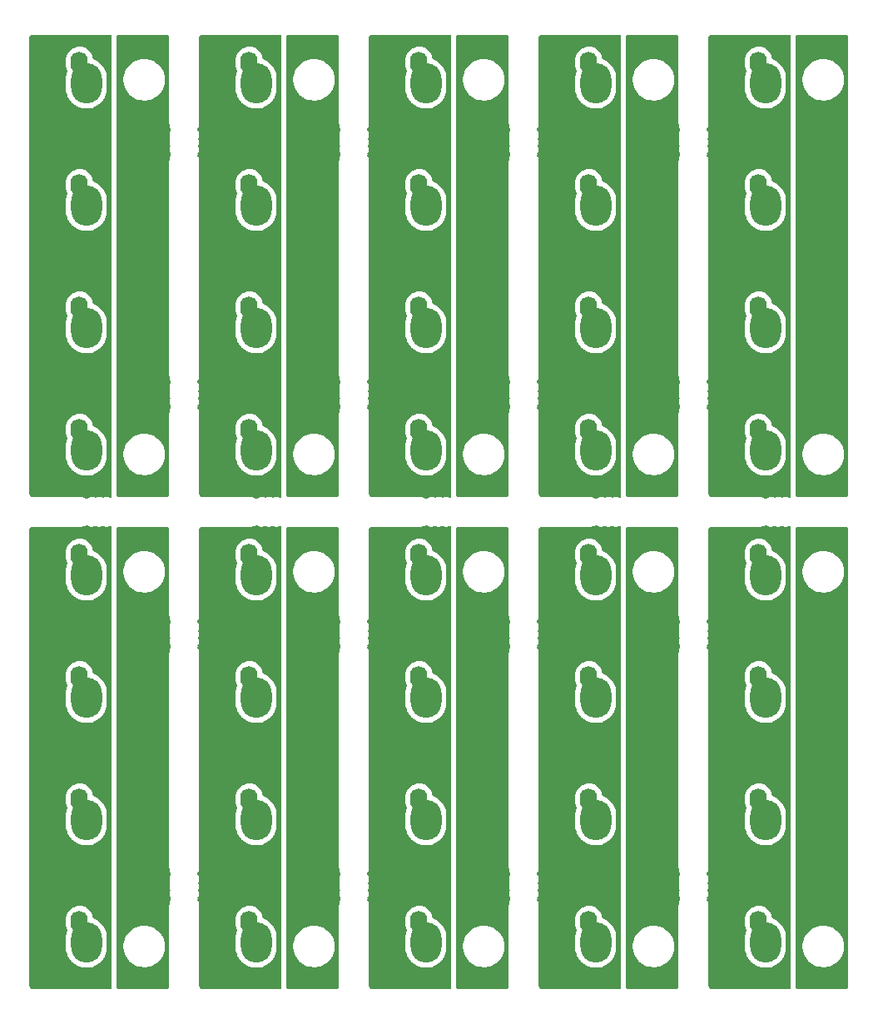
<source format=gbr>
%TF.GenerationSoftware,KiCad,Pcbnew,6.0.4-6f826c9f35~116~ubuntu21.10.1*%
%TF.CreationDate,2022-04-21T21:53:43+02:00*%
%TF.ProjectId,Carte_multiprise,43617274-655f-46d7-956c-746970726973,rev?*%
%TF.SameCoordinates,Original*%
%TF.FileFunction,Copper,L1,Top*%
%TF.FilePolarity,Positive*%
%FSLAX46Y46*%
G04 Gerber Fmt 4.6, Leading zero omitted, Abs format (unit mm)*
G04 Created by KiCad (PCBNEW 6.0.4-6f826c9f35~116~ubuntu21.10.1) date 2022-04-21 21:53:43*
%MOMM*%
%LPD*%
G01*
G04 APERTURE LIST*
G04 Aperture macros list*
%AMRoundRect*
0 Rectangle with rounded corners*
0 $1 Rounding radius*
0 $2 $3 $4 $5 $6 $7 $8 $9 X,Y pos of 4 corners*
0 Add a 4 corners polygon primitive as box body*
4,1,4,$2,$3,$4,$5,$6,$7,$8,$9,$2,$3,0*
0 Add four circle primitives for the rounded corners*
1,1,$1+$1,$2,$3*
1,1,$1+$1,$4,$5*
1,1,$1+$1,$6,$7*
1,1,$1+$1,$8,$9*
0 Add four rect primitives between the rounded corners*
20,1,$1+$1,$2,$3,$4,$5,0*
20,1,$1+$1,$4,$5,$6,$7,0*
20,1,$1+$1,$6,$7,$8,$9,0*
20,1,$1+$1,$8,$9,$2,$3,0*%
G04 Aperture macros list end*
%TA.AperFunction,ComponentPad*%
%ADD10RoundRect,0.250000X-1.330000X-1.800000X1.330000X-1.800000X1.330000X1.800000X-1.330000X1.800000X0*%
%TD*%
%TA.AperFunction,ComponentPad*%
%ADD11O,3.160000X4.100000*%
%TD*%
%TA.AperFunction,ComponentPad*%
%ADD12RoundRect,0.250000X-0.620000X-0.845000X0.620000X-0.845000X0.620000X0.845000X-0.620000X0.845000X0*%
%TD*%
%TA.AperFunction,ComponentPad*%
%ADD13O,1.740000X2.190000*%
%TD*%
%TA.AperFunction,ComponentPad*%
%ADD14R,1.700000X1.700000*%
%TD*%
%TA.AperFunction,ComponentPad*%
%ADD15O,1.700000X1.700000*%
%TD*%
G04 APERTURE END LIST*
D10*
%TO.P,J1,1,Pin_1*%
%TO.N,Net-(J1-Pad1)*%
X83364000Y-61319000D03*
D11*
%TO.P,J1,2,Pin_2*%
%TO.N,Net-(J1-Pad2)*%
X87324000Y-61319000D03*
%TD*%
D12*
%TO.P,J14,1,Pin_1*%
%TO.N,Net-(J1-Pad1)*%
X153162000Y-59202000D03*
D13*
%TO.P,J14,2,Pin_2*%
%TO.N,Net-(J1-Pad2)*%
X155702000Y-59202000D03*
%TD*%
D12*
%TO.P,J11,1,Pin_1*%
%TO.N,Net-(J1-Pad1)*%
X118618000Y-121686000D03*
D13*
%TO.P,J11,2,Pin_2*%
%TO.N,Net-(J1-Pad2)*%
X121158000Y-121686000D03*
%TD*%
D12*
%TO.P,J11,1,Pin_1*%
%TO.N,Net-(J1-Pad1)*%
X84074000Y-71648000D03*
D13*
%TO.P,J11,2,Pin_2*%
%TO.N,Net-(J1-Pad2)*%
X86614000Y-71648000D03*
%TD*%
D12*
%TO.P,J14,1,Pin_1*%
%TO.N,Net-(J1-Pad1)*%
X101346000Y-59202000D03*
D13*
%TO.P,J14,2,Pin_2*%
%TO.N,Net-(J1-Pad2)*%
X103886000Y-59202000D03*
%TD*%
D12*
%TO.P,J12,1,Pin_1*%
%TO.N,Net-(J1-Pad1)*%
X84074000Y-134132000D03*
D13*
%TO.P,J12,2,Pin_2*%
%TO.N,Net-(J1-Pad2)*%
X86614000Y-134132000D03*
%TD*%
D10*
%TO.P,J1,1,Pin_1*%
%TO.N,Net-(J1-Pad1)*%
X135180000Y-61319000D03*
D11*
%TO.P,J1,2,Pin_2*%
%TO.N,Net-(J1-Pad2)*%
X139140000Y-61319000D03*
%TD*%
D14*
%TO.P,J5,1,Pin_1*%
%TO.N,Net-(J1-Pad2)*%
X127762000Y-116073000D03*
D15*
%TO.P,J5,2,Pin_2*%
X127762000Y-118613000D03*
%TO.P,J5,3,Pin_3*%
X127762000Y-121153000D03*
%TO.P,J5,4,Pin_4*%
X127762000Y-123693000D03*
%TO.P,J5,5,Pin_5*%
X127762000Y-126233000D03*
%TO.P,J5,6,Pin_6*%
X127762000Y-128773000D03*
%TO.P,J5,7,Pin_7*%
X127762000Y-131313000D03*
%TO.P,J5,8,Pin_8*%
X127762000Y-133853000D03*
%TO.P,J5,9,Pin_9*%
X127762000Y-136393000D03*
%TO.P,J5,10,Pin_10*%
X127762000Y-138933000D03*
%TO.P,J5,11,Pin_11*%
X127762000Y-141473000D03*
%TO.P,J5,12,Pin_12*%
X127762000Y-144013000D03*
%TD*%
D10*
%TO.P,J2,1,Pin_1*%
%TO.N,Net-(J1-Pad1)*%
X152452000Y-73765000D03*
D11*
%TO.P,J2,2,Pin_2*%
%TO.N,Net-(J1-Pad2)*%
X156412000Y-73765000D03*
%TD*%
D10*
%TO.P,J4,1,Pin_1*%
%TO.N,Net-(J1-Pad1)*%
X135180000Y-148695000D03*
D11*
%TO.P,J4,2,Pin_2*%
%TO.N,Net-(J1-Pad2)*%
X139140000Y-148695000D03*
%TD*%
D12*
%TO.P,J13,1,Pin_1*%
%TO.N,Net-(J1-Pad1)*%
X101346000Y-96540000D03*
D13*
%TO.P,J13,2,Pin_2*%
%TO.N,Net-(J1-Pad2)*%
X103886000Y-96540000D03*
%TD*%
D14*
%TO.P,J5,1,Pin_1*%
%TO.N,Net-(J1-Pad2)*%
X162306000Y-116073000D03*
D15*
%TO.P,J5,2,Pin_2*%
X162306000Y-118613000D03*
%TO.P,J5,3,Pin_3*%
X162306000Y-121153000D03*
%TO.P,J5,4,Pin_4*%
X162306000Y-123693000D03*
%TO.P,J5,5,Pin_5*%
X162306000Y-126233000D03*
%TO.P,J5,6,Pin_6*%
X162306000Y-128773000D03*
%TO.P,J5,7,Pin_7*%
X162306000Y-131313000D03*
%TO.P,J5,8,Pin_8*%
X162306000Y-133853000D03*
%TO.P,J5,9,Pin_9*%
X162306000Y-136393000D03*
%TO.P,J5,10,Pin_10*%
X162306000Y-138933000D03*
%TO.P,J5,11,Pin_11*%
X162306000Y-141473000D03*
%TO.P,J5,12,Pin_12*%
X162306000Y-144013000D03*
%TD*%
D12*
%TO.P,J11,1,Pin_1*%
%TO.N,Net-(J1-Pad1)*%
X135890000Y-71648000D03*
D13*
%TO.P,J11,2,Pin_2*%
%TO.N,Net-(J1-Pad2)*%
X138430000Y-71648000D03*
%TD*%
D12*
%TO.P,J14,1,Pin_1*%
%TO.N,Net-(J1-Pad1)*%
X135890000Y-109240000D03*
D13*
%TO.P,J14,2,Pin_2*%
%TO.N,Net-(J1-Pad2)*%
X138430000Y-109240000D03*
%TD*%
D10*
%TO.P,J4,1,Pin_1*%
%TO.N,Net-(J1-Pad1)*%
X152452000Y-148695000D03*
D11*
%TO.P,J4,2,Pin_2*%
%TO.N,Net-(J1-Pad2)*%
X156412000Y-148695000D03*
%TD*%
D10*
%TO.P,J4,1,Pin_1*%
%TO.N,Net-(J1-Pad1)*%
X83364000Y-148695000D03*
D11*
%TO.P,J4,2,Pin_2*%
%TO.N,Net-(J1-Pad2)*%
X87324000Y-148695000D03*
%TD*%
D10*
%TO.P,J4,1,Pin_1*%
%TO.N,Net-(J1-Pad1)*%
X100636000Y-98657000D03*
D11*
%TO.P,J4,2,Pin_2*%
%TO.N,Net-(J1-Pad2)*%
X104596000Y-98657000D03*
%TD*%
D10*
%TO.P,J3,1,Pin_1*%
%TO.N,Net-(J1-Pad1)*%
X135180000Y-136249000D03*
D11*
%TO.P,J3,2,Pin_2*%
%TO.N,Net-(J1-Pad2)*%
X139140000Y-136249000D03*
%TD*%
D14*
%TO.P,J5,1,Pin_1*%
%TO.N,Net-(J1-Pad2)*%
X110490000Y-66035000D03*
D15*
%TO.P,J5,2,Pin_2*%
X110490000Y-68575000D03*
%TO.P,J5,3,Pin_3*%
X110490000Y-71115000D03*
%TO.P,J5,4,Pin_4*%
X110490000Y-73655000D03*
%TO.P,J5,5,Pin_5*%
X110490000Y-76195000D03*
%TO.P,J5,6,Pin_6*%
X110490000Y-78735000D03*
%TO.P,J5,7,Pin_7*%
X110490000Y-81275000D03*
%TO.P,J5,8,Pin_8*%
X110490000Y-83815000D03*
%TO.P,J5,9,Pin_9*%
X110490000Y-86355000D03*
%TO.P,J5,10,Pin_10*%
X110490000Y-88895000D03*
%TO.P,J5,11,Pin_11*%
X110490000Y-91435000D03*
%TO.P,J5,12,Pin_12*%
X110490000Y-93975000D03*
%TD*%
D12*
%TO.P,J13,1,Pin_1*%
%TO.N,Net-(J1-Pad1)*%
X84074000Y-96540000D03*
D13*
%TO.P,J13,2,Pin_2*%
%TO.N,Net-(J1-Pad2)*%
X86614000Y-96540000D03*
%TD*%
D12*
%TO.P,J11,1,Pin_1*%
%TO.N,Net-(J1-Pad1)*%
X135890000Y-121686000D03*
D13*
%TO.P,J11,2,Pin_2*%
%TO.N,Net-(J1-Pad2)*%
X138430000Y-121686000D03*
%TD*%
D12*
%TO.P,J12,1,Pin_1*%
%TO.N,Net-(J1-Pad1)*%
X101346000Y-84094000D03*
D13*
%TO.P,J12,2,Pin_2*%
%TO.N,Net-(J1-Pad2)*%
X103886000Y-84094000D03*
%TD*%
D12*
%TO.P,J12,1,Pin_1*%
%TO.N,Net-(J1-Pad1)*%
X118618000Y-134132000D03*
D13*
%TO.P,J12,2,Pin_2*%
%TO.N,Net-(J1-Pad2)*%
X121158000Y-134132000D03*
%TD*%
D12*
%TO.P,J12,1,Pin_1*%
%TO.N,Net-(J1-Pad1)*%
X153162000Y-134132000D03*
D13*
%TO.P,J12,2,Pin_2*%
%TO.N,Net-(J1-Pad2)*%
X155702000Y-134132000D03*
%TD*%
D12*
%TO.P,J13,1,Pin_1*%
%TO.N,Net-(J1-Pad1)*%
X118618000Y-96540000D03*
D13*
%TO.P,J13,2,Pin_2*%
%TO.N,Net-(J1-Pad2)*%
X121158000Y-96540000D03*
%TD*%
D12*
%TO.P,J13,1,Pin_1*%
%TO.N,Net-(J1-Pad1)*%
X135890000Y-146578000D03*
D13*
%TO.P,J13,2,Pin_2*%
%TO.N,Net-(J1-Pad2)*%
X138430000Y-146578000D03*
%TD*%
D10*
%TO.P,J1,1,Pin_1*%
%TO.N,Net-(J1-Pad1)*%
X100636000Y-111357000D03*
D11*
%TO.P,J1,2,Pin_2*%
%TO.N,Net-(J1-Pad2)*%
X104596000Y-111357000D03*
%TD*%
D12*
%TO.P,J12,1,Pin_1*%
%TO.N,Net-(J1-Pad1)*%
X101346000Y-134132000D03*
D13*
%TO.P,J12,2,Pin_2*%
%TO.N,Net-(J1-Pad2)*%
X103886000Y-134132000D03*
%TD*%
D10*
%TO.P,J1,1,Pin_1*%
%TO.N,Net-(J1-Pad1)*%
X83364000Y-111357000D03*
D11*
%TO.P,J1,2,Pin_2*%
%TO.N,Net-(J1-Pad2)*%
X87324000Y-111357000D03*
%TD*%
D12*
%TO.P,J14,1,Pin_1*%
%TO.N,Net-(J1-Pad1)*%
X101346000Y-109240000D03*
D13*
%TO.P,J14,2,Pin_2*%
%TO.N,Net-(J1-Pad2)*%
X103886000Y-109240000D03*
%TD*%
D12*
%TO.P,J13,1,Pin_1*%
%TO.N,Net-(J1-Pad1)*%
X101346000Y-146578000D03*
D13*
%TO.P,J13,2,Pin_2*%
%TO.N,Net-(J1-Pad2)*%
X103886000Y-146578000D03*
%TD*%
D12*
%TO.P,J13,1,Pin_1*%
%TO.N,Net-(J1-Pad1)*%
X84074000Y-146578000D03*
D13*
%TO.P,J13,2,Pin_2*%
%TO.N,Net-(J1-Pad2)*%
X86614000Y-146578000D03*
%TD*%
D12*
%TO.P,J13,1,Pin_1*%
%TO.N,Net-(J1-Pad1)*%
X153162000Y-96540000D03*
D13*
%TO.P,J13,2,Pin_2*%
%TO.N,Net-(J1-Pad2)*%
X155702000Y-96540000D03*
%TD*%
D12*
%TO.P,J11,1,Pin_1*%
%TO.N,Net-(J1-Pad1)*%
X101346000Y-121686000D03*
D13*
%TO.P,J11,2,Pin_2*%
%TO.N,Net-(J1-Pad2)*%
X103886000Y-121686000D03*
%TD*%
D10*
%TO.P,J2,1,Pin_1*%
%TO.N,Net-(J1-Pad1)*%
X83364000Y-73765000D03*
D11*
%TO.P,J2,2,Pin_2*%
%TO.N,Net-(J1-Pad2)*%
X87324000Y-73765000D03*
%TD*%
D12*
%TO.P,J12,1,Pin_1*%
%TO.N,Net-(J1-Pad1)*%
X153162000Y-84094000D03*
D13*
%TO.P,J12,2,Pin_2*%
%TO.N,Net-(J1-Pad2)*%
X155702000Y-84094000D03*
%TD*%
D10*
%TO.P,J2,1,Pin_1*%
%TO.N,Net-(J1-Pad1)*%
X100636000Y-73765000D03*
D11*
%TO.P,J2,2,Pin_2*%
%TO.N,Net-(J1-Pad2)*%
X104596000Y-73765000D03*
%TD*%
D10*
%TO.P,J4,1,Pin_1*%
%TO.N,Net-(J1-Pad1)*%
X117908000Y-148695000D03*
D11*
%TO.P,J4,2,Pin_2*%
%TO.N,Net-(J1-Pad2)*%
X121868000Y-148695000D03*
%TD*%
D12*
%TO.P,J14,1,Pin_1*%
%TO.N,Net-(J1-Pad1)*%
X118618000Y-109240000D03*
D13*
%TO.P,J14,2,Pin_2*%
%TO.N,Net-(J1-Pad2)*%
X121158000Y-109240000D03*
%TD*%
D10*
%TO.P,J4,1,Pin_1*%
%TO.N,Net-(J1-Pad1)*%
X100636000Y-148695000D03*
D11*
%TO.P,J4,2,Pin_2*%
%TO.N,Net-(J1-Pad2)*%
X104596000Y-148695000D03*
%TD*%
D10*
%TO.P,J1,1,Pin_1*%
%TO.N,Net-(J1-Pad1)*%
X117908000Y-61319000D03*
D11*
%TO.P,J1,2,Pin_2*%
%TO.N,Net-(J1-Pad2)*%
X121868000Y-61319000D03*
%TD*%
D10*
%TO.P,J3,1,Pin_1*%
%TO.N,Net-(J1-Pad1)*%
X100636000Y-136249000D03*
D11*
%TO.P,J3,2,Pin_2*%
%TO.N,Net-(J1-Pad2)*%
X104596000Y-136249000D03*
%TD*%
D10*
%TO.P,J3,1,Pin_1*%
%TO.N,Net-(J1-Pad1)*%
X135180000Y-86211000D03*
D11*
%TO.P,J3,2,Pin_2*%
%TO.N,Net-(J1-Pad2)*%
X139140000Y-86211000D03*
%TD*%
D10*
%TO.P,J1,1,Pin_1*%
%TO.N,Net-(J1-Pad1)*%
X152452000Y-111357000D03*
D11*
%TO.P,J1,2,Pin_2*%
%TO.N,Net-(J1-Pad2)*%
X156412000Y-111357000D03*
%TD*%
D14*
%TO.P,J5,1,Pin_1*%
%TO.N,Net-(J1-Pad2)*%
X145034000Y-116073000D03*
D15*
%TO.P,J5,2,Pin_2*%
X145034000Y-118613000D03*
%TO.P,J5,3,Pin_3*%
X145034000Y-121153000D03*
%TO.P,J5,4,Pin_4*%
X145034000Y-123693000D03*
%TO.P,J5,5,Pin_5*%
X145034000Y-126233000D03*
%TO.P,J5,6,Pin_6*%
X145034000Y-128773000D03*
%TO.P,J5,7,Pin_7*%
X145034000Y-131313000D03*
%TO.P,J5,8,Pin_8*%
X145034000Y-133853000D03*
%TO.P,J5,9,Pin_9*%
X145034000Y-136393000D03*
%TO.P,J5,10,Pin_10*%
X145034000Y-138933000D03*
%TO.P,J5,11,Pin_11*%
X145034000Y-141473000D03*
%TO.P,J5,12,Pin_12*%
X145034000Y-144013000D03*
%TD*%
D10*
%TO.P,J3,1,Pin_1*%
%TO.N,Net-(J1-Pad1)*%
X152452000Y-86211000D03*
D11*
%TO.P,J3,2,Pin_2*%
%TO.N,Net-(J1-Pad2)*%
X156412000Y-86211000D03*
%TD*%
D14*
%TO.P,J5,1,Pin_1*%
%TO.N,Net-(J1-Pad2)*%
X145034000Y-66035000D03*
D15*
%TO.P,J5,2,Pin_2*%
X145034000Y-68575000D03*
%TO.P,J5,3,Pin_3*%
X145034000Y-71115000D03*
%TO.P,J5,4,Pin_4*%
X145034000Y-73655000D03*
%TO.P,J5,5,Pin_5*%
X145034000Y-76195000D03*
%TO.P,J5,6,Pin_6*%
X145034000Y-78735000D03*
%TO.P,J5,7,Pin_7*%
X145034000Y-81275000D03*
%TO.P,J5,8,Pin_8*%
X145034000Y-83815000D03*
%TO.P,J5,9,Pin_9*%
X145034000Y-86355000D03*
%TO.P,J5,10,Pin_10*%
X145034000Y-88895000D03*
%TO.P,J5,11,Pin_11*%
X145034000Y-91435000D03*
%TO.P,J5,12,Pin_12*%
X145034000Y-93975000D03*
%TD*%
D10*
%TO.P,J2,1,Pin_1*%
%TO.N,Net-(J1-Pad1)*%
X117908000Y-123803000D03*
D11*
%TO.P,J2,2,Pin_2*%
%TO.N,Net-(J1-Pad2)*%
X121868000Y-123803000D03*
%TD*%
D10*
%TO.P,J3,1,Pin_1*%
%TO.N,Net-(J1-Pad1)*%
X83364000Y-86211000D03*
D11*
%TO.P,J3,2,Pin_2*%
%TO.N,Net-(J1-Pad2)*%
X87324000Y-86211000D03*
%TD*%
D10*
%TO.P,J4,1,Pin_1*%
%TO.N,Net-(J1-Pad1)*%
X152452000Y-98657000D03*
D11*
%TO.P,J4,2,Pin_2*%
%TO.N,Net-(J1-Pad2)*%
X156412000Y-98657000D03*
%TD*%
D10*
%TO.P,J1,1,Pin_1*%
%TO.N,Net-(J1-Pad1)*%
X135180000Y-111357000D03*
D11*
%TO.P,J1,2,Pin_2*%
%TO.N,Net-(J1-Pad2)*%
X139140000Y-111357000D03*
%TD*%
D10*
%TO.P,J3,1,Pin_1*%
%TO.N,Net-(J1-Pad1)*%
X100636000Y-86211000D03*
D11*
%TO.P,J3,2,Pin_2*%
%TO.N,Net-(J1-Pad2)*%
X104596000Y-86211000D03*
%TD*%
D12*
%TO.P,J14,1,Pin_1*%
%TO.N,Net-(J1-Pad1)*%
X135890000Y-59202000D03*
D13*
%TO.P,J14,2,Pin_2*%
%TO.N,Net-(J1-Pad2)*%
X138430000Y-59202000D03*
%TD*%
D12*
%TO.P,J11,1,Pin_1*%
%TO.N,Net-(J1-Pad1)*%
X101346000Y-71648000D03*
D13*
%TO.P,J11,2,Pin_2*%
%TO.N,Net-(J1-Pad2)*%
X103886000Y-71648000D03*
%TD*%
D10*
%TO.P,J1,1,Pin_1*%
%TO.N,Net-(J1-Pad1)*%
X152452000Y-61319000D03*
D11*
%TO.P,J1,2,Pin_2*%
%TO.N,Net-(J1-Pad2)*%
X156412000Y-61319000D03*
%TD*%
D10*
%TO.P,J2,1,Pin_1*%
%TO.N,Net-(J1-Pad1)*%
X83364000Y-123803000D03*
D11*
%TO.P,J2,2,Pin_2*%
%TO.N,Net-(J1-Pad2)*%
X87324000Y-123803000D03*
%TD*%
D10*
%TO.P,J1,1,Pin_1*%
%TO.N,Net-(J1-Pad1)*%
X117908000Y-111357000D03*
D11*
%TO.P,J1,2,Pin_2*%
%TO.N,Net-(J1-Pad2)*%
X121868000Y-111357000D03*
%TD*%
D12*
%TO.P,J13,1,Pin_1*%
%TO.N,Net-(J1-Pad1)*%
X118618000Y-146578000D03*
D13*
%TO.P,J13,2,Pin_2*%
%TO.N,Net-(J1-Pad2)*%
X121158000Y-146578000D03*
%TD*%
D10*
%TO.P,J1,1,Pin_1*%
%TO.N,Net-(J1-Pad1)*%
X100636000Y-61319000D03*
D11*
%TO.P,J1,2,Pin_2*%
%TO.N,Net-(J1-Pad2)*%
X104596000Y-61319000D03*
%TD*%
D12*
%TO.P,J13,1,Pin_1*%
%TO.N,Net-(J1-Pad1)*%
X153162000Y-146578000D03*
D13*
%TO.P,J13,2,Pin_2*%
%TO.N,Net-(J1-Pad2)*%
X155702000Y-146578000D03*
%TD*%
D12*
%TO.P,J14,1,Pin_1*%
%TO.N,Net-(J1-Pad1)*%
X153162000Y-109240000D03*
D13*
%TO.P,J14,2,Pin_2*%
%TO.N,Net-(J1-Pad2)*%
X155702000Y-109240000D03*
%TD*%
D12*
%TO.P,J12,1,Pin_1*%
%TO.N,Net-(J1-Pad1)*%
X135890000Y-134132000D03*
D13*
%TO.P,J12,2,Pin_2*%
%TO.N,Net-(J1-Pad2)*%
X138430000Y-134132000D03*
%TD*%
D12*
%TO.P,J14,1,Pin_1*%
%TO.N,Net-(J1-Pad1)*%
X84074000Y-59202000D03*
D13*
%TO.P,J14,2,Pin_2*%
%TO.N,Net-(J1-Pad2)*%
X86614000Y-59202000D03*
%TD*%
D12*
%TO.P,J12,1,Pin_1*%
%TO.N,Net-(J1-Pad1)*%
X135890000Y-84094000D03*
D13*
%TO.P,J12,2,Pin_2*%
%TO.N,Net-(J1-Pad2)*%
X138430000Y-84094000D03*
%TD*%
D10*
%TO.P,J4,1,Pin_1*%
%TO.N,Net-(J1-Pad1)*%
X135180000Y-98657000D03*
D11*
%TO.P,J4,2,Pin_2*%
%TO.N,Net-(J1-Pad2)*%
X139140000Y-98657000D03*
%TD*%
D10*
%TO.P,J2,1,Pin_1*%
%TO.N,Net-(J1-Pad1)*%
X100636000Y-123803000D03*
D11*
%TO.P,J2,2,Pin_2*%
%TO.N,Net-(J1-Pad2)*%
X104596000Y-123803000D03*
%TD*%
D12*
%TO.P,J12,1,Pin_1*%
%TO.N,Net-(J1-Pad1)*%
X118618000Y-84094000D03*
D13*
%TO.P,J12,2,Pin_2*%
%TO.N,Net-(J1-Pad2)*%
X121158000Y-84094000D03*
%TD*%
D12*
%TO.P,J12,1,Pin_1*%
%TO.N,Net-(J1-Pad1)*%
X84074000Y-84094000D03*
D13*
%TO.P,J12,2,Pin_2*%
%TO.N,Net-(J1-Pad2)*%
X86614000Y-84094000D03*
%TD*%
D12*
%TO.P,J14,1,Pin_1*%
%TO.N,Net-(J1-Pad1)*%
X118618000Y-59202000D03*
D13*
%TO.P,J14,2,Pin_2*%
%TO.N,Net-(J1-Pad2)*%
X121158000Y-59202000D03*
%TD*%
D10*
%TO.P,J3,1,Pin_1*%
%TO.N,Net-(J1-Pad1)*%
X83364000Y-136249000D03*
D11*
%TO.P,J3,2,Pin_2*%
%TO.N,Net-(J1-Pad2)*%
X87324000Y-136249000D03*
%TD*%
D10*
%TO.P,J3,1,Pin_1*%
%TO.N,Net-(J1-Pad1)*%
X152452000Y-136249000D03*
D11*
%TO.P,J3,2,Pin_2*%
%TO.N,Net-(J1-Pad2)*%
X156412000Y-136249000D03*
%TD*%
D12*
%TO.P,J13,1,Pin_1*%
%TO.N,Net-(J1-Pad1)*%
X135890000Y-96540000D03*
D13*
%TO.P,J13,2,Pin_2*%
%TO.N,Net-(J1-Pad2)*%
X138430000Y-96540000D03*
%TD*%
D10*
%TO.P,J4,1,Pin_1*%
%TO.N,Net-(J1-Pad1)*%
X117908000Y-98657000D03*
D11*
%TO.P,J4,2,Pin_2*%
%TO.N,Net-(J1-Pad2)*%
X121868000Y-98657000D03*
%TD*%
D12*
%TO.P,J14,1,Pin_1*%
%TO.N,Net-(J1-Pad1)*%
X84074000Y-109240000D03*
D13*
%TO.P,J14,2,Pin_2*%
%TO.N,Net-(J1-Pad2)*%
X86614000Y-109240000D03*
%TD*%
D14*
%TO.P,J5,1,Pin_1*%
%TO.N,Net-(J1-Pad2)*%
X110490000Y-116073000D03*
D15*
%TO.P,J5,2,Pin_2*%
X110490000Y-118613000D03*
%TO.P,J5,3,Pin_3*%
X110490000Y-121153000D03*
%TO.P,J5,4,Pin_4*%
X110490000Y-123693000D03*
%TO.P,J5,5,Pin_5*%
X110490000Y-126233000D03*
%TO.P,J5,6,Pin_6*%
X110490000Y-128773000D03*
%TO.P,J5,7,Pin_7*%
X110490000Y-131313000D03*
%TO.P,J5,8,Pin_8*%
X110490000Y-133853000D03*
%TO.P,J5,9,Pin_9*%
X110490000Y-136393000D03*
%TO.P,J5,10,Pin_10*%
X110490000Y-138933000D03*
%TO.P,J5,11,Pin_11*%
X110490000Y-141473000D03*
%TO.P,J5,12,Pin_12*%
X110490000Y-144013000D03*
%TD*%
D10*
%TO.P,J3,1,Pin_1*%
%TO.N,Net-(J1-Pad1)*%
X117908000Y-86211000D03*
D11*
%TO.P,J3,2,Pin_2*%
%TO.N,Net-(J1-Pad2)*%
X121868000Y-86211000D03*
%TD*%
D10*
%TO.P,J2,1,Pin_1*%
%TO.N,Net-(J1-Pad1)*%
X135180000Y-123803000D03*
D11*
%TO.P,J2,2,Pin_2*%
%TO.N,Net-(J1-Pad2)*%
X139140000Y-123803000D03*
%TD*%
D14*
%TO.P,J5,1,Pin_1*%
%TO.N,Net-(J1-Pad2)*%
X93218000Y-66035000D03*
D15*
%TO.P,J5,2,Pin_2*%
X93218000Y-68575000D03*
%TO.P,J5,3,Pin_3*%
X93218000Y-71115000D03*
%TO.P,J5,4,Pin_4*%
X93218000Y-73655000D03*
%TO.P,J5,5,Pin_5*%
X93218000Y-76195000D03*
%TO.P,J5,6,Pin_6*%
X93218000Y-78735000D03*
%TO.P,J5,7,Pin_7*%
X93218000Y-81275000D03*
%TO.P,J5,8,Pin_8*%
X93218000Y-83815000D03*
%TO.P,J5,9,Pin_9*%
X93218000Y-86355000D03*
%TO.P,J5,10,Pin_10*%
X93218000Y-88895000D03*
%TO.P,J5,11,Pin_11*%
X93218000Y-91435000D03*
%TO.P,J5,12,Pin_12*%
X93218000Y-93975000D03*
%TD*%
D12*
%TO.P,J11,1,Pin_1*%
%TO.N,Net-(J1-Pad1)*%
X153162000Y-121686000D03*
D13*
%TO.P,J11,2,Pin_2*%
%TO.N,Net-(J1-Pad2)*%
X155702000Y-121686000D03*
%TD*%
D10*
%TO.P,J3,1,Pin_1*%
%TO.N,Net-(J1-Pad1)*%
X117908000Y-136249000D03*
D11*
%TO.P,J3,2,Pin_2*%
%TO.N,Net-(J1-Pad2)*%
X121868000Y-136249000D03*
%TD*%
D14*
%TO.P,J5,1,Pin_1*%
%TO.N,Net-(J1-Pad2)*%
X162306000Y-66035000D03*
D15*
%TO.P,J5,2,Pin_2*%
X162306000Y-68575000D03*
%TO.P,J5,3,Pin_3*%
X162306000Y-71115000D03*
%TO.P,J5,4,Pin_4*%
X162306000Y-73655000D03*
%TO.P,J5,5,Pin_5*%
X162306000Y-76195000D03*
%TO.P,J5,6,Pin_6*%
X162306000Y-78735000D03*
%TO.P,J5,7,Pin_7*%
X162306000Y-81275000D03*
%TO.P,J5,8,Pin_8*%
X162306000Y-83815000D03*
%TO.P,J5,9,Pin_9*%
X162306000Y-86355000D03*
%TO.P,J5,10,Pin_10*%
X162306000Y-88895000D03*
%TO.P,J5,11,Pin_11*%
X162306000Y-91435000D03*
%TO.P,J5,12,Pin_12*%
X162306000Y-93975000D03*
%TD*%
D10*
%TO.P,J2,1,Pin_1*%
%TO.N,Net-(J1-Pad1)*%
X135180000Y-73765000D03*
D11*
%TO.P,J2,2,Pin_2*%
%TO.N,Net-(J1-Pad2)*%
X139140000Y-73765000D03*
%TD*%
D12*
%TO.P,J11,1,Pin_1*%
%TO.N,Net-(J1-Pad1)*%
X153162000Y-71648000D03*
D13*
%TO.P,J11,2,Pin_2*%
%TO.N,Net-(J1-Pad2)*%
X155702000Y-71648000D03*
%TD*%
D10*
%TO.P,J4,1,Pin_1*%
%TO.N,Net-(J1-Pad1)*%
X83364000Y-98657000D03*
D11*
%TO.P,J4,2,Pin_2*%
%TO.N,Net-(J1-Pad2)*%
X87324000Y-98657000D03*
%TD*%
D14*
%TO.P,J5,1,Pin_1*%
%TO.N,Net-(J1-Pad2)*%
X127762000Y-66035000D03*
D15*
%TO.P,J5,2,Pin_2*%
X127762000Y-68575000D03*
%TO.P,J5,3,Pin_3*%
X127762000Y-71115000D03*
%TO.P,J5,4,Pin_4*%
X127762000Y-73655000D03*
%TO.P,J5,5,Pin_5*%
X127762000Y-76195000D03*
%TO.P,J5,6,Pin_6*%
X127762000Y-78735000D03*
%TO.P,J5,7,Pin_7*%
X127762000Y-81275000D03*
%TO.P,J5,8,Pin_8*%
X127762000Y-83815000D03*
%TO.P,J5,9,Pin_9*%
X127762000Y-86355000D03*
%TO.P,J5,10,Pin_10*%
X127762000Y-88895000D03*
%TO.P,J5,11,Pin_11*%
X127762000Y-91435000D03*
%TO.P,J5,12,Pin_12*%
X127762000Y-93975000D03*
%TD*%
D12*
%TO.P,J11,1,Pin_1*%
%TO.N,Net-(J1-Pad1)*%
X84074000Y-121686000D03*
D13*
%TO.P,J11,2,Pin_2*%
%TO.N,Net-(J1-Pad2)*%
X86614000Y-121686000D03*
%TD*%
D14*
%TO.P,J5,1,Pin_1*%
%TO.N,Net-(J1-Pad2)*%
X93218000Y-116073000D03*
D15*
%TO.P,J5,2,Pin_2*%
X93218000Y-118613000D03*
%TO.P,J5,3,Pin_3*%
X93218000Y-121153000D03*
%TO.P,J5,4,Pin_4*%
X93218000Y-123693000D03*
%TO.P,J5,5,Pin_5*%
X93218000Y-126233000D03*
%TO.P,J5,6,Pin_6*%
X93218000Y-128773000D03*
%TO.P,J5,7,Pin_7*%
X93218000Y-131313000D03*
%TO.P,J5,8,Pin_8*%
X93218000Y-133853000D03*
%TO.P,J5,9,Pin_9*%
X93218000Y-136393000D03*
%TO.P,J5,10,Pin_10*%
X93218000Y-138933000D03*
%TO.P,J5,11,Pin_11*%
X93218000Y-141473000D03*
%TO.P,J5,12,Pin_12*%
X93218000Y-144013000D03*
%TD*%
D10*
%TO.P,J2,1,Pin_1*%
%TO.N,Net-(J1-Pad1)*%
X117908000Y-73765000D03*
D11*
%TO.P,J2,2,Pin_2*%
%TO.N,Net-(J1-Pad2)*%
X121868000Y-73765000D03*
%TD*%
D10*
%TO.P,J2,1,Pin_1*%
%TO.N,Net-(J1-Pad1)*%
X152452000Y-123803000D03*
D11*
%TO.P,J2,2,Pin_2*%
%TO.N,Net-(J1-Pad2)*%
X156412000Y-123803000D03*
%TD*%
D12*
%TO.P,J11,1,Pin_1*%
%TO.N,Net-(J1-Pad1)*%
X118618000Y-71648000D03*
D13*
%TO.P,J11,2,Pin_2*%
%TO.N,Net-(J1-Pad2)*%
X121158000Y-71648000D03*
%TD*%
%TA.AperFunction,Conductor*%
%TO.N,Net-(J1-Pad1)*%
G36*
X139262353Y-106266326D02*
G01*
X139273524Y-106274793D01*
X139288285Y-106287333D01*
X139337812Y-106312623D01*
X139439292Y-106364442D01*
X139439294Y-106364443D01*
X139445808Y-106367769D01*
X139452913Y-106369508D01*
X139452917Y-106369509D01*
X139535238Y-106389652D01*
X139617610Y-106409808D01*
X139623212Y-106410156D01*
X139623215Y-106410156D01*
X139626825Y-106410380D01*
X139626835Y-106410380D01*
X139628764Y-106410500D01*
X139756293Y-106410500D01*
X139826036Y-106402369D01*
X139880411Y-106396030D01*
X139880415Y-106396029D01*
X139887681Y-106395182D01*
X139894556Y-106392687D01*
X139894558Y-106392686D01*
X140047662Y-106337111D01*
X140118520Y-106332670D01*
X140147956Y-106343334D01*
X140189288Y-106364440D01*
X140189290Y-106364441D01*
X140195808Y-106367769D01*
X140367610Y-106409808D01*
X140373212Y-106410156D01*
X140373215Y-106410156D01*
X140376825Y-106410380D01*
X140376835Y-106410380D01*
X140378764Y-106410500D01*
X140506293Y-106410500D01*
X140576036Y-106402369D01*
X140630411Y-106396030D01*
X140630415Y-106396029D01*
X140637681Y-106395182D01*
X140644556Y-106392687D01*
X140644558Y-106392686D01*
X140797662Y-106337111D01*
X140868520Y-106332670D01*
X140897956Y-106343334D01*
X140939288Y-106364440D01*
X140939290Y-106364441D01*
X140945808Y-106367769D01*
X141117610Y-106409808D01*
X141123212Y-106410156D01*
X141123215Y-106410156D01*
X141126825Y-106410380D01*
X141126835Y-106410380D01*
X141128764Y-106410500D01*
X141256293Y-106410500D01*
X141326036Y-106402369D01*
X141380411Y-106396030D01*
X141380415Y-106396029D01*
X141387681Y-106395182D01*
X141394556Y-106392687D01*
X141394558Y-106392686D01*
X141499825Y-106354475D01*
X141553937Y-106334833D01*
X141558377Y-106331922D01*
X141627430Y-106319450D01*
X141693027Y-106346608D01*
X141733529Y-106404919D01*
X141738702Y-106462662D01*
X141727139Y-106543082D01*
X141727138Y-106543089D01*
X141726500Y-106547530D01*
X141726500Y-153289500D01*
X141706498Y-153357621D01*
X141652842Y-153404114D01*
X141600500Y-153415500D01*
X133653367Y-153415500D01*
X133633982Y-153414000D01*
X133619149Y-153411690D01*
X133619145Y-153411690D01*
X133610276Y-153410309D01*
X133601371Y-153411473D01*
X133592402Y-153411364D01*
X133592412Y-153410550D01*
X133570902Y-153410257D01*
X133545378Y-153406215D01*
X133507884Y-153394033D01*
X133472776Y-153376145D01*
X133440883Y-153352973D01*
X133413027Y-153325117D01*
X133389855Y-153293225D01*
X133371967Y-153258118D01*
X133359785Y-153220622D01*
X133356661Y-153200894D01*
X133355769Y-153174554D01*
X133355576Y-153174552D01*
X133355627Y-153170357D01*
X133355729Y-153162000D01*
X133351773Y-153134376D01*
X133350500Y-153116514D01*
X133350500Y-149237933D01*
X137051500Y-149237933D01*
X137051653Y-149240119D01*
X137051653Y-149240123D01*
X137056917Y-149315394D01*
X137066775Y-149456373D01*
X137127503Y-149742074D01*
X137129006Y-149746203D01*
X137129007Y-149746207D01*
X137178087Y-149881053D01*
X137227401Y-150016544D01*
X137364527Y-150274439D01*
X137536209Y-150510740D01*
X137539265Y-150513904D01*
X137539267Y-150513907D01*
X137643927Y-150622285D01*
X137739108Y-150720848D01*
X137969274Y-150900673D01*
X138222226Y-151046715D01*
X138493042Y-151156132D01*
X138776450Y-151226794D01*
X138780818Y-151227253D01*
X138780823Y-151227254D01*
X139062565Y-151256866D01*
X139062568Y-151256866D01*
X139066934Y-151257325D01*
X139071322Y-151257172D01*
X139071328Y-151257172D01*
X139354443Y-151247285D01*
X139354449Y-151247284D01*
X139358841Y-151247131D01*
X139646488Y-151196411D01*
X139650659Y-151195056D01*
X139650666Y-151195054D01*
X139920087Y-151107513D01*
X139920086Y-151107513D01*
X139924276Y-151106152D01*
X139928229Y-151104224D01*
X139928234Y-151104222D01*
X140182849Y-150980038D01*
X140186800Y-150978111D01*
X140190439Y-150975657D01*
X140190445Y-150975653D01*
X140425303Y-150817239D01*
X140425310Y-150817234D01*
X140428949Y-150814779D01*
X140646010Y-150619337D01*
X140734476Y-150513907D01*
X140830930Y-150398958D01*
X140830934Y-150398953D01*
X140833758Y-150395587D01*
X140988539Y-150147886D01*
X141107340Y-149881053D01*
X141187850Y-149600284D01*
X141228500Y-149311042D01*
X141228500Y-148152067D01*
X141223388Y-148078958D01*
X141213532Y-147938012D01*
X141213531Y-147938007D01*
X141213225Y-147933627D01*
X141152497Y-147647926D01*
X141103453Y-147513177D01*
X141054108Y-147377601D01*
X141054106Y-147377597D01*
X141052599Y-147373456D01*
X140915473Y-147115561D01*
X140857743Y-147036102D01*
X140746380Y-146882823D01*
X140746377Y-146882820D01*
X140743791Y-146879260D01*
X140740733Y-146876093D01*
X140543946Y-146672314D01*
X140543942Y-146672311D01*
X140540892Y-146669152D01*
X140310726Y-146489327D01*
X140175712Y-146411377D01*
X140061594Y-146345490D01*
X140061589Y-146345487D01*
X140057774Y-146343285D01*
X140053690Y-146341635D01*
X140053684Y-146341632D01*
X139875760Y-146269747D01*
X139820092Y-146225683D01*
X139797411Y-146163575D01*
X139794156Y-146125209D01*
X139794155Y-146125205D01*
X139793705Y-146119898D01*
X139734933Y-145893460D01*
X139680533Y-145772695D01*
X139641045Y-145685036D01*
X139638850Y-145680163D01*
X139508202Y-145486104D01*
X139346724Y-145316832D01*
X139159035Y-145177187D01*
X139154284Y-145174771D01*
X139154280Y-145174769D01*
X138955256Y-145073580D01*
X138955255Y-145073580D01*
X138950500Y-145071162D01*
X138727083Y-145001790D01*
X138721796Y-145001089D01*
X138721795Y-145001089D01*
X138500455Y-144971752D01*
X138500451Y-144971752D01*
X138495171Y-144971052D01*
X138489842Y-144971252D01*
X138489840Y-144971252D01*
X138378283Y-144975440D01*
X138261396Y-144979828D01*
X138177411Y-144997450D01*
X138037668Y-145026771D01*
X138037665Y-145026772D01*
X138032441Y-145027868D01*
X137814854Y-145113797D01*
X137810290Y-145116566D01*
X137810291Y-145116566D01*
X137619417Y-145232391D01*
X137619414Y-145232393D01*
X137614856Y-145235159D01*
X137438166Y-145388483D01*
X137289835Y-145569386D01*
X137174104Y-145772695D01*
X137094284Y-145992596D01*
X137052656Y-146222803D01*
X137051500Y-146247316D01*
X137051500Y-146861738D01*
X137066295Y-147036102D01*
X137067633Y-147041259D01*
X137067634Y-147041262D01*
X137086919Y-147115561D01*
X137125067Y-147262540D01*
X137176899Y-147377601D01*
X137181001Y-147386708D01*
X137190742Y-147457034D01*
X137181226Y-147489707D01*
X137172660Y-147508947D01*
X137092150Y-147789716D01*
X137051500Y-148078958D01*
X137051500Y-149237933D01*
X133350500Y-149237933D01*
X133350500Y-145087250D01*
X133352246Y-145066345D01*
X133354770Y-145051344D01*
X133354770Y-145051341D01*
X133355576Y-145046552D01*
X133355729Y-145034000D01*
X133355039Y-145029180D01*
X133355001Y-145028599D01*
X133354272Y-145022024D01*
X133336775Y-144799712D01*
X133336387Y-144794778D01*
X133335233Y-144789971D01*
X133335232Y-144789965D01*
X133281524Y-144566259D01*
X133280369Y-144561447D01*
X133188540Y-144339751D01*
X133185955Y-144335532D01*
X133183705Y-144331117D01*
X133185841Y-144330028D01*
X133169813Y-144271083D01*
X133190418Y-144211154D01*
X133187490Y-144209453D01*
X133272649Y-144062840D01*
X133276326Y-144056510D01*
X133307773Y-143952682D01*
X133325473Y-143894239D01*
X133327595Y-143887233D01*
X133338547Y-143710702D01*
X133308594Y-143536386D01*
X133295148Y-143504786D01*
X133263199Y-143429700D01*
X133254933Y-143359186D01*
X133270186Y-143317083D01*
X133272646Y-143312847D01*
X133272649Y-143312841D01*
X133276326Y-143306510D01*
X133327595Y-143137233D01*
X133338547Y-142960702D01*
X133308594Y-142786386D01*
X133305728Y-142779650D01*
X133263199Y-142679700D01*
X133254933Y-142609186D01*
X133270186Y-142567083D01*
X133272646Y-142562847D01*
X133272649Y-142562841D01*
X133276326Y-142556510D01*
X133293680Y-142499214D01*
X133325473Y-142394239D01*
X133327595Y-142387233D01*
X133338547Y-142210702D01*
X133308594Y-142036386D01*
X133239343Y-141873636D01*
X133191842Y-141809089D01*
X133167576Y-141742368D01*
X133184696Y-141673388D01*
X133183705Y-141672883D01*
X133185881Y-141668613D01*
X133185890Y-141668575D01*
X133185949Y-141668479D01*
X133185955Y-141668468D01*
X133188540Y-141664249D01*
X133280369Y-141442553D01*
X133307665Y-141328857D01*
X133335232Y-141214035D01*
X133335233Y-141214029D01*
X133336387Y-141209222D01*
X133352605Y-141003160D01*
X133353962Y-140992149D01*
X133354769Y-140987352D01*
X133354770Y-140987346D01*
X133355576Y-140982552D01*
X133355729Y-140970000D01*
X133351773Y-140942376D01*
X133350500Y-140924514D01*
X133350500Y-136791933D01*
X137051500Y-136791933D01*
X137051653Y-136794119D01*
X137051653Y-136794123D01*
X137056917Y-136869394D01*
X137066775Y-137010373D01*
X137127503Y-137296074D01*
X137129006Y-137300203D01*
X137129007Y-137300207D01*
X137178087Y-137435053D01*
X137227401Y-137570544D01*
X137364527Y-137828439D01*
X137536209Y-138064740D01*
X137539265Y-138067904D01*
X137539267Y-138067907D01*
X137643927Y-138176285D01*
X137739108Y-138274848D01*
X137969274Y-138454673D01*
X138222226Y-138600715D01*
X138493042Y-138710132D01*
X138776450Y-138780794D01*
X138780818Y-138781253D01*
X138780823Y-138781254D01*
X139062565Y-138810866D01*
X139062568Y-138810866D01*
X139066934Y-138811325D01*
X139071322Y-138811172D01*
X139071328Y-138811172D01*
X139354443Y-138801285D01*
X139354449Y-138801284D01*
X139358841Y-138801131D01*
X139646488Y-138750411D01*
X139650659Y-138749056D01*
X139650666Y-138749054D01*
X139920087Y-138661513D01*
X139920086Y-138661513D01*
X139924276Y-138660152D01*
X139928229Y-138658224D01*
X139928234Y-138658222D01*
X140182849Y-138534038D01*
X140186800Y-138532111D01*
X140190439Y-138529657D01*
X140190445Y-138529653D01*
X140425303Y-138371239D01*
X140425310Y-138371234D01*
X140428949Y-138368779D01*
X140646010Y-138173337D01*
X140734476Y-138067907D01*
X140830930Y-137952958D01*
X140830934Y-137952953D01*
X140833758Y-137949587D01*
X140988539Y-137701886D01*
X141107340Y-137435053D01*
X141187850Y-137154284D01*
X141228500Y-136865042D01*
X141228500Y-135706067D01*
X141223388Y-135632958D01*
X141213532Y-135492012D01*
X141213531Y-135492007D01*
X141213225Y-135487627D01*
X141152497Y-135201926D01*
X141103453Y-135067177D01*
X141054108Y-134931601D01*
X141054106Y-134931597D01*
X141052599Y-134927456D01*
X140915473Y-134669561D01*
X140857743Y-134590102D01*
X140746380Y-134436823D01*
X140746377Y-134436820D01*
X140743791Y-134433260D01*
X140740733Y-134430093D01*
X140543946Y-134226314D01*
X140543942Y-134226311D01*
X140540892Y-134223152D01*
X140310726Y-134043327D01*
X140175712Y-133965377D01*
X140061594Y-133899490D01*
X140061589Y-133899487D01*
X140057774Y-133897285D01*
X140053690Y-133895635D01*
X140053684Y-133895632D01*
X139875760Y-133823747D01*
X139820092Y-133779683D01*
X139797411Y-133717575D01*
X139794156Y-133679209D01*
X139794155Y-133679205D01*
X139793705Y-133673898D01*
X139734933Y-133447460D01*
X139680533Y-133326695D01*
X139641045Y-133239036D01*
X139638850Y-133234163D01*
X139508202Y-133040104D01*
X139346724Y-132870832D01*
X139159035Y-132731187D01*
X139154284Y-132728771D01*
X139154280Y-132728769D01*
X138955256Y-132627580D01*
X138955255Y-132627580D01*
X138950500Y-132625162D01*
X138727083Y-132555790D01*
X138721796Y-132555089D01*
X138721795Y-132555089D01*
X138500455Y-132525752D01*
X138500451Y-132525752D01*
X138495171Y-132525052D01*
X138489842Y-132525252D01*
X138489840Y-132525252D01*
X138378284Y-132529440D01*
X138261396Y-132533828D01*
X138177411Y-132551450D01*
X138037668Y-132580771D01*
X138037665Y-132580772D01*
X138032441Y-132581868D01*
X137814854Y-132667797D01*
X137810290Y-132670566D01*
X137810291Y-132670566D01*
X137619417Y-132786391D01*
X137619414Y-132786393D01*
X137614856Y-132789159D01*
X137438166Y-132942483D01*
X137289835Y-133123386D01*
X137174104Y-133326695D01*
X137094284Y-133546596D01*
X137052656Y-133776803D01*
X137051500Y-133801316D01*
X137051500Y-134415738D01*
X137066295Y-134590102D01*
X137067633Y-134595259D01*
X137067634Y-134595262D01*
X137086919Y-134669561D01*
X137125067Y-134816540D01*
X137176899Y-134931601D01*
X137181001Y-134940708D01*
X137190742Y-135011034D01*
X137181226Y-135043707D01*
X137172660Y-135062947D01*
X137092150Y-135343716D01*
X137051500Y-135632958D01*
X137051500Y-136791933D01*
X133350500Y-136791933D01*
X133350500Y-124345933D01*
X137051500Y-124345933D01*
X137051653Y-124348119D01*
X137051653Y-124348123D01*
X137056917Y-124423394D01*
X137066775Y-124564373D01*
X137127503Y-124850074D01*
X137129006Y-124854203D01*
X137129007Y-124854207D01*
X137178087Y-124989053D01*
X137227401Y-125124544D01*
X137364527Y-125382439D01*
X137536209Y-125618740D01*
X137539265Y-125621904D01*
X137539267Y-125621907D01*
X137643927Y-125730285D01*
X137739108Y-125828848D01*
X137969274Y-126008673D01*
X138222226Y-126154715D01*
X138493042Y-126264132D01*
X138776450Y-126334794D01*
X138780818Y-126335253D01*
X138780823Y-126335254D01*
X139062565Y-126364866D01*
X139062568Y-126364866D01*
X139066934Y-126365325D01*
X139071322Y-126365172D01*
X139071328Y-126365172D01*
X139354443Y-126355285D01*
X139354449Y-126355284D01*
X139358841Y-126355131D01*
X139646488Y-126304411D01*
X139650659Y-126303056D01*
X139650666Y-126303054D01*
X139920087Y-126215513D01*
X139920086Y-126215513D01*
X139924276Y-126214152D01*
X139928229Y-126212224D01*
X139928234Y-126212222D01*
X140182849Y-126088038D01*
X140186800Y-126086111D01*
X140190439Y-126083657D01*
X140190445Y-126083653D01*
X140425303Y-125925239D01*
X140425310Y-125925234D01*
X140428949Y-125922779D01*
X140646010Y-125727337D01*
X140734476Y-125621907D01*
X140830930Y-125506958D01*
X140830934Y-125506953D01*
X140833758Y-125503587D01*
X140988539Y-125255886D01*
X141107340Y-124989053D01*
X141187850Y-124708284D01*
X141228500Y-124419042D01*
X141228500Y-123260067D01*
X141223388Y-123186958D01*
X141213532Y-123046012D01*
X141213531Y-123046007D01*
X141213225Y-123041627D01*
X141152497Y-122755926D01*
X141103453Y-122621177D01*
X141054108Y-122485601D01*
X141054106Y-122485597D01*
X141052599Y-122481456D01*
X140915473Y-122223561D01*
X140857743Y-122144102D01*
X140746380Y-121990823D01*
X140746377Y-121990820D01*
X140743791Y-121987260D01*
X140740733Y-121984093D01*
X140543946Y-121780314D01*
X140543942Y-121780311D01*
X140540892Y-121777152D01*
X140310726Y-121597327D01*
X140175712Y-121519377D01*
X140061594Y-121453490D01*
X140061589Y-121453487D01*
X140057774Y-121451285D01*
X140053690Y-121449635D01*
X140053684Y-121449632D01*
X139875760Y-121377747D01*
X139820092Y-121333683D01*
X139797411Y-121271575D01*
X139794156Y-121233209D01*
X139794155Y-121233205D01*
X139793705Y-121227898D01*
X139734933Y-121001460D01*
X139680533Y-120880695D01*
X139641045Y-120793036D01*
X139638850Y-120788163D01*
X139508202Y-120594104D01*
X139346724Y-120424832D01*
X139159035Y-120285187D01*
X139154284Y-120282771D01*
X139154280Y-120282769D01*
X138955256Y-120181580D01*
X138955255Y-120181580D01*
X138950500Y-120179162D01*
X138727083Y-120109790D01*
X138721796Y-120109089D01*
X138721795Y-120109089D01*
X138500455Y-120079752D01*
X138500451Y-120079752D01*
X138495171Y-120079052D01*
X138489842Y-120079252D01*
X138489840Y-120079252D01*
X138378283Y-120083440D01*
X138261396Y-120087828D01*
X138177411Y-120105450D01*
X138037668Y-120134771D01*
X138037665Y-120134772D01*
X138032441Y-120135868D01*
X137814854Y-120221797D01*
X137810290Y-120224566D01*
X137810291Y-120224566D01*
X137619417Y-120340391D01*
X137619414Y-120340393D01*
X137614856Y-120343159D01*
X137438166Y-120496483D01*
X137289835Y-120677386D01*
X137174104Y-120880695D01*
X137094284Y-121100596D01*
X137052656Y-121330803D01*
X137051500Y-121355316D01*
X137051500Y-121969738D01*
X137066295Y-122144102D01*
X137067633Y-122149259D01*
X137067634Y-122149262D01*
X137086919Y-122223561D01*
X137125067Y-122370540D01*
X137176899Y-122485601D01*
X137181001Y-122494708D01*
X137190742Y-122565034D01*
X137181226Y-122597707D01*
X137172660Y-122616947D01*
X137092150Y-122897716D01*
X137051500Y-123186958D01*
X137051500Y-124345933D01*
X133350500Y-124345933D01*
X133350500Y-119433250D01*
X133352246Y-119412345D01*
X133354770Y-119397344D01*
X133354770Y-119397341D01*
X133355576Y-119392552D01*
X133355729Y-119380000D01*
X133355039Y-119375180D01*
X133355001Y-119374599D01*
X133354272Y-119368024D01*
X133336775Y-119145712D01*
X133336387Y-119140778D01*
X133335233Y-119135971D01*
X133335232Y-119135965D01*
X133281524Y-118912259D01*
X133280369Y-118907447D01*
X133188540Y-118685751D01*
X133185955Y-118681532D01*
X133183705Y-118677117D01*
X133185841Y-118676028D01*
X133169813Y-118617083D01*
X133190418Y-118557154D01*
X133187490Y-118555453D01*
X133272649Y-118408840D01*
X133276326Y-118402510D01*
X133307773Y-118298682D01*
X133325473Y-118240239D01*
X133327595Y-118233233D01*
X133338547Y-118056702D01*
X133308594Y-117882386D01*
X133295148Y-117850786D01*
X133263199Y-117775700D01*
X133254933Y-117705186D01*
X133270186Y-117663083D01*
X133272646Y-117658847D01*
X133272649Y-117658841D01*
X133276326Y-117652510D01*
X133327595Y-117483233D01*
X133338547Y-117306702D01*
X133308594Y-117132386D01*
X133305728Y-117125650D01*
X133263199Y-117025700D01*
X133254933Y-116955186D01*
X133270186Y-116913083D01*
X133272646Y-116908847D01*
X133272649Y-116908841D01*
X133276326Y-116902510D01*
X133293680Y-116845214D01*
X133325473Y-116740239D01*
X133327595Y-116733233D01*
X133338547Y-116556702D01*
X133308594Y-116382386D01*
X133239343Y-116219636D01*
X133191842Y-116155089D01*
X133167576Y-116088368D01*
X133184696Y-116019388D01*
X133183705Y-116018883D01*
X133185881Y-116014613D01*
X133185890Y-116014575D01*
X133185949Y-116014479D01*
X133185955Y-116014468D01*
X133188540Y-116010249D01*
X133280369Y-115788553D01*
X133307665Y-115674857D01*
X133335232Y-115560035D01*
X133335233Y-115560029D01*
X133336387Y-115555222D01*
X133352605Y-115349160D01*
X133353962Y-115338149D01*
X133354769Y-115333352D01*
X133354770Y-115333346D01*
X133355576Y-115328552D01*
X133355729Y-115316000D01*
X133351773Y-115288376D01*
X133350500Y-115270514D01*
X133350500Y-111899933D01*
X137051500Y-111899933D01*
X137051653Y-111902119D01*
X137051653Y-111902123D01*
X137056917Y-111977394D01*
X137066775Y-112118373D01*
X137127503Y-112404074D01*
X137129006Y-112408203D01*
X137129007Y-112408207D01*
X137178087Y-112543053D01*
X137227401Y-112678544D01*
X137364527Y-112936439D01*
X137536209Y-113172740D01*
X137539265Y-113175904D01*
X137539267Y-113175907D01*
X137643927Y-113284285D01*
X137739108Y-113382848D01*
X137969274Y-113562673D01*
X138222226Y-113708715D01*
X138493042Y-113818132D01*
X138776450Y-113888794D01*
X138780818Y-113889253D01*
X138780823Y-113889254D01*
X139062565Y-113918866D01*
X139062568Y-113918866D01*
X139066934Y-113919325D01*
X139071322Y-113919172D01*
X139071328Y-113919172D01*
X139354443Y-113909285D01*
X139354449Y-113909284D01*
X139358841Y-113909131D01*
X139646488Y-113858411D01*
X139650659Y-113857056D01*
X139650666Y-113857054D01*
X139920087Y-113769513D01*
X139920086Y-113769513D01*
X139924276Y-113768152D01*
X139928229Y-113766224D01*
X139928234Y-113766222D01*
X140182849Y-113642038D01*
X140186800Y-113640111D01*
X140190439Y-113637657D01*
X140190445Y-113637653D01*
X140425303Y-113479239D01*
X140425310Y-113479234D01*
X140428949Y-113476779D01*
X140646010Y-113281337D01*
X140734476Y-113175907D01*
X140830930Y-113060958D01*
X140830934Y-113060953D01*
X140833758Y-113057587D01*
X140988539Y-112809886D01*
X141107340Y-112543053D01*
X141187850Y-112262284D01*
X141228500Y-111973042D01*
X141228500Y-110814067D01*
X141223388Y-110740958D01*
X141213532Y-110600012D01*
X141213531Y-110600007D01*
X141213225Y-110595627D01*
X141152497Y-110309926D01*
X141103453Y-110175177D01*
X141054108Y-110039601D01*
X141054106Y-110039597D01*
X141052599Y-110035456D01*
X140915473Y-109777561D01*
X140857743Y-109698102D01*
X140746380Y-109544823D01*
X140746377Y-109544820D01*
X140743791Y-109541260D01*
X140740733Y-109538093D01*
X140543946Y-109334314D01*
X140543942Y-109334311D01*
X140540892Y-109331152D01*
X140310726Y-109151327D01*
X140175712Y-109073377D01*
X140061594Y-109007490D01*
X140061589Y-109007487D01*
X140057774Y-109005285D01*
X140053690Y-109003635D01*
X140053684Y-109003632D01*
X139875760Y-108931747D01*
X139820092Y-108887683D01*
X139797411Y-108825575D01*
X139794156Y-108787209D01*
X139794155Y-108787205D01*
X139793705Y-108781898D01*
X139734933Y-108555460D01*
X139680533Y-108434695D01*
X139641045Y-108347036D01*
X139638850Y-108342163D01*
X139508202Y-108148104D01*
X139346724Y-107978832D01*
X139159035Y-107839187D01*
X139154284Y-107836771D01*
X139154280Y-107836769D01*
X138955256Y-107735580D01*
X138955255Y-107735580D01*
X138950500Y-107733162D01*
X138727083Y-107663790D01*
X138721796Y-107663089D01*
X138721795Y-107663089D01*
X138500455Y-107633752D01*
X138500451Y-107633752D01*
X138495171Y-107633052D01*
X138489842Y-107633252D01*
X138489840Y-107633252D01*
X138378283Y-107637440D01*
X138261396Y-107641828D01*
X138177411Y-107659450D01*
X138037668Y-107688771D01*
X138037665Y-107688772D01*
X138032441Y-107689868D01*
X137814854Y-107775797D01*
X137810290Y-107778566D01*
X137810291Y-107778566D01*
X137619417Y-107894391D01*
X137619414Y-107894393D01*
X137614856Y-107897159D01*
X137438166Y-108050483D01*
X137289835Y-108231386D01*
X137174104Y-108434695D01*
X137094284Y-108654596D01*
X137052656Y-108884803D01*
X137051500Y-108909316D01*
X137051500Y-109523738D01*
X137066295Y-109698102D01*
X137067633Y-109703259D01*
X137067634Y-109703262D01*
X137086919Y-109777561D01*
X137125067Y-109924540D01*
X137176899Y-110039601D01*
X137181001Y-110048708D01*
X137190742Y-110119034D01*
X137181226Y-110151707D01*
X137172660Y-110170947D01*
X137092150Y-110451716D01*
X137051500Y-110740958D01*
X137051500Y-111899933D01*
X133350500Y-111899933D01*
X133350500Y-106733250D01*
X133352246Y-106712345D01*
X133354770Y-106697344D01*
X133354770Y-106697341D01*
X133355576Y-106692552D01*
X133355729Y-106680000D01*
X133355039Y-106675179D01*
X133354852Y-106672318D01*
X133356137Y-106644411D01*
X133359786Y-106621374D01*
X133371967Y-106583884D01*
X133389855Y-106548776D01*
X133413027Y-106516883D01*
X133440883Y-106489027D01*
X133472775Y-106465855D01*
X133479042Y-106462662D01*
X133507884Y-106447966D01*
X133545373Y-106435786D01*
X133570026Y-106431881D01*
X133589750Y-106430449D01*
X133597724Y-106431691D01*
X133629286Y-106427564D01*
X133645621Y-106426500D01*
X138376750Y-106426500D01*
X138397655Y-106428246D01*
X138412656Y-106430770D01*
X138412659Y-106430770D01*
X138417448Y-106431576D01*
X138423471Y-106431649D01*
X138425133Y-106431670D01*
X138425137Y-106431670D01*
X138430000Y-106431729D01*
X138434820Y-106431039D01*
X138435401Y-106431001D01*
X138441976Y-106430272D01*
X138541762Y-106422418D01*
X138669222Y-106412387D01*
X138674029Y-106411233D01*
X138674035Y-106411232D01*
X138847821Y-106369509D01*
X138902553Y-106356369D01*
X138907126Y-106354475D01*
X139119677Y-106266434D01*
X139119679Y-106266433D01*
X139124249Y-106264540D01*
X139128471Y-106261953D01*
X139132878Y-106259707D01*
X139133707Y-106261335D01*
X139194681Y-106244855D01*
X139262353Y-106266326D01*
G37*
%TD.AperFunction*%
%TD*%
%TA.AperFunction,Conductor*%
%TO.N,Net-(J1-Pad1)*%
G36*
X104718353Y-106266326D02*
G01*
X104729524Y-106274793D01*
X104744285Y-106287333D01*
X104793812Y-106312623D01*
X104895292Y-106364442D01*
X104895294Y-106364443D01*
X104901808Y-106367769D01*
X104908913Y-106369508D01*
X104908917Y-106369509D01*
X104991238Y-106389652D01*
X105073610Y-106409808D01*
X105079212Y-106410156D01*
X105079215Y-106410156D01*
X105082825Y-106410380D01*
X105082835Y-106410380D01*
X105084764Y-106410500D01*
X105212293Y-106410500D01*
X105282036Y-106402369D01*
X105336411Y-106396030D01*
X105336415Y-106396029D01*
X105343681Y-106395182D01*
X105350556Y-106392687D01*
X105350558Y-106392686D01*
X105503662Y-106337111D01*
X105574520Y-106332670D01*
X105603956Y-106343334D01*
X105645288Y-106364440D01*
X105645290Y-106364441D01*
X105651808Y-106367769D01*
X105823610Y-106409808D01*
X105829212Y-106410156D01*
X105829215Y-106410156D01*
X105832825Y-106410380D01*
X105832835Y-106410380D01*
X105834764Y-106410500D01*
X105962293Y-106410500D01*
X106032036Y-106402369D01*
X106086411Y-106396030D01*
X106086415Y-106396029D01*
X106093681Y-106395182D01*
X106100556Y-106392687D01*
X106100558Y-106392686D01*
X106253662Y-106337111D01*
X106324520Y-106332670D01*
X106353956Y-106343334D01*
X106395288Y-106364440D01*
X106395290Y-106364441D01*
X106401808Y-106367769D01*
X106573610Y-106409808D01*
X106579212Y-106410156D01*
X106579215Y-106410156D01*
X106582825Y-106410380D01*
X106582835Y-106410380D01*
X106584764Y-106410500D01*
X106712293Y-106410500D01*
X106782036Y-106402369D01*
X106836411Y-106396030D01*
X106836415Y-106396029D01*
X106843681Y-106395182D01*
X106850556Y-106392687D01*
X106850558Y-106392686D01*
X106955825Y-106354475D01*
X107009937Y-106334833D01*
X107014377Y-106331922D01*
X107083430Y-106319450D01*
X107149027Y-106346608D01*
X107189529Y-106404919D01*
X107194702Y-106462662D01*
X107183139Y-106543082D01*
X107183138Y-106543089D01*
X107182500Y-106547530D01*
X107182500Y-153289500D01*
X107162498Y-153357621D01*
X107108842Y-153404114D01*
X107056500Y-153415500D01*
X99109367Y-153415500D01*
X99089982Y-153414000D01*
X99075149Y-153411690D01*
X99075145Y-153411690D01*
X99066276Y-153410309D01*
X99057371Y-153411473D01*
X99048402Y-153411364D01*
X99048412Y-153410550D01*
X99026902Y-153410257D01*
X99001378Y-153406215D01*
X98963884Y-153394033D01*
X98928776Y-153376145D01*
X98896883Y-153352973D01*
X98869027Y-153325117D01*
X98845855Y-153293225D01*
X98827967Y-153258118D01*
X98815785Y-153220622D01*
X98812661Y-153200894D01*
X98811769Y-153174554D01*
X98811576Y-153174552D01*
X98811627Y-153170357D01*
X98811729Y-153162000D01*
X98807773Y-153134376D01*
X98806500Y-153116514D01*
X98806500Y-149237933D01*
X102507500Y-149237933D01*
X102507653Y-149240119D01*
X102507653Y-149240123D01*
X102512917Y-149315394D01*
X102522775Y-149456373D01*
X102583503Y-149742074D01*
X102585006Y-149746203D01*
X102585007Y-149746207D01*
X102634087Y-149881053D01*
X102683401Y-150016544D01*
X102820527Y-150274439D01*
X102992209Y-150510740D01*
X102995265Y-150513904D01*
X102995267Y-150513907D01*
X103099927Y-150622285D01*
X103195108Y-150720848D01*
X103425274Y-150900673D01*
X103678226Y-151046715D01*
X103949042Y-151156132D01*
X104232450Y-151226794D01*
X104236818Y-151227253D01*
X104236823Y-151227254D01*
X104518565Y-151256866D01*
X104518568Y-151256866D01*
X104522934Y-151257325D01*
X104527322Y-151257172D01*
X104527328Y-151257172D01*
X104810443Y-151247285D01*
X104810449Y-151247284D01*
X104814841Y-151247131D01*
X105102488Y-151196411D01*
X105106659Y-151195056D01*
X105106666Y-151195054D01*
X105376087Y-151107513D01*
X105376086Y-151107513D01*
X105380276Y-151106152D01*
X105384229Y-151104224D01*
X105384234Y-151104222D01*
X105638849Y-150980038D01*
X105642800Y-150978111D01*
X105646439Y-150975657D01*
X105646445Y-150975653D01*
X105881303Y-150817239D01*
X105881310Y-150817234D01*
X105884949Y-150814779D01*
X106102010Y-150619337D01*
X106190476Y-150513907D01*
X106286930Y-150398958D01*
X106286934Y-150398953D01*
X106289758Y-150395587D01*
X106444539Y-150147886D01*
X106563340Y-149881053D01*
X106643850Y-149600284D01*
X106684500Y-149311042D01*
X106684500Y-148152067D01*
X106679388Y-148078958D01*
X106669532Y-147938012D01*
X106669531Y-147938007D01*
X106669225Y-147933627D01*
X106608497Y-147647926D01*
X106559453Y-147513177D01*
X106510108Y-147377601D01*
X106510106Y-147377597D01*
X106508599Y-147373456D01*
X106371473Y-147115561D01*
X106313743Y-147036102D01*
X106202380Y-146882823D01*
X106202377Y-146882820D01*
X106199791Y-146879260D01*
X106196733Y-146876093D01*
X105999946Y-146672314D01*
X105999942Y-146672311D01*
X105996892Y-146669152D01*
X105766726Y-146489327D01*
X105631712Y-146411377D01*
X105517594Y-146345490D01*
X105517589Y-146345487D01*
X105513774Y-146343285D01*
X105509690Y-146341635D01*
X105509684Y-146341632D01*
X105331760Y-146269747D01*
X105276092Y-146225683D01*
X105253411Y-146163575D01*
X105250156Y-146125209D01*
X105250155Y-146125205D01*
X105249705Y-146119898D01*
X105190933Y-145893460D01*
X105136533Y-145772695D01*
X105097045Y-145685036D01*
X105094850Y-145680163D01*
X104964202Y-145486104D01*
X104802724Y-145316832D01*
X104615035Y-145177187D01*
X104610284Y-145174771D01*
X104610280Y-145174769D01*
X104411256Y-145073580D01*
X104411255Y-145073580D01*
X104406500Y-145071162D01*
X104183083Y-145001790D01*
X104177796Y-145001089D01*
X104177795Y-145001089D01*
X103956455Y-144971752D01*
X103956451Y-144971752D01*
X103951171Y-144971052D01*
X103945842Y-144971252D01*
X103945840Y-144971252D01*
X103834283Y-144975440D01*
X103717396Y-144979828D01*
X103633411Y-144997450D01*
X103493668Y-145026771D01*
X103493665Y-145026772D01*
X103488441Y-145027868D01*
X103270854Y-145113797D01*
X103266290Y-145116566D01*
X103266291Y-145116566D01*
X103075417Y-145232391D01*
X103075414Y-145232393D01*
X103070856Y-145235159D01*
X102894166Y-145388483D01*
X102745835Y-145569386D01*
X102630104Y-145772695D01*
X102550284Y-145992596D01*
X102508656Y-146222803D01*
X102507500Y-146247316D01*
X102507500Y-146861738D01*
X102522295Y-147036102D01*
X102523633Y-147041259D01*
X102523634Y-147041262D01*
X102542919Y-147115561D01*
X102581067Y-147262540D01*
X102632899Y-147377601D01*
X102637001Y-147386708D01*
X102646742Y-147457034D01*
X102637226Y-147489707D01*
X102628660Y-147508947D01*
X102548150Y-147789716D01*
X102507500Y-148078958D01*
X102507500Y-149237933D01*
X98806500Y-149237933D01*
X98806500Y-145087250D01*
X98808246Y-145066345D01*
X98810770Y-145051344D01*
X98810770Y-145051341D01*
X98811576Y-145046552D01*
X98811729Y-145034000D01*
X98811039Y-145029180D01*
X98811001Y-145028599D01*
X98810272Y-145022024D01*
X98792775Y-144799712D01*
X98792387Y-144794778D01*
X98791233Y-144789971D01*
X98791232Y-144789965D01*
X98737524Y-144566259D01*
X98736369Y-144561447D01*
X98644540Y-144339751D01*
X98641955Y-144335532D01*
X98639705Y-144331117D01*
X98641841Y-144330028D01*
X98625813Y-144271083D01*
X98646418Y-144211154D01*
X98643490Y-144209453D01*
X98728649Y-144062840D01*
X98732326Y-144056510D01*
X98763773Y-143952682D01*
X98781473Y-143894239D01*
X98783595Y-143887233D01*
X98794547Y-143710702D01*
X98764594Y-143536386D01*
X98751148Y-143504786D01*
X98719199Y-143429700D01*
X98710933Y-143359186D01*
X98726186Y-143317083D01*
X98728646Y-143312847D01*
X98728649Y-143312841D01*
X98732326Y-143306510D01*
X98783595Y-143137233D01*
X98794547Y-142960702D01*
X98764594Y-142786386D01*
X98761728Y-142779650D01*
X98719199Y-142679700D01*
X98710933Y-142609186D01*
X98726186Y-142567083D01*
X98728646Y-142562847D01*
X98728649Y-142562841D01*
X98732326Y-142556510D01*
X98749680Y-142499214D01*
X98781473Y-142394239D01*
X98783595Y-142387233D01*
X98794547Y-142210702D01*
X98764594Y-142036386D01*
X98695343Y-141873636D01*
X98647842Y-141809089D01*
X98623576Y-141742368D01*
X98640696Y-141673388D01*
X98639705Y-141672883D01*
X98641881Y-141668613D01*
X98641890Y-141668575D01*
X98641949Y-141668479D01*
X98641955Y-141668468D01*
X98644540Y-141664249D01*
X98736369Y-141442553D01*
X98763665Y-141328857D01*
X98791232Y-141214035D01*
X98791233Y-141214029D01*
X98792387Y-141209222D01*
X98808605Y-141003160D01*
X98809962Y-140992149D01*
X98810769Y-140987352D01*
X98810770Y-140987346D01*
X98811576Y-140982552D01*
X98811729Y-140970000D01*
X98807773Y-140942376D01*
X98806500Y-140924514D01*
X98806500Y-136791933D01*
X102507500Y-136791933D01*
X102507653Y-136794119D01*
X102507653Y-136794123D01*
X102512917Y-136869394D01*
X102522775Y-137010373D01*
X102583503Y-137296074D01*
X102585006Y-137300203D01*
X102585007Y-137300207D01*
X102634087Y-137435053D01*
X102683401Y-137570544D01*
X102820527Y-137828439D01*
X102992209Y-138064740D01*
X102995265Y-138067904D01*
X102995267Y-138067907D01*
X103099927Y-138176285D01*
X103195108Y-138274848D01*
X103425274Y-138454673D01*
X103678226Y-138600715D01*
X103949042Y-138710132D01*
X104232450Y-138780794D01*
X104236818Y-138781253D01*
X104236823Y-138781254D01*
X104518565Y-138810866D01*
X104518568Y-138810866D01*
X104522934Y-138811325D01*
X104527322Y-138811172D01*
X104527328Y-138811172D01*
X104810443Y-138801285D01*
X104810449Y-138801284D01*
X104814841Y-138801131D01*
X105102488Y-138750411D01*
X105106659Y-138749056D01*
X105106666Y-138749054D01*
X105376087Y-138661513D01*
X105376086Y-138661513D01*
X105380276Y-138660152D01*
X105384229Y-138658224D01*
X105384234Y-138658222D01*
X105638849Y-138534038D01*
X105642800Y-138532111D01*
X105646439Y-138529657D01*
X105646445Y-138529653D01*
X105881303Y-138371239D01*
X105881310Y-138371234D01*
X105884949Y-138368779D01*
X106102010Y-138173337D01*
X106190476Y-138067907D01*
X106286930Y-137952958D01*
X106286934Y-137952953D01*
X106289758Y-137949587D01*
X106444539Y-137701886D01*
X106563340Y-137435053D01*
X106643850Y-137154284D01*
X106684500Y-136865042D01*
X106684500Y-135706067D01*
X106679388Y-135632958D01*
X106669532Y-135492012D01*
X106669531Y-135492007D01*
X106669225Y-135487627D01*
X106608497Y-135201926D01*
X106559453Y-135067177D01*
X106510108Y-134931601D01*
X106510106Y-134931597D01*
X106508599Y-134927456D01*
X106371473Y-134669561D01*
X106313743Y-134590102D01*
X106202380Y-134436823D01*
X106202377Y-134436820D01*
X106199791Y-134433260D01*
X106196733Y-134430093D01*
X105999946Y-134226314D01*
X105999942Y-134226311D01*
X105996892Y-134223152D01*
X105766726Y-134043327D01*
X105631712Y-133965377D01*
X105517594Y-133899490D01*
X105517589Y-133899487D01*
X105513774Y-133897285D01*
X105509690Y-133895635D01*
X105509684Y-133895632D01*
X105331760Y-133823747D01*
X105276092Y-133779683D01*
X105253411Y-133717575D01*
X105250156Y-133679209D01*
X105250155Y-133679205D01*
X105249705Y-133673898D01*
X105190933Y-133447460D01*
X105136533Y-133326695D01*
X105097045Y-133239036D01*
X105094850Y-133234163D01*
X104964202Y-133040104D01*
X104802724Y-132870832D01*
X104615035Y-132731187D01*
X104610284Y-132728771D01*
X104610280Y-132728769D01*
X104411256Y-132627580D01*
X104411255Y-132627580D01*
X104406500Y-132625162D01*
X104183083Y-132555790D01*
X104177796Y-132555089D01*
X104177795Y-132555089D01*
X103956455Y-132525752D01*
X103956451Y-132525752D01*
X103951171Y-132525052D01*
X103945842Y-132525252D01*
X103945840Y-132525252D01*
X103834284Y-132529440D01*
X103717396Y-132533828D01*
X103633411Y-132551450D01*
X103493668Y-132580771D01*
X103493665Y-132580772D01*
X103488441Y-132581868D01*
X103270854Y-132667797D01*
X103266290Y-132670566D01*
X103266291Y-132670566D01*
X103075417Y-132786391D01*
X103075414Y-132786393D01*
X103070856Y-132789159D01*
X102894166Y-132942483D01*
X102745835Y-133123386D01*
X102630104Y-133326695D01*
X102550284Y-133546596D01*
X102508656Y-133776803D01*
X102507500Y-133801316D01*
X102507500Y-134415738D01*
X102522295Y-134590102D01*
X102523633Y-134595259D01*
X102523634Y-134595262D01*
X102542919Y-134669561D01*
X102581067Y-134816540D01*
X102632899Y-134931601D01*
X102637001Y-134940708D01*
X102646742Y-135011034D01*
X102637226Y-135043707D01*
X102628660Y-135062947D01*
X102548150Y-135343716D01*
X102507500Y-135632958D01*
X102507500Y-136791933D01*
X98806500Y-136791933D01*
X98806500Y-124345933D01*
X102507500Y-124345933D01*
X102507653Y-124348119D01*
X102507653Y-124348123D01*
X102512917Y-124423394D01*
X102522775Y-124564373D01*
X102583503Y-124850074D01*
X102585006Y-124854203D01*
X102585007Y-124854207D01*
X102634087Y-124989053D01*
X102683401Y-125124544D01*
X102820527Y-125382439D01*
X102992209Y-125618740D01*
X102995265Y-125621904D01*
X102995267Y-125621907D01*
X103099927Y-125730285D01*
X103195108Y-125828848D01*
X103425274Y-126008673D01*
X103678226Y-126154715D01*
X103949042Y-126264132D01*
X104232450Y-126334794D01*
X104236818Y-126335253D01*
X104236823Y-126335254D01*
X104518565Y-126364866D01*
X104518568Y-126364866D01*
X104522934Y-126365325D01*
X104527322Y-126365172D01*
X104527328Y-126365172D01*
X104810443Y-126355285D01*
X104810449Y-126355284D01*
X104814841Y-126355131D01*
X105102488Y-126304411D01*
X105106659Y-126303056D01*
X105106666Y-126303054D01*
X105376087Y-126215513D01*
X105376086Y-126215513D01*
X105380276Y-126214152D01*
X105384229Y-126212224D01*
X105384234Y-126212222D01*
X105638849Y-126088038D01*
X105642800Y-126086111D01*
X105646439Y-126083657D01*
X105646445Y-126083653D01*
X105881303Y-125925239D01*
X105881310Y-125925234D01*
X105884949Y-125922779D01*
X106102010Y-125727337D01*
X106190476Y-125621907D01*
X106286930Y-125506958D01*
X106286934Y-125506953D01*
X106289758Y-125503587D01*
X106444539Y-125255886D01*
X106563340Y-124989053D01*
X106643850Y-124708284D01*
X106684500Y-124419042D01*
X106684500Y-123260067D01*
X106679388Y-123186958D01*
X106669532Y-123046012D01*
X106669531Y-123046007D01*
X106669225Y-123041627D01*
X106608497Y-122755926D01*
X106559453Y-122621177D01*
X106510108Y-122485601D01*
X106510106Y-122485597D01*
X106508599Y-122481456D01*
X106371473Y-122223561D01*
X106313743Y-122144102D01*
X106202380Y-121990823D01*
X106202377Y-121990820D01*
X106199791Y-121987260D01*
X106196733Y-121984093D01*
X105999946Y-121780314D01*
X105999942Y-121780311D01*
X105996892Y-121777152D01*
X105766726Y-121597327D01*
X105631712Y-121519377D01*
X105517594Y-121453490D01*
X105517589Y-121453487D01*
X105513774Y-121451285D01*
X105509690Y-121449635D01*
X105509684Y-121449632D01*
X105331760Y-121377747D01*
X105276092Y-121333683D01*
X105253411Y-121271575D01*
X105250156Y-121233209D01*
X105250155Y-121233205D01*
X105249705Y-121227898D01*
X105190933Y-121001460D01*
X105136533Y-120880695D01*
X105097045Y-120793036D01*
X105094850Y-120788163D01*
X104964202Y-120594104D01*
X104802724Y-120424832D01*
X104615035Y-120285187D01*
X104610284Y-120282771D01*
X104610280Y-120282769D01*
X104411256Y-120181580D01*
X104411255Y-120181580D01*
X104406500Y-120179162D01*
X104183083Y-120109790D01*
X104177796Y-120109089D01*
X104177795Y-120109089D01*
X103956455Y-120079752D01*
X103956451Y-120079752D01*
X103951171Y-120079052D01*
X103945842Y-120079252D01*
X103945840Y-120079252D01*
X103834283Y-120083440D01*
X103717396Y-120087828D01*
X103633411Y-120105450D01*
X103493668Y-120134771D01*
X103493665Y-120134772D01*
X103488441Y-120135868D01*
X103270854Y-120221797D01*
X103266290Y-120224566D01*
X103266291Y-120224566D01*
X103075417Y-120340391D01*
X103075414Y-120340393D01*
X103070856Y-120343159D01*
X102894166Y-120496483D01*
X102745835Y-120677386D01*
X102630104Y-120880695D01*
X102550284Y-121100596D01*
X102508656Y-121330803D01*
X102507500Y-121355316D01*
X102507500Y-121969738D01*
X102522295Y-122144102D01*
X102523633Y-122149259D01*
X102523634Y-122149262D01*
X102542919Y-122223561D01*
X102581067Y-122370540D01*
X102632899Y-122485601D01*
X102637001Y-122494708D01*
X102646742Y-122565034D01*
X102637226Y-122597707D01*
X102628660Y-122616947D01*
X102548150Y-122897716D01*
X102507500Y-123186958D01*
X102507500Y-124345933D01*
X98806500Y-124345933D01*
X98806500Y-119433250D01*
X98808246Y-119412345D01*
X98810770Y-119397344D01*
X98810770Y-119397341D01*
X98811576Y-119392552D01*
X98811729Y-119380000D01*
X98811039Y-119375180D01*
X98811001Y-119374599D01*
X98810272Y-119368024D01*
X98792775Y-119145712D01*
X98792387Y-119140778D01*
X98791233Y-119135971D01*
X98791232Y-119135965D01*
X98737524Y-118912259D01*
X98736369Y-118907447D01*
X98644540Y-118685751D01*
X98641955Y-118681532D01*
X98639705Y-118677117D01*
X98641841Y-118676028D01*
X98625813Y-118617083D01*
X98646418Y-118557154D01*
X98643490Y-118555453D01*
X98728649Y-118408840D01*
X98732326Y-118402510D01*
X98763773Y-118298682D01*
X98781473Y-118240239D01*
X98783595Y-118233233D01*
X98794547Y-118056702D01*
X98764594Y-117882386D01*
X98751148Y-117850786D01*
X98719199Y-117775700D01*
X98710933Y-117705186D01*
X98726186Y-117663083D01*
X98728646Y-117658847D01*
X98728649Y-117658841D01*
X98732326Y-117652510D01*
X98783595Y-117483233D01*
X98794547Y-117306702D01*
X98764594Y-117132386D01*
X98761728Y-117125650D01*
X98719199Y-117025700D01*
X98710933Y-116955186D01*
X98726186Y-116913083D01*
X98728646Y-116908847D01*
X98728649Y-116908841D01*
X98732326Y-116902510D01*
X98749680Y-116845214D01*
X98781473Y-116740239D01*
X98783595Y-116733233D01*
X98794547Y-116556702D01*
X98764594Y-116382386D01*
X98695343Y-116219636D01*
X98647842Y-116155089D01*
X98623576Y-116088368D01*
X98640696Y-116019388D01*
X98639705Y-116018883D01*
X98641881Y-116014613D01*
X98641890Y-116014575D01*
X98641949Y-116014479D01*
X98641955Y-116014468D01*
X98644540Y-116010249D01*
X98736369Y-115788553D01*
X98763665Y-115674857D01*
X98791232Y-115560035D01*
X98791233Y-115560029D01*
X98792387Y-115555222D01*
X98808605Y-115349160D01*
X98809962Y-115338149D01*
X98810769Y-115333352D01*
X98810770Y-115333346D01*
X98811576Y-115328552D01*
X98811729Y-115316000D01*
X98807773Y-115288376D01*
X98806500Y-115270514D01*
X98806500Y-111899933D01*
X102507500Y-111899933D01*
X102507653Y-111902119D01*
X102507653Y-111902123D01*
X102512917Y-111977394D01*
X102522775Y-112118373D01*
X102583503Y-112404074D01*
X102585006Y-112408203D01*
X102585007Y-112408207D01*
X102634087Y-112543053D01*
X102683401Y-112678544D01*
X102820527Y-112936439D01*
X102992209Y-113172740D01*
X102995265Y-113175904D01*
X102995267Y-113175907D01*
X103099927Y-113284285D01*
X103195108Y-113382848D01*
X103425274Y-113562673D01*
X103678226Y-113708715D01*
X103949042Y-113818132D01*
X104232450Y-113888794D01*
X104236818Y-113889253D01*
X104236823Y-113889254D01*
X104518565Y-113918866D01*
X104518568Y-113918866D01*
X104522934Y-113919325D01*
X104527322Y-113919172D01*
X104527328Y-113919172D01*
X104810443Y-113909285D01*
X104810449Y-113909284D01*
X104814841Y-113909131D01*
X105102488Y-113858411D01*
X105106659Y-113857056D01*
X105106666Y-113857054D01*
X105376087Y-113769513D01*
X105376086Y-113769513D01*
X105380276Y-113768152D01*
X105384229Y-113766224D01*
X105384234Y-113766222D01*
X105638849Y-113642038D01*
X105642800Y-113640111D01*
X105646439Y-113637657D01*
X105646445Y-113637653D01*
X105881303Y-113479239D01*
X105881310Y-113479234D01*
X105884949Y-113476779D01*
X106102010Y-113281337D01*
X106190476Y-113175907D01*
X106286930Y-113060958D01*
X106286934Y-113060953D01*
X106289758Y-113057587D01*
X106444539Y-112809886D01*
X106563340Y-112543053D01*
X106643850Y-112262284D01*
X106684500Y-111973042D01*
X106684500Y-110814067D01*
X106679388Y-110740958D01*
X106669532Y-110600012D01*
X106669531Y-110600007D01*
X106669225Y-110595627D01*
X106608497Y-110309926D01*
X106559453Y-110175177D01*
X106510108Y-110039601D01*
X106510106Y-110039597D01*
X106508599Y-110035456D01*
X106371473Y-109777561D01*
X106313743Y-109698102D01*
X106202380Y-109544823D01*
X106202377Y-109544820D01*
X106199791Y-109541260D01*
X106196733Y-109538093D01*
X105999946Y-109334314D01*
X105999942Y-109334311D01*
X105996892Y-109331152D01*
X105766726Y-109151327D01*
X105631712Y-109073377D01*
X105517594Y-109007490D01*
X105517589Y-109007487D01*
X105513774Y-109005285D01*
X105509690Y-109003635D01*
X105509684Y-109003632D01*
X105331760Y-108931747D01*
X105276092Y-108887683D01*
X105253411Y-108825575D01*
X105250156Y-108787209D01*
X105250155Y-108787205D01*
X105249705Y-108781898D01*
X105190933Y-108555460D01*
X105136533Y-108434695D01*
X105097045Y-108347036D01*
X105094850Y-108342163D01*
X104964202Y-108148104D01*
X104802724Y-107978832D01*
X104615035Y-107839187D01*
X104610284Y-107836771D01*
X104610280Y-107836769D01*
X104411256Y-107735580D01*
X104411255Y-107735580D01*
X104406500Y-107733162D01*
X104183083Y-107663790D01*
X104177796Y-107663089D01*
X104177795Y-107663089D01*
X103956455Y-107633752D01*
X103956451Y-107633752D01*
X103951171Y-107633052D01*
X103945842Y-107633252D01*
X103945840Y-107633252D01*
X103834283Y-107637440D01*
X103717396Y-107641828D01*
X103633411Y-107659450D01*
X103493668Y-107688771D01*
X103493665Y-107688772D01*
X103488441Y-107689868D01*
X103270854Y-107775797D01*
X103266290Y-107778566D01*
X103266291Y-107778566D01*
X103075417Y-107894391D01*
X103075414Y-107894393D01*
X103070856Y-107897159D01*
X102894166Y-108050483D01*
X102745835Y-108231386D01*
X102630104Y-108434695D01*
X102550284Y-108654596D01*
X102508656Y-108884803D01*
X102507500Y-108909316D01*
X102507500Y-109523738D01*
X102522295Y-109698102D01*
X102523633Y-109703259D01*
X102523634Y-109703262D01*
X102542919Y-109777561D01*
X102581067Y-109924540D01*
X102632899Y-110039601D01*
X102637001Y-110048708D01*
X102646742Y-110119034D01*
X102637226Y-110151707D01*
X102628660Y-110170947D01*
X102548150Y-110451716D01*
X102507500Y-110740958D01*
X102507500Y-111899933D01*
X98806500Y-111899933D01*
X98806500Y-106733250D01*
X98808246Y-106712345D01*
X98810770Y-106697344D01*
X98810770Y-106697341D01*
X98811576Y-106692552D01*
X98811729Y-106680000D01*
X98811039Y-106675179D01*
X98810852Y-106672318D01*
X98812137Y-106644411D01*
X98815786Y-106621374D01*
X98827967Y-106583884D01*
X98845855Y-106548776D01*
X98869027Y-106516883D01*
X98896883Y-106489027D01*
X98928775Y-106465855D01*
X98935042Y-106462662D01*
X98963884Y-106447966D01*
X99001373Y-106435786D01*
X99026026Y-106431881D01*
X99045750Y-106430449D01*
X99053724Y-106431691D01*
X99085286Y-106427564D01*
X99101621Y-106426500D01*
X103832750Y-106426500D01*
X103853655Y-106428246D01*
X103868656Y-106430770D01*
X103868659Y-106430770D01*
X103873448Y-106431576D01*
X103879471Y-106431649D01*
X103881133Y-106431670D01*
X103881137Y-106431670D01*
X103886000Y-106431729D01*
X103890820Y-106431039D01*
X103891401Y-106431001D01*
X103897976Y-106430272D01*
X103997762Y-106422418D01*
X104125222Y-106412387D01*
X104130029Y-106411233D01*
X104130035Y-106411232D01*
X104303821Y-106369509D01*
X104358553Y-106356369D01*
X104363126Y-106354475D01*
X104575677Y-106266434D01*
X104575679Y-106266433D01*
X104580249Y-106264540D01*
X104584471Y-106261953D01*
X104588878Y-106259707D01*
X104589707Y-106261335D01*
X104650681Y-106244855D01*
X104718353Y-106266326D01*
G37*
%TD.AperFunction*%
%TD*%
%TA.AperFunction,Conductor*%
%TO.N,Net-(J1-Pad1)*%
G36*
X87446353Y-106266326D02*
G01*
X87457524Y-106274793D01*
X87472285Y-106287333D01*
X87521812Y-106312623D01*
X87623292Y-106364442D01*
X87623294Y-106364443D01*
X87629808Y-106367769D01*
X87636913Y-106369508D01*
X87636917Y-106369509D01*
X87719238Y-106389652D01*
X87801610Y-106409808D01*
X87807212Y-106410156D01*
X87807215Y-106410156D01*
X87810825Y-106410380D01*
X87810835Y-106410380D01*
X87812764Y-106410500D01*
X87940293Y-106410500D01*
X88010036Y-106402369D01*
X88064411Y-106396030D01*
X88064415Y-106396029D01*
X88071681Y-106395182D01*
X88078556Y-106392687D01*
X88078558Y-106392686D01*
X88231662Y-106337111D01*
X88302520Y-106332670D01*
X88331956Y-106343334D01*
X88373288Y-106364440D01*
X88373290Y-106364441D01*
X88379808Y-106367769D01*
X88551610Y-106409808D01*
X88557212Y-106410156D01*
X88557215Y-106410156D01*
X88560825Y-106410380D01*
X88560835Y-106410380D01*
X88562764Y-106410500D01*
X88690293Y-106410500D01*
X88760036Y-106402369D01*
X88814411Y-106396030D01*
X88814415Y-106396029D01*
X88821681Y-106395182D01*
X88828556Y-106392687D01*
X88828558Y-106392686D01*
X88981662Y-106337111D01*
X89052520Y-106332670D01*
X89081956Y-106343334D01*
X89123288Y-106364440D01*
X89123290Y-106364441D01*
X89129808Y-106367769D01*
X89301610Y-106409808D01*
X89307212Y-106410156D01*
X89307215Y-106410156D01*
X89310825Y-106410380D01*
X89310835Y-106410380D01*
X89312764Y-106410500D01*
X89440293Y-106410500D01*
X89510036Y-106402369D01*
X89564411Y-106396030D01*
X89564415Y-106396029D01*
X89571681Y-106395182D01*
X89578556Y-106392687D01*
X89578558Y-106392686D01*
X89683825Y-106354475D01*
X89737937Y-106334833D01*
X89742377Y-106331922D01*
X89811430Y-106319450D01*
X89877027Y-106346608D01*
X89917529Y-106404919D01*
X89922702Y-106462662D01*
X89911139Y-106543082D01*
X89911138Y-106543089D01*
X89910500Y-106547530D01*
X89910500Y-153289500D01*
X89890498Y-153357621D01*
X89836842Y-153404114D01*
X89784500Y-153415500D01*
X81837367Y-153415500D01*
X81817982Y-153414000D01*
X81803149Y-153411690D01*
X81803145Y-153411690D01*
X81794276Y-153410309D01*
X81785371Y-153411473D01*
X81776402Y-153411364D01*
X81776412Y-153410550D01*
X81754902Y-153410257D01*
X81729378Y-153406215D01*
X81691884Y-153394033D01*
X81656776Y-153376145D01*
X81624883Y-153352973D01*
X81597027Y-153325117D01*
X81573855Y-153293225D01*
X81555967Y-153258118D01*
X81543785Y-153220622D01*
X81540661Y-153200894D01*
X81539769Y-153174554D01*
X81539576Y-153174552D01*
X81539627Y-153170357D01*
X81539729Y-153162000D01*
X81535773Y-153134376D01*
X81534500Y-153116514D01*
X81534500Y-149237933D01*
X85235500Y-149237933D01*
X85235653Y-149240119D01*
X85235653Y-149240123D01*
X85240917Y-149315394D01*
X85250775Y-149456373D01*
X85311503Y-149742074D01*
X85313006Y-149746203D01*
X85313007Y-149746207D01*
X85362087Y-149881053D01*
X85411401Y-150016544D01*
X85548527Y-150274439D01*
X85720209Y-150510740D01*
X85723265Y-150513904D01*
X85723267Y-150513907D01*
X85827927Y-150622285D01*
X85923108Y-150720848D01*
X86153274Y-150900673D01*
X86406226Y-151046715D01*
X86677042Y-151156132D01*
X86960450Y-151226794D01*
X86964818Y-151227253D01*
X86964823Y-151227254D01*
X87246565Y-151256866D01*
X87246568Y-151256866D01*
X87250934Y-151257325D01*
X87255322Y-151257172D01*
X87255328Y-151257172D01*
X87538443Y-151247285D01*
X87538449Y-151247284D01*
X87542841Y-151247131D01*
X87830488Y-151196411D01*
X87834659Y-151195056D01*
X87834666Y-151195054D01*
X88104087Y-151107513D01*
X88104086Y-151107513D01*
X88108276Y-151106152D01*
X88112229Y-151104224D01*
X88112234Y-151104222D01*
X88366849Y-150980038D01*
X88370800Y-150978111D01*
X88374439Y-150975657D01*
X88374445Y-150975653D01*
X88609303Y-150817239D01*
X88609310Y-150817234D01*
X88612949Y-150814779D01*
X88830010Y-150619337D01*
X88918476Y-150513907D01*
X89014930Y-150398958D01*
X89014934Y-150398953D01*
X89017758Y-150395587D01*
X89172539Y-150147886D01*
X89291340Y-149881053D01*
X89371850Y-149600284D01*
X89412500Y-149311042D01*
X89412500Y-148152067D01*
X89407388Y-148078958D01*
X89397532Y-147938012D01*
X89397531Y-147938007D01*
X89397225Y-147933627D01*
X89336497Y-147647926D01*
X89287453Y-147513177D01*
X89238108Y-147377601D01*
X89238106Y-147377597D01*
X89236599Y-147373456D01*
X89099473Y-147115561D01*
X89041743Y-147036102D01*
X88930380Y-146882823D01*
X88930377Y-146882820D01*
X88927791Y-146879260D01*
X88924733Y-146876093D01*
X88727946Y-146672314D01*
X88727942Y-146672311D01*
X88724892Y-146669152D01*
X88494726Y-146489327D01*
X88359712Y-146411377D01*
X88245594Y-146345490D01*
X88245589Y-146345487D01*
X88241774Y-146343285D01*
X88237690Y-146341635D01*
X88237684Y-146341632D01*
X88059760Y-146269747D01*
X88004092Y-146225683D01*
X87981411Y-146163575D01*
X87978156Y-146125209D01*
X87978155Y-146125205D01*
X87977705Y-146119898D01*
X87918933Y-145893460D01*
X87864533Y-145772695D01*
X87825045Y-145685036D01*
X87822850Y-145680163D01*
X87692202Y-145486104D01*
X87530724Y-145316832D01*
X87343035Y-145177187D01*
X87338284Y-145174771D01*
X87338280Y-145174769D01*
X87139256Y-145073580D01*
X87139255Y-145073580D01*
X87134500Y-145071162D01*
X86911083Y-145001790D01*
X86905796Y-145001089D01*
X86905795Y-145001089D01*
X86684455Y-144971752D01*
X86684451Y-144971752D01*
X86679171Y-144971052D01*
X86673842Y-144971252D01*
X86673840Y-144971252D01*
X86562283Y-144975440D01*
X86445396Y-144979828D01*
X86361411Y-144997450D01*
X86221668Y-145026771D01*
X86221665Y-145026772D01*
X86216441Y-145027868D01*
X85998854Y-145113797D01*
X85994290Y-145116566D01*
X85994291Y-145116566D01*
X85803417Y-145232391D01*
X85803414Y-145232393D01*
X85798856Y-145235159D01*
X85622166Y-145388483D01*
X85473835Y-145569386D01*
X85358104Y-145772695D01*
X85278284Y-145992596D01*
X85236656Y-146222803D01*
X85235500Y-146247316D01*
X85235500Y-146861738D01*
X85250295Y-147036102D01*
X85251633Y-147041259D01*
X85251634Y-147041262D01*
X85270919Y-147115561D01*
X85309067Y-147262540D01*
X85360899Y-147377601D01*
X85365001Y-147386708D01*
X85374742Y-147457034D01*
X85365226Y-147489707D01*
X85356660Y-147508947D01*
X85276150Y-147789716D01*
X85235500Y-148078958D01*
X85235500Y-149237933D01*
X81534500Y-149237933D01*
X81534500Y-136791933D01*
X85235500Y-136791933D01*
X85235653Y-136794119D01*
X85235653Y-136794123D01*
X85240917Y-136869394D01*
X85250775Y-137010373D01*
X85311503Y-137296074D01*
X85313006Y-137300203D01*
X85313007Y-137300207D01*
X85362087Y-137435053D01*
X85411401Y-137570544D01*
X85548527Y-137828439D01*
X85720209Y-138064740D01*
X85723265Y-138067904D01*
X85723267Y-138067907D01*
X85827927Y-138176285D01*
X85923108Y-138274848D01*
X86153274Y-138454673D01*
X86406226Y-138600715D01*
X86677042Y-138710132D01*
X86960450Y-138780794D01*
X86964818Y-138781253D01*
X86964823Y-138781254D01*
X87246565Y-138810866D01*
X87246568Y-138810866D01*
X87250934Y-138811325D01*
X87255322Y-138811172D01*
X87255328Y-138811172D01*
X87538443Y-138801285D01*
X87538449Y-138801284D01*
X87542841Y-138801131D01*
X87830488Y-138750411D01*
X87834659Y-138749056D01*
X87834666Y-138749054D01*
X88104087Y-138661513D01*
X88104086Y-138661513D01*
X88108276Y-138660152D01*
X88112229Y-138658224D01*
X88112234Y-138658222D01*
X88366849Y-138534038D01*
X88370800Y-138532111D01*
X88374439Y-138529657D01*
X88374445Y-138529653D01*
X88609303Y-138371239D01*
X88609310Y-138371234D01*
X88612949Y-138368779D01*
X88830010Y-138173337D01*
X88918476Y-138067907D01*
X89014930Y-137952958D01*
X89014934Y-137952953D01*
X89017758Y-137949587D01*
X89172539Y-137701886D01*
X89291340Y-137435053D01*
X89371850Y-137154284D01*
X89412500Y-136865042D01*
X89412500Y-135706067D01*
X89407388Y-135632958D01*
X89397532Y-135492012D01*
X89397531Y-135492007D01*
X89397225Y-135487627D01*
X89336497Y-135201926D01*
X89287453Y-135067177D01*
X89238108Y-134931601D01*
X89238106Y-134931597D01*
X89236599Y-134927456D01*
X89099473Y-134669561D01*
X89041743Y-134590102D01*
X88930380Y-134436823D01*
X88930377Y-134436820D01*
X88927791Y-134433260D01*
X88924733Y-134430093D01*
X88727946Y-134226314D01*
X88727942Y-134226311D01*
X88724892Y-134223152D01*
X88494726Y-134043327D01*
X88359712Y-133965377D01*
X88245594Y-133899490D01*
X88245589Y-133899487D01*
X88241774Y-133897285D01*
X88237690Y-133895635D01*
X88237684Y-133895632D01*
X88059760Y-133823747D01*
X88004092Y-133779683D01*
X87981411Y-133717575D01*
X87978156Y-133679209D01*
X87978155Y-133679205D01*
X87977705Y-133673898D01*
X87918933Y-133447460D01*
X87864533Y-133326695D01*
X87825045Y-133239036D01*
X87822850Y-133234163D01*
X87692202Y-133040104D01*
X87530724Y-132870832D01*
X87343035Y-132731187D01*
X87338284Y-132728771D01*
X87338280Y-132728769D01*
X87139256Y-132627580D01*
X87139255Y-132627580D01*
X87134500Y-132625162D01*
X86911083Y-132555790D01*
X86905796Y-132555089D01*
X86905795Y-132555089D01*
X86684455Y-132525752D01*
X86684451Y-132525752D01*
X86679171Y-132525052D01*
X86673842Y-132525252D01*
X86673840Y-132525252D01*
X86562284Y-132529440D01*
X86445396Y-132533828D01*
X86361411Y-132551450D01*
X86221668Y-132580771D01*
X86221665Y-132580772D01*
X86216441Y-132581868D01*
X85998854Y-132667797D01*
X85994290Y-132670566D01*
X85994291Y-132670566D01*
X85803417Y-132786391D01*
X85803414Y-132786393D01*
X85798856Y-132789159D01*
X85622166Y-132942483D01*
X85473835Y-133123386D01*
X85358104Y-133326695D01*
X85278284Y-133546596D01*
X85236656Y-133776803D01*
X85235500Y-133801316D01*
X85235500Y-134415738D01*
X85250295Y-134590102D01*
X85251633Y-134595259D01*
X85251634Y-134595262D01*
X85270919Y-134669561D01*
X85309067Y-134816540D01*
X85360899Y-134931601D01*
X85365001Y-134940708D01*
X85374742Y-135011034D01*
X85365226Y-135043707D01*
X85356660Y-135062947D01*
X85276150Y-135343716D01*
X85235500Y-135632958D01*
X85235500Y-136791933D01*
X81534500Y-136791933D01*
X81534500Y-124345933D01*
X85235500Y-124345933D01*
X85235653Y-124348119D01*
X85235653Y-124348123D01*
X85240917Y-124423394D01*
X85250775Y-124564373D01*
X85311503Y-124850074D01*
X85313006Y-124854203D01*
X85313007Y-124854207D01*
X85362087Y-124989053D01*
X85411401Y-125124544D01*
X85548527Y-125382439D01*
X85720209Y-125618740D01*
X85723265Y-125621904D01*
X85723267Y-125621907D01*
X85827927Y-125730285D01*
X85923108Y-125828848D01*
X86153274Y-126008673D01*
X86406226Y-126154715D01*
X86677042Y-126264132D01*
X86960450Y-126334794D01*
X86964818Y-126335253D01*
X86964823Y-126335254D01*
X87246565Y-126364866D01*
X87246568Y-126364866D01*
X87250934Y-126365325D01*
X87255322Y-126365172D01*
X87255328Y-126365172D01*
X87538443Y-126355285D01*
X87538449Y-126355284D01*
X87542841Y-126355131D01*
X87830488Y-126304411D01*
X87834659Y-126303056D01*
X87834666Y-126303054D01*
X88104087Y-126215513D01*
X88104086Y-126215513D01*
X88108276Y-126214152D01*
X88112229Y-126212224D01*
X88112234Y-126212222D01*
X88366849Y-126088038D01*
X88370800Y-126086111D01*
X88374439Y-126083657D01*
X88374445Y-126083653D01*
X88609303Y-125925239D01*
X88609310Y-125925234D01*
X88612949Y-125922779D01*
X88830010Y-125727337D01*
X88918476Y-125621907D01*
X89014930Y-125506958D01*
X89014934Y-125506953D01*
X89017758Y-125503587D01*
X89172539Y-125255886D01*
X89291340Y-124989053D01*
X89371850Y-124708284D01*
X89412500Y-124419042D01*
X89412500Y-123260067D01*
X89407388Y-123186958D01*
X89397532Y-123046012D01*
X89397531Y-123046007D01*
X89397225Y-123041627D01*
X89336497Y-122755926D01*
X89287453Y-122621177D01*
X89238108Y-122485601D01*
X89238106Y-122485597D01*
X89236599Y-122481456D01*
X89099473Y-122223561D01*
X89041743Y-122144102D01*
X88930380Y-121990823D01*
X88930377Y-121990820D01*
X88927791Y-121987260D01*
X88924733Y-121984093D01*
X88727946Y-121780314D01*
X88727942Y-121780311D01*
X88724892Y-121777152D01*
X88494726Y-121597327D01*
X88359712Y-121519377D01*
X88245594Y-121453490D01*
X88245589Y-121453487D01*
X88241774Y-121451285D01*
X88237690Y-121449635D01*
X88237684Y-121449632D01*
X88059760Y-121377747D01*
X88004092Y-121333683D01*
X87981411Y-121271575D01*
X87978156Y-121233209D01*
X87978155Y-121233205D01*
X87977705Y-121227898D01*
X87918933Y-121001460D01*
X87864533Y-120880695D01*
X87825045Y-120793036D01*
X87822850Y-120788163D01*
X87692202Y-120594104D01*
X87530724Y-120424832D01*
X87343035Y-120285187D01*
X87338284Y-120282771D01*
X87338280Y-120282769D01*
X87139256Y-120181580D01*
X87139255Y-120181580D01*
X87134500Y-120179162D01*
X86911083Y-120109790D01*
X86905796Y-120109089D01*
X86905795Y-120109089D01*
X86684455Y-120079752D01*
X86684451Y-120079752D01*
X86679171Y-120079052D01*
X86673842Y-120079252D01*
X86673840Y-120079252D01*
X86562283Y-120083440D01*
X86445396Y-120087828D01*
X86361411Y-120105450D01*
X86221668Y-120134771D01*
X86221665Y-120134772D01*
X86216441Y-120135868D01*
X85998854Y-120221797D01*
X85994290Y-120224566D01*
X85994291Y-120224566D01*
X85803417Y-120340391D01*
X85803414Y-120340393D01*
X85798856Y-120343159D01*
X85622166Y-120496483D01*
X85473835Y-120677386D01*
X85358104Y-120880695D01*
X85278284Y-121100596D01*
X85236656Y-121330803D01*
X85235500Y-121355316D01*
X85235500Y-121969738D01*
X85250295Y-122144102D01*
X85251633Y-122149259D01*
X85251634Y-122149262D01*
X85270919Y-122223561D01*
X85309067Y-122370540D01*
X85360899Y-122485601D01*
X85365001Y-122494708D01*
X85374742Y-122565034D01*
X85365226Y-122597707D01*
X85356660Y-122616947D01*
X85276150Y-122897716D01*
X85235500Y-123186958D01*
X85235500Y-124345933D01*
X81534500Y-124345933D01*
X81534500Y-111899933D01*
X85235500Y-111899933D01*
X85235653Y-111902119D01*
X85235653Y-111902123D01*
X85240917Y-111977394D01*
X85250775Y-112118373D01*
X85311503Y-112404074D01*
X85313006Y-112408203D01*
X85313007Y-112408207D01*
X85362087Y-112543053D01*
X85411401Y-112678544D01*
X85548527Y-112936439D01*
X85720209Y-113172740D01*
X85723265Y-113175904D01*
X85723267Y-113175907D01*
X85827927Y-113284285D01*
X85923108Y-113382848D01*
X86153274Y-113562673D01*
X86406226Y-113708715D01*
X86677042Y-113818132D01*
X86960450Y-113888794D01*
X86964818Y-113889253D01*
X86964823Y-113889254D01*
X87246565Y-113918866D01*
X87246568Y-113918866D01*
X87250934Y-113919325D01*
X87255322Y-113919172D01*
X87255328Y-113919172D01*
X87538443Y-113909285D01*
X87538449Y-113909284D01*
X87542841Y-113909131D01*
X87830488Y-113858411D01*
X87834659Y-113857056D01*
X87834666Y-113857054D01*
X88104087Y-113769513D01*
X88104086Y-113769513D01*
X88108276Y-113768152D01*
X88112229Y-113766224D01*
X88112234Y-113766222D01*
X88366849Y-113642038D01*
X88370800Y-113640111D01*
X88374439Y-113637657D01*
X88374445Y-113637653D01*
X88609303Y-113479239D01*
X88609310Y-113479234D01*
X88612949Y-113476779D01*
X88830010Y-113281337D01*
X88918476Y-113175907D01*
X89014930Y-113060958D01*
X89014934Y-113060953D01*
X89017758Y-113057587D01*
X89172539Y-112809886D01*
X89291340Y-112543053D01*
X89371850Y-112262284D01*
X89412500Y-111973042D01*
X89412500Y-110814067D01*
X89407388Y-110740958D01*
X89397532Y-110600012D01*
X89397531Y-110600007D01*
X89397225Y-110595627D01*
X89336497Y-110309926D01*
X89287453Y-110175177D01*
X89238108Y-110039601D01*
X89238106Y-110039597D01*
X89236599Y-110035456D01*
X89099473Y-109777561D01*
X89041743Y-109698102D01*
X88930380Y-109544823D01*
X88930377Y-109544820D01*
X88927791Y-109541260D01*
X88924733Y-109538093D01*
X88727946Y-109334314D01*
X88727942Y-109334311D01*
X88724892Y-109331152D01*
X88494726Y-109151327D01*
X88359712Y-109073377D01*
X88245594Y-109007490D01*
X88245589Y-109007487D01*
X88241774Y-109005285D01*
X88237690Y-109003635D01*
X88237684Y-109003632D01*
X88059760Y-108931747D01*
X88004092Y-108887683D01*
X87981411Y-108825575D01*
X87978156Y-108787209D01*
X87978155Y-108787205D01*
X87977705Y-108781898D01*
X87918933Y-108555460D01*
X87864533Y-108434695D01*
X87825045Y-108347036D01*
X87822850Y-108342163D01*
X87692202Y-108148104D01*
X87530724Y-107978832D01*
X87343035Y-107839187D01*
X87338284Y-107836771D01*
X87338280Y-107836769D01*
X87139256Y-107735580D01*
X87139255Y-107735580D01*
X87134500Y-107733162D01*
X86911083Y-107663790D01*
X86905796Y-107663089D01*
X86905795Y-107663089D01*
X86684455Y-107633752D01*
X86684451Y-107633752D01*
X86679171Y-107633052D01*
X86673842Y-107633252D01*
X86673840Y-107633252D01*
X86562283Y-107637440D01*
X86445396Y-107641828D01*
X86361411Y-107659450D01*
X86221668Y-107688771D01*
X86221665Y-107688772D01*
X86216441Y-107689868D01*
X85998854Y-107775797D01*
X85994290Y-107778566D01*
X85994291Y-107778566D01*
X85803417Y-107894391D01*
X85803414Y-107894393D01*
X85798856Y-107897159D01*
X85622166Y-108050483D01*
X85473835Y-108231386D01*
X85358104Y-108434695D01*
X85278284Y-108654596D01*
X85236656Y-108884803D01*
X85235500Y-108909316D01*
X85235500Y-109523738D01*
X85250295Y-109698102D01*
X85251633Y-109703259D01*
X85251634Y-109703262D01*
X85270919Y-109777561D01*
X85309067Y-109924540D01*
X85360899Y-110039601D01*
X85365001Y-110048708D01*
X85374742Y-110119034D01*
X85365226Y-110151707D01*
X85356660Y-110170947D01*
X85276150Y-110451716D01*
X85235500Y-110740958D01*
X85235500Y-111899933D01*
X81534500Y-111899933D01*
X81534500Y-106733250D01*
X81536246Y-106712345D01*
X81538770Y-106697344D01*
X81538770Y-106697341D01*
X81539576Y-106692552D01*
X81539729Y-106680000D01*
X81539039Y-106675179D01*
X81538852Y-106672318D01*
X81540137Y-106644411D01*
X81543786Y-106621374D01*
X81555967Y-106583884D01*
X81573855Y-106548776D01*
X81597027Y-106516883D01*
X81624883Y-106489027D01*
X81656775Y-106465855D01*
X81663042Y-106462662D01*
X81691884Y-106447966D01*
X81729373Y-106435786D01*
X81754026Y-106431881D01*
X81773750Y-106430449D01*
X81781724Y-106431691D01*
X81813286Y-106427564D01*
X81829621Y-106426500D01*
X86560750Y-106426500D01*
X86581655Y-106428246D01*
X86596656Y-106430770D01*
X86596659Y-106430770D01*
X86601448Y-106431576D01*
X86607471Y-106431649D01*
X86609133Y-106431670D01*
X86609137Y-106431670D01*
X86614000Y-106431729D01*
X86618820Y-106431039D01*
X86619401Y-106431001D01*
X86625976Y-106430272D01*
X86725762Y-106422418D01*
X86853222Y-106412387D01*
X86858029Y-106411233D01*
X86858035Y-106411232D01*
X87031821Y-106369509D01*
X87086553Y-106356369D01*
X87091126Y-106354475D01*
X87303677Y-106266434D01*
X87303679Y-106266433D01*
X87308249Y-106264540D01*
X87312471Y-106261953D01*
X87316878Y-106259707D01*
X87317707Y-106261335D01*
X87378681Y-106244855D01*
X87446353Y-106266326D01*
G37*
%TD.AperFunction*%
%TD*%
%TA.AperFunction,Conductor*%
%TO.N,Net-(J1-Pad1)*%
G36*
X89852621Y-56408502D02*
G01*
X89899114Y-56462158D01*
X89910500Y-56514500D01*
X89910500Y-103256470D01*
X89911006Y-103260439D01*
X89922129Y-103347737D01*
X89910898Y-103417840D01*
X89863549Y-103470742D01*
X89795116Y-103489647D01*
X89739839Y-103475880D01*
X89668708Y-103439558D01*
X89668706Y-103439557D01*
X89662192Y-103436231D01*
X89655087Y-103434492D01*
X89655083Y-103434491D01*
X89550162Y-103408818D01*
X89490390Y-103394192D01*
X89484788Y-103393844D01*
X89484785Y-103393844D01*
X89481175Y-103393620D01*
X89481165Y-103393620D01*
X89479236Y-103393500D01*
X89351707Y-103393500D01*
X89281964Y-103401631D01*
X89227589Y-103407970D01*
X89227585Y-103407971D01*
X89220319Y-103408818D01*
X89213444Y-103411313D01*
X89213442Y-103411314D01*
X89060338Y-103466889D01*
X88989480Y-103471330D01*
X88960044Y-103460666D01*
X88918712Y-103439560D01*
X88918707Y-103439558D01*
X88912192Y-103436231D01*
X88740390Y-103394192D01*
X88734788Y-103393844D01*
X88734785Y-103393844D01*
X88731175Y-103393620D01*
X88731165Y-103393620D01*
X88729236Y-103393500D01*
X88601707Y-103393500D01*
X88531964Y-103401631D01*
X88477589Y-103407970D01*
X88477585Y-103407971D01*
X88470319Y-103408818D01*
X88463444Y-103411313D01*
X88463442Y-103411314D01*
X88310338Y-103466889D01*
X88239480Y-103471330D01*
X88210044Y-103460666D01*
X88168712Y-103439560D01*
X88168707Y-103439558D01*
X88162192Y-103436231D01*
X87990390Y-103394192D01*
X87984788Y-103393844D01*
X87984785Y-103393844D01*
X87981175Y-103393620D01*
X87981165Y-103393620D01*
X87979236Y-103393500D01*
X87851707Y-103393500D01*
X87781964Y-103401631D01*
X87727589Y-103407970D01*
X87727585Y-103407971D01*
X87720319Y-103408818D01*
X87713444Y-103411313D01*
X87713442Y-103411314D01*
X87608175Y-103449525D01*
X87554063Y-103469167D01*
X87446693Y-103539562D01*
X87378760Y-103560184D01*
X87317440Y-103543190D01*
X87316878Y-103544293D01*
X87312471Y-103542047D01*
X87308249Y-103539460D01*
X87303679Y-103537567D01*
X87303677Y-103537566D01*
X87091126Y-103449525D01*
X87091124Y-103449524D01*
X87086553Y-103447631D01*
X87004963Y-103428043D01*
X86858035Y-103392768D01*
X86858029Y-103392767D01*
X86853222Y-103391613D01*
X86766201Y-103384764D01*
X86647160Y-103375395D01*
X86636149Y-103374038D01*
X86631352Y-103373231D01*
X86631346Y-103373230D01*
X86626552Y-103372424D01*
X86620207Y-103372347D01*
X86618860Y-103372330D01*
X86618857Y-103372330D01*
X86614000Y-103372271D01*
X86594204Y-103375106D01*
X86586376Y-103376227D01*
X86568514Y-103377500D01*
X81837367Y-103377500D01*
X81817982Y-103376000D01*
X81803149Y-103373690D01*
X81803145Y-103373690D01*
X81794276Y-103372309D01*
X81785371Y-103373473D01*
X81776402Y-103373364D01*
X81776412Y-103372550D01*
X81754902Y-103372257D01*
X81729378Y-103368215D01*
X81691884Y-103356033D01*
X81656776Y-103338145D01*
X81624883Y-103314973D01*
X81597027Y-103287117D01*
X81573855Y-103255225D01*
X81555967Y-103220118D01*
X81543785Y-103182622D01*
X81540661Y-103162894D01*
X81539769Y-103136554D01*
X81539576Y-103136552D01*
X81539627Y-103132357D01*
X81539729Y-103124000D01*
X81535773Y-103096376D01*
X81534500Y-103078514D01*
X81534500Y-99199933D01*
X85235500Y-99199933D01*
X85235653Y-99202119D01*
X85235653Y-99202123D01*
X85240917Y-99277394D01*
X85250775Y-99418373D01*
X85311503Y-99704074D01*
X85313006Y-99708203D01*
X85313007Y-99708207D01*
X85362087Y-99843053D01*
X85411401Y-99978544D01*
X85548527Y-100236439D01*
X85720209Y-100472740D01*
X85723265Y-100475904D01*
X85723267Y-100475907D01*
X85827927Y-100584285D01*
X85923108Y-100682848D01*
X86153274Y-100862673D01*
X86406226Y-101008715D01*
X86677042Y-101118132D01*
X86960450Y-101188794D01*
X86964818Y-101189253D01*
X86964823Y-101189254D01*
X87246565Y-101218866D01*
X87246568Y-101218866D01*
X87250934Y-101219325D01*
X87255322Y-101219172D01*
X87255328Y-101219172D01*
X87538443Y-101209285D01*
X87538449Y-101209284D01*
X87542841Y-101209131D01*
X87830488Y-101158411D01*
X87834659Y-101157056D01*
X87834666Y-101157054D01*
X88104087Y-101069513D01*
X88104086Y-101069513D01*
X88108276Y-101068152D01*
X88112229Y-101066224D01*
X88112234Y-101066222D01*
X88366849Y-100942038D01*
X88370800Y-100940111D01*
X88374439Y-100937657D01*
X88374445Y-100937653D01*
X88609303Y-100779239D01*
X88609310Y-100779234D01*
X88612949Y-100776779D01*
X88830010Y-100581337D01*
X88918476Y-100475907D01*
X89014930Y-100360958D01*
X89014934Y-100360953D01*
X89017758Y-100357587D01*
X89172539Y-100109886D01*
X89291340Y-99843053D01*
X89371850Y-99562284D01*
X89412500Y-99273042D01*
X89412500Y-98114067D01*
X89407388Y-98040958D01*
X89397532Y-97900012D01*
X89397531Y-97900007D01*
X89397225Y-97895627D01*
X89336497Y-97609926D01*
X89287453Y-97475177D01*
X89238108Y-97339601D01*
X89238106Y-97339597D01*
X89236599Y-97335456D01*
X89099473Y-97077561D01*
X89041743Y-96998102D01*
X88930380Y-96844823D01*
X88930377Y-96844820D01*
X88927791Y-96841260D01*
X88924733Y-96838093D01*
X88727946Y-96634314D01*
X88727942Y-96634311D01*
X88724892Y-96631152D01*
X88494726Y-96451327D01*
X88359712Y-96373377D01*
X88245594Y-96307490D01*
X88245589Y-96307487D01*
X88241774Y-96305285D01*
X88237690Y-96303635D01*
X88237684Y-96303632D01*
X88059760Y-96231747D01*
X88004092Y-96187683D01*
X87981411Y-96125575D01*
X87978156Y-96087209D01*
X87978155Y-96087205D01*
X87977705Y-96081898D01*
X87918933Y-95855460D01*
X87864533Y-95734695D01*
X87825045Y-95647036D01*
X87822850Y-95642163D01*
X87692202Y-95448104D01*
X87530724Y-95278832D01*
X87343035Y-95139187D01*
X87338284Y-95136771D01*
X87338280Y-95136769D01*
X87139256Y-95035580D01*
X87139255Y-95035580D01*
X87134500Y-95033162D01*
X86911083Y-94963790D01*
X86905796Y-94963089D01*
X86905795Y-94963089D01*
X86684455Y-94933752D01*
X86684451Y-94933752D01*
X86679171Y-94933052D01*
X86673842Y-94933252D01*
X86673840Y-94933252D01*
X86562284Y-94937440D01*
X86445396Y-94941828D01*
X86361411Y-94959450D01*
X86221668Y-94988771D01*
X86221665Y-94988772D01*
X86216441Y-94989868D01*
X85998854Y-95075797D01*
X85994290Y-95078566D01*
X85994291Y-95078566D01*
X85803417Y-95194391D01*
X85803414Y-95194393D01*
X85798856Y-95197159D01*
X85622166Y-95350483D01*
X85473835Y-95531386D01*
X85358104Y-95734695D01*
X85278284Y-95954596D01*
X85236656Y-96184803D01*
X85235500Y-96209316D01*
X85235500Y-96823738D01*
X85250295Y-96998102D01*
X85251633Y-97003259D01*
X85251634Y-97003262D01*
X85270919Y-97077561D01*
X85309067Y-97224540D01*
X85360899Y-97339601D01*
X85365001Y-97348708D01*
X85374742Y-97419034D01*
X85365226Y-97451707D01*
X85356660Y-97470947D01*
X85276150Y-97751716D01*
X85235500Y-98040958D01*
X85235500Y-99199933D01*
X81534500Y-99199933D01*
X81534500Y-86753933D01*
X85235500Y-86753933D01*
X85235653Y-86756119D01*
X85235653Y-86756123D01*
X85240917Y-86831394D01*
X85250775Y-86972373D01*
X85311503Y-87258074D01*
X85313006Y-87262203D01*
X85313007Y-87262207D01*
X85362087Y-87397053D01*
X85411401Y-87532544D01*
X85548527Y-87790439D01*
X85720209Y-88026740D01*
X85723265Y-88029904D01*
X85723267Y-88029907D01*
X85827927Y-88138285D01*
X85923108Y-88236848D01*
X86153274Y-88416673D01*
X86406226Y-88562715D01*
X86677042Y-88672132D01*
X86960450Y-88742794D01*
X86964818Y-88743253D01*
X86964823Y-88743254D01*
X87246565Y-88772866D01*
X87246568Y-88772866D01*
X87250934Y-88773325D01*
X87255322Y-88773172D01*
X87255328Y-88773172D01*
X87538443Y-88763285D01*
X87538449Y-88763284D01*
X87542841Y-88763131D01*
X87830488Y-88712411D01*
X87834659Y-88711056D01*
X87834666Y-88711054D01*
X88104087Y-88623513D01*
X88104086Y-88623513D01*
X88108276Y-88622152D01*
X88112229Y-88620224D01*
X88112234Y-88620222D01*
X88366849Y-88496038D01*
X88370800Y-88494111D01*
X88374439Y-88491657D01*
X88374445Y-88491653D01*
X88609303Y-88333239D01*
X88609310Y-88333234D01*
X88612949Y-88330779D01*
X88830010Y-88135337D01*
X88918476Y-88029907D01*
X89014930Y-87914958D01*
X89014934Y-87914953D01*
X89017758Y-87911587D01*
X89172539Y-87663886D01*
X89291340Y-87397053D01*
X89371850Y-87116284D01*
X89412500Y-86827042D01*
X89412500Y-85668067D01*
X89407388Y-85594958D01*
X89397532Y-85454012D01*
X89397531Y-85454007D01*
X89397225Y-85449627D01*
X89336497Y-85163926D01*
X89287453Y-85029177D01*
X89238108Y-84893601D01*
X89238106Y-84893597D01*
X89236599Y-84889456D01*
X89099473Y-84631561D01*
X89041743Y-84552102D01*
X88930380Y-84398823D01*
X88930377Y-84398820D01*
X88927791Y-84395260D01*
X88924733Y-84392093D01*
X88727946Y-84188314D01*
X88727942Y-84188311D01*
X88724892Y-84185152D01*
X88494726Y-84005327D01*
X88359712Y-83927377D01*
X88245594Y-83861490D01*
X88245589Y-83861487D01*
X88241774Y-83859285D01*
X88237690Y-83857635D01*
X88237684Y-83857632D01*
X88059760Y-83785747D01*
X88004092Y-83741683D01*
X87981411Y-83679575D01*
X87978156Y-83641209D01*
X87978155Y-83641205D01*
X87977705Y-83635898D01*
X87918933Y-83409460D01*
X87864533Y-83288695D01*
X87825045Y-83201036D01*
X87822850Y-83196163D01*
X87692202Y-83002104D01*
X87530724Y-82832832D01*
X87343035Y-82693187D01*
X87338284Y-82690771D01*
X87338280Y-82690769D01*
X87139256Y-82589580D01*
X87139255Y-82589580D01*
X87134500Y-82587162D01*
X86911083Y-82517790D01*
X86905796Y-82517089D01*
X86905795Y-82517089D01*
X86684455Y-82487752D01*
X86684451Y-82487752D01*
X86679171Y-82487052D01*
X86673842Y-82487252D01*
X86673840Y-82487252D01*
X86562283Y-82491440D01*
X86445396Y-82495828D01*
X86361411Y-82513450D01*
X86221668Y-82542771D01*
X86221665Y-82542772D01*
X86216441Y-82543868D01*
X85998854Y-82629797D01*
X85994290Y-82632566D01*
X85994291Y-82632566D01*
X85803417Y-82748391D01*
X85803414Y-82748393D01*
X85798856Y-82751159D01*
X85622166Y-82904483D01*
X85473835Y-83085386D01*
X85358104Y-83288695D01*
X85278284Y-83508596D01*
X85236656Y-83738803D01*
X85235500Y-83763316D01*
X85235500Y-84377738D01*
X85250295Y-84552102D01*
X85251633Y-84557259D01*
X85251634Y-84557262D01*
X85270919Y-84631561D01*
X85309067Y-84778540D01*
X85360899Y-84893601D01*
X85365001Y-84902708D01*
X85374742Y-84973034D01*
X85365226Y-85005707D01*
X85356660Y-85024947D01*
X85276150Y-85305716D01*
X85235500Y-85594958D01*
X85235500Y-86753933D01*
X81534500Y-86753933D01*
X81534500Y-74307933D01*
X85235500Y-74307933D01*
X85235653Y-74310119D01*
X85235653Y-74310123D01*
X85240917Y-74385394D01*
X85250775Y-74526373D01*
X85311503Y-74812074D01*
X85313006Y-74816203D01*
X85313007Y-74816207D01*
X85362087Y-74951053D01*
X85411401Y-75086544D01*
X85548527Y-75344439D01*
X85720209Y-75580740D01*
X85723265Y-75583904D01*
X85723267Y-75583907D01*
X85827927Y-75692285D01*
X85923108Y-75790848D01*
X86153274Y-75970673D01*
X86406226Y-76116715D01*
X86677042Y-76226132D01*
X86960450Y-76296794D01*
X86964818Y-76297253D01*
X86964823Y-76297254D01*
X87246565Y-76326866D01*
X87246568Y-76326866D01*
X87250934Y-76327325D01*
X87255322Y-76327172D01*
X87255328Y-76327172D01*
X87538443Y-76317285D01*
X87538449Y-76317284D01*
X87542841Y-76317131D01*
X87830488Y-76266411D01*
X87834659Y-76265056D01*
X87834666Y-76265054D01*
X88104087Y-76177513D01*
X88104086Y-76177513D01*
X88108276Y-76176152D01*
X88112229Y-76174224D01*
X88112234Y-76174222D01*
X88366849Y-76050038D01*
X88370800Y-76048111D01*
X88374439Y-76045657D01*
X88374445Y-76045653D01*
X88609303Y-75887239D01*
X88609310Y-75887234D01*
X88612949Y-75884779D01*
X88830010Y-75689337D01*
X88918476Y-75583907D01*
X89014930Y-75468958D01*
X89014934Y-75468953D01*
X89017758Y-75465587D01*
X89172539Y-75217886D01*
X89291340Y-74951053D01*
X89371850Y-74670284D01*
X89412500Y-74381042D01*
X89412500Y-73222067D01*
X89407388Y-73148958D01*
X89397532Y-73008012D01*
X89397531Y-73008007D01*
X89397225Y-73003627D01*
X89336497Y-72717926D01*
X89287453Y-72583177D01*
X89238108Y-72447601D01*
X89238106Y-72447597D01*
X89236599Y-72443456D01*
X89099473Y-72185561D01*
X89041743Y-72106102D01*
X88930380Y-71952823D01*
X88930377Y-71952820D01*
X88927791Y-71949260D01*
X88924733Y-71946093D01*
X88727946Y-71742314D01*
X88727942Y-71742311D01*
X88724892Y-71739152D01*
X88494726Y-71559327D01*
X88359712Y-71481377D01*
X88245594Y-71415490D01*
X88245589Y-71415487D01*
X88241774Y-71413285D01*
X88237690Y-71411635D01*
X88237684Y-71411632D01*
X88059760Y-71339747D01*
X88004092Y-71295683D01*
X87981411Y-71233575D01*
X87978156Y-71195209D01*
X87978155Y-71195205D01*
X87977705Y-71189898D01*
X87918933Y-70963460D01*
X87864533Y-70842695D01*
X87825045Y-70755036D01*
X87822850Y-70750163D01*
X87692202Y-70556104D01*
X87530724Y-70386832D01*
X87343035Y-70247187D01*
X87338284Y-70244771D01*
X87338280Y-70244769D01*
X87139256Y-70143580D01*
X87139255Y-70143580D01*
X87134500Y-70141162D01*
X86911083Y-70071790D01*
X86905796Y-70071089D01*
X86905795Y-70071089D01*
X86684455Y-70041752D01*
X86684451Y-70041752D01*
X86679171Y-70041052D01*
X86673842Y-70041252D01*
X86673840Y-70041252D01*
X86562283Y-70045440D01*
X86445396Y-70049828D01*
X86361411Y-70067450D01*
X86221668Y-70096771D01*
X86221665Y-70096772D01*
X86216441Y-70097868D01*
X85998854Y-70183797D01*
X85994290Y-70186566D01*
X85994291Y-70186566D01*
X85803417Y-70302391D01*
X85803414Y-70302393D01*
X85798856Y-70305159D01*
X85622166Y-70458483D01*
X85473835Y-70639386D01*
X85358104Y-70842695D01*
X85278284Y-71062596D01*
X85236656Y-71292803D01*
X85235500Y-71317316D01*
X85235500Y-71931738D01*
X85250295Y-72106102D01*
X85251633Y-72111259D01*
X85251634Y-72111262D01*
X85270919Y-72185561D01*
X85309067Y-72332540D01*
X85360899Y-72447601D01*
X85365001Y-72456708D01*
X85374742Y-72527034D01*
X85365226Y-72559707D01*
X85356660Y-72578947D01*
X85276150Y-72859716D01*
X85235500Y-73148958D01*
X85235500Y-74307933D01*
X81534500Y-74307933D01*
X81534500Y-61861933D01*
X85235500Y-61861933D01*
X85235653Y-61864119D01*
X85235653Y-61864123D01*
X85240917Y-61939394D01*
X85250775Y-62080373D01*
X85311503Y-62366074D01*
X85313006Y-62370203D01*
X85313007Y-62370207D01*
X85362087Y-62505053D01*
X85411401Y-62640544D01*
X85548527Y-62898439D01*
X85720209Y-63134740D01*
X85723265Y-63137904D01*
X85723267Y-63137907D01*
X85827927Y-63246285D01*
X85923108Y-63344848D01*
X86153274Y-63524673D01*
X86406226Y-63670715D01*
X86677042Y-63780132D01*
X86960450Y-63850794D01*
X86964818Y-63851253D01*
X86964823Y-63851254D01*
X87246565Y-63880866D01*
X87246568Y-63880866D01*
X87250934Y-63881325D01*
X87255322Y-63881172D01*
X87255328Y-63881172D01*
X87538443Y-63871285D01*
X87538449Y-63871284D01*
X87542841Y-63871131D01*
X87830488Y-63820411D01*
X87834659Y-63819056D01*
X87834666Y-63819054D01*
X88104087Y-63731513D01*
X88104086Y-63731513D01*
X88108276Y-63730152D01*
X88112229Y-63728224D01*
X88112234Y-63728222D01*
X88366849Y-63604038D01*
X88370800Y-63602111D01*
X88374439Y-63599657D01*
X88374445Y-63599653D01*
X88609303Y-63441239D01*
X88609310Y-63441234D01*
X88612949Y-63438779D01*
X88830010Y-63243337D01*
X88918476Y-63137907D01*
X89014930Y-63022958D01*
X89014934Y-63022953D01*
X89017758Y-63019587D01*
X89172539Y-62771886D01*
X89291340Y-62505053D01*
X89371850Y-62224284D01*
X89412500Y-61935042D01*
X89412500Y-60776067D01*
X89407388Y-60702958D01*
X89397532Y-60562012D01*
X89397531Y-60562007D01*
X89397225Y-60557627D01*
X89336497Y-60271926D01*
X89287453Y-60137177D01*
X89238108Y-60001601D01*
X89238106Y-60001597D01*
X89236599Y-59997456D01*
X89099473Y-59739561D01*
X89041743Y-59660102D01*
X88930380Y-59506823D01*
X88930377Y-59506820D01*
X88927791Y-59503260D01*
X88924733Y-59500093D01*
X88727946Y-59296314D01*
X88727942Y-59296311D01*
X88724892Y-59293152D01*
X88494726Y-59113327D01*
X88359712Y-59035377D01*
X88245594Y-58969490D01*
X88245589Y-58969487D01*
X88241774Y-58967285D01*
X88237690Y-58965635D01*
X88237684Y-58965632D01*
X88059760Y-58893747D01*
X88004092Y-58849683D01*
X87981411Y-58787575D01*
X87978156Y-58749209D01*
X87978155Y-58749205D01*
X87977705Y-58743898D01*
X87918933Y-58517460D01*
X87864533Y-58396695D01*
X87825045Y-58309036D01*
X87822850Y-58304163D01*
X87692202Y-58110104D01*
X87530724Y-57940832D01*
X87343035Y-57801187D01*
X87338284Y-57798771D01*
X87338280Y-57798769D01*
X87139256Y-57697580D01*
X87139255Y-57697580D01*
X87134500Y-57695162D01*
X86911083Y-57625790D01*
X86905796Y-57625089D01*
X86905795Y-57625089D01*
X86684455Y-57595752D01*
X86684451Y-57595752D01*
X86679171Y-57595052D01*
X86673842Y-57595252D01*
X86673840Y-57595252D01*
X86562284Y-57599440D01*
X86445396Y-57603828D01*
X86361411Y-57621450D01*
X86221668Y-57650771D01*
X86221665Y-57650772D01*
X86216441Y-57651868D01*
X85998854Y-57737797D01*
X85994290Y-57740566D01*
X85994291Y-57740566D01*
X85803417Y-57856391D01*
X85803414Y-57856393D01*
X85798856Y-57859159D01*
X85622166Y-58012483D01*
X85473835Y-58193386D01*
X85358104Y-58396695D01*
X85278284Y-58616596D01*
X85236656Y-58846803D01*
X85235500Y-58871316D01*
X85235500Y-59485738D01*
X85250295Y-59660102D01*
X85251633Y-59665259D01*
X85251634Y-59665262D01*
X85270919Y-59739561D01*
X85309067Y-59886540D01*
X85360899Y-60001601D01*
X85365001Y-60010708D01*
X85374742Y-60081034D01*
X85365226Y-60113707D01*
X85356660Y-60132947D01*
X85276150Y-60413716D01*
X85235500Y-60702958D01*
X85235500Y-61861933D01*
X81534500Y-61861933D01*
X81534500Y-56695250D01*
X81536246Y-56674345D01*
X81538770Y-56659344D01*
X81538770Y-56659341D01*
X81539576Y-56654552D01*
X81539729Y-56642000D01*
X81539039Y-56637179D01*
X81538852Y-56634318D01*
X81540137Y-56606411D01*
X81543786Y-56583374D01*
X81555967Y-56545884D01*
X81573855Y-56510776D01*
X81597027Y-56478883D01*
X81624883Y-56451027D01*
X81656775Y-56427855D01*
X81691884Y-56409966D01*
X81729373Y-56397786D01*
X81754026Y-56393881D01*
X81773750Y-56392449D01*
X81781724Y-56393691D01*
X81813286Y-56389564D01*
X81829621Y-56388500D01*
X89784500Y-56388500D01*
X89852621Y-56408502D01*
G37*
%TD.AperFunction*%
%TD*%
%TA.AperFunction,Conductor*%
%TO.N,Net-(J1-Pad2)*%
G36*
X90644841Y-106428606D02*
G01*
X90655851Y-106429962D01*
X90660648Y-106430769D01*
X90660654Y-106430770D01*
X90665448Y-106431576D01*
X90671793Y-106431653D01*
X90673140Y-106431670D01*
X90673143Y-106431670D01*
X90678000Y-106431729D01*
X90705624Y-106427773D01*
X90723486Y-106426500D01*
X95454633Y-106426500D01*
X95474018Y-106428000D01*
X95488851Y-106430310D01*
X95488855Y-106430310D01*
X95497724Y-106431691D01*
X95506629Y-106430527D01*
X95515598Y-106430636D01*
X95515588Y-106431450D01*
X95537098Y-106431743D01*
X95562622Y-106435785D01*
X95600116Y-106447967D01*
X95635224Y-106465855D01*
X95667117Y-106489027D01*
X95694973Y-106516883D01*
X95718145Y-106548775D01*
X95736033Y-106583882D01*
X95748214Y-106621373D01*
X95752119Y-106646026D01*
X95753551Y-106665750D01*
X95752309Y-106673724D01*
X95753474Y-106682632D01*
X95756436Y-106705283D01*
X95757500Y-106721621D01*
X95757500Y-115266633D01*
X95756000Y-115286018D01*
X95753690Y-115300851D01*
X95753690Y-115300855D01*
X95752309Y-115309724D01*
X95753130Y-115316000D01*
X95752786Y-115316000D01*
X95771613Y-115555222D01*
X95772767Y-115560029D01*
X95772768Y-115560035D01*
X95800335Y-115674857D01*
X95827631Y-115788553D01*
X95919460Y-116010249D01*
X95922045Y-116014468D01*
X95924295Y-116018883D01*
X95922159Y-116019972D01*
X95938187Y-116078917D01*
X95917582Y-116138846D01*
X95920510Y-116140547D01*
X95831674Y-116293490D01*
X95829553Y-116300494D01*
X95829551Y-116300498D01*
X95789879Y-116431488D01*
X95780405Y-116462767D01*
X95769453Y-116639298D01*
X95799406Y-116813614D01*
X95802272Y-116820348D01*
X95802272Y-116820350D01*
X95844801Y-116920300D01*
X95853067Y-116990814D01*
X95837814Y-117032917D01*
X95835354Y-117037153D01*
X95835351Y-117037159D01*
X95831674Y-117043490D01*
X95780405Y-117212767D01*
X95769453Y-117389298D01*
X95799406Y-117563614D01*
X95802272Y-117570348D01*
X95802272Y-117570350D01*
X95844801Y-117670300D01*
X95853067Y-117740814D01*
X95837814Y-117782917D01*
X95835354Y-117787153D01*
X95835351Y-117787159D01*
X95831674Y-117793490D01*
X95829553Y-117800494D01*
X95829551Y-117800498D01*
X95791652Y-117925631D01*
X95780405Y-117962767D01*
X95769453Y-118139298D01*
X95799406Y-118313614D01*
X95868657Y-118476364D01*
X95872994Y-118482257D01*
X95916158Y-118540911D01*
X95940424Y-118607632D01*
X95923304Y-118676612D01*
X95924295Y-118677117D01*
X95922119Y-118681387D01*
X95922110Y-118681425D01*
X95922051Y-118681521D01*
X95922045Y-118681532D01*
X95919460Y-118685751D01*
X95827631Y-118907447D01*
X95826476Y-118912259D01*
X95772768Y-119135965D01*
X95772767Y-119135971D01*
X95771613Y-119140778D01*
X95754647Y-119356352D01*
X95753769Y-119363856D01*
X95753824Y-119363993D01*
X95752309Y-119373724D01*
X95752915Y-119378359D01*
X95752786Y-119380000D01*
X95753130Y-119380000D01*
X95754342Y-119389269D01*
X95756436Y-119405283D01*
X95757500Y-119421620D01*
X95757500Y-140920633D01*
X95756000Y-140940018D01*
X95753690Y-140954851D01*
X95753690Y-140954855D01*
X95752309Y-140963724D01*
X95753130Y-140970000D01*
X95752786Y-140970000D01*
X95771613Y-141209222D01*
X95772767Y-141214029D01*
X95772768Y-141214035D01*
X95800335Y-141328857D01*
X95827631Y-141442553D01*
X95919460Y-141664249D01*
X95922045Y-141668468D01*
X95924295Y-141672883D01*
X95922159Y-141673972D01*
X95938187Y-141732917D01*
X95917582Y-141792846D01*
X95920510Y-141794547D01*
X95831674Y-141947490D01*
X95829553Y-141954494D01*
X95829551Y-141954498D01*
X95789879Y-142085488D01*
X95780405Y-142116767D01*
X95769453Y-142293298D01*
X95799406Y-142467614D01*
X95802272Y-142474348D01*
X95802272Y-142474350D01*
X95844801Y-142574300D01*
X95853067Y-142644814D01*
X95837814Y-142686917D01*
X95835354Y-142691153D01*
X95835351Y-142691159D01*
X95831674Y-142697490D01*
X95780405Y-142866767D01*
X95769453Y-143043298D01*
X95799406Y-143217614D01*
X95802272Y-143224348D01*
X95802272Y-143224350D01*
X95844801Y-143324300D01*
X95853067Y-143394814D01*
X95837814Y-143436917D01*
X95835354Y-143441153D01*
X95835351Y-143441159D01*
X95831674Y-143447490D01*
X95829553Y-143454494D01*
X95829551Y-143454498D01*
X95791652Y-143579631D01*
X95780405Y-143616767D01*
X95769453Y-143793298D01*
X95799406Y-143967614D01*
X95868657Y-144130364D01*
X95872994Y-144136257D01*
X95916158Y-144194911D01*
X95940424Y-144261632D01*
X95923304Y-144330612D01*
X95924295Y-144331117D01*
X95922119Y-144335387D01*
X95922110Y-144335425D01*
X95922051Y-144335521D01*
X95922045Y-144335532D01*
X95919460Y-144339751D01*
X95827631Y-144561447D01*
X95826476Y-144566259D01*
X95772768Y-144789965D01*
X95772767Y-144789971D01*
X95771613Y-144794778D01*
X95754647Y-145010352D01*
X95753769Y-145017856D01*
X95753824Y-145017993D01*
X95752309Y-145027724D01*
X95752915Y-145032359D01*
X95752786Y-145034000D01*
X95753130Y-145034000D01*
X95754342Y-145043269D01*
X95756436Y-145059283D01*
X95757500Y-145075620D01*
X95757500Y-153112633D01*
X95756000Y-153132018D01*
X95753690Y-153146851D01*
X95753690Y-153146855D01*
X95752309Y-153155724D01*
X95753473Y-153164629D01*
X95753364Y-153173598D01*
X95752550Y-153173588D01*
X95752257Y-153195098D01*
X95748215Y-153220622D01*
X95736033Y-153258116D01*
X95718145Y-153293224D01*
X95694973Y-153325117D01*
X95667117Y-153352973D01*
X95635226Y-153376144D01*
X95600116Y-153394034D01*
X95562627Y-153406214D01*
X95537974Y-153410119D01*
X95518250Y-153411551D01*
X95510276Y-153410309D01*
X95478714Y-153414436D01*
X95462379Y-153415500D01*
X90550000Y-153415500D01*
X90481879Y-153395498D01*
X90435386Y-153341842D01*
X90424000Y-153289500D01*
X90424000Y-149230703D01*
X91108743Y-149230703D01*
X91146268Y-149515734D01*
X91222129Y-149793036D01*
X91334923Y-150057476D01*
X91482561Y-150304161D01*
X91662313Y-150528528D01*
X91870851Y-150726423D01*
X92104317Y-150894186D01*
X92108112Y-150896195D01*
X92108113Y-150896196D01*
X92129869Y-150907715D01*
X92358392Y-151028712D01*
X92628373Y-151127511D01*
X92909264Y-151188755D01*
X92937841Y-151191004D01*
X93132282Y-151206307D01*
X93132291Y-151206307D01*
X93134739Y-151206500D01*
X93290271Y-151206500D01*
X93292407Y-151206354D01*
X93292418Y-151206354D01*
X93500548Y-151192165D01*
X93500554Y-151192164D01*
X93504825Y-151191873D01*
X93509020Y-151191004D01*
X93509022Y-151191004D01*
X93645584Y-151162723D01*
X93786342Y-151133574D01*
X94057343Y-151037607D01*
X94312812Y-150905750D01*
X94316313Y-150903289D01*
X94316317Y-150903287D01*
X94430418Y-150823095D01*
X94548023Y-150740441D01*
X94758622Y-150544740D01*
X94940713Y-150322268D01*
X95090927Y-150077142D01*
X95206483Y-149813898D01*
X95285244Y-149537406D01*
X95325751Y-149252784D01*
X95325845Y-149234951D01*
X95327235Y-148969583D01*
X95327235Y-148969576D01*
X95327257Y-148965297D01*
X95289732Y-148680266D01*
X95213871Y-148402964D01*
X95101077Y-148138524D01*
X94953439Y-147891839D01*
X94773687Y-147667472D01*
X94565149Y-147469577D01*
X94331683Y-147301814D01*
X94309843Y-147290250D01*
X94286654Y-147277972D01*
X94077608Y-147167288D01*
X93807627Y-147068489D01*
X93526736Y-147007245D01*
X93495685Y-147004801D01*
X93303718Y-146989693D01*
X93303709Y-146989693D01*
X93301261Y-146989500D01*
X93145729Y-146989500D01*
X93143593Y-146989646D01*
X93143582Y-146989646D01*
X92935452Y-147003835D01*
X92935446Y-147003836D01*
X92931175Y-147004127D01*
X92926980Y-147004996D01*
X92926978Y-147004996D01*
X92790416Y-147033277D01*
X92649658Y-147062426D01*
X92378657Y-147158393D01*
X92123188Y-147290250D01*
X92119687Y-147292711D01*
X92119683Y-147292713D01*
X92109594Y-147299804D01*
X91887977Y-147455559D01*
X91677378Y-147651260D01*
X91495287Y-147873732D01*
X91345073Y-148118858D01*
X91229517Y-148382102D01*
X91150756Y-148658594D01*
X91110249Y-148943216D01*
X91110227Y-148947505D01*
X91110226Y-148947512D01*
X91108765Y-149226417D01*
X91108743Y-149230703D01*
X90424000Y-149230703D01*
X90424000Y-111130703D01*
X91108743Y-111130703D01*
X91146268Y-111415734D01*
X91222129Y-111693036D01*
X91334923Y-111957476D01*
X91482561Y-112204161D01*
X91662313Y-112428528D01*
X91870851Y-112626423D01*
X92104317Y-112794186D01*
X92108112Y-112796195D01*
X92108113Y-112796196D01*
X92129869Y-112807715D01*
X92358392Y-112928712D01*
X92628373Y-113027511D01*
X92909264Y-113088755D01*
X92937841Y-113091004D01*
X93132282Y-113106307D01*
X93132291Y-113106307D01*
X93134739Y-113106500D01*
X93290271Y-113106500D01*
X93292407Y-113106354D01*
X93292418Y-113106354D01*
X93500548Y-113092165D01*
X93500554Y-113092164D01*
X93504825Y-113091873D01*
X93509020Y-113091004D01*
X93509022Y-113091004D01*
X93645584Y-113062723D01*
X93786342Y-113033574D01*
X94057343Y-112937607D01*
X94312812Y-112805750D01*
X94316313Y-112803289D01*
X94316317Y-112803287D01*
X94430417Y-112723096D01*
X94548023Y-112640441D01*
X94758622Y-112444740D01*
X94940713Y-112222268D01*
X95090927Y-111977142D01*
X95206483Y-111713898D01*
X95285244Y-111437406D01*
X95325751Y-111152784D01*
X95325845Y-111134951D01*
X95327235Y-110869583D01*
X95327235Y-110869576D01*
X95327257Y-110865297D01*
X95289732Y-110580266D01*
X95213871Y-110302964D01*
X95101077Y-110038524D01*
X94953439Y-109791839D01*
X94773687Y-109567472D01*
X94565149Y-109369577D01*
X94331683Y-109201814D01*
X94309843Y-109190250D01*
X94286654Y-109177972D01*
X94077608Y-109067288D01*
X93807627Y-108968489D01*
X93526736Y-108907245D01*
X93495685Y-108904801D01*
X93303718Y-108889693D01*
X93303709Y-108889693D01*
X93301261Y-108889500D01*
X93145729Y-108889500D01*
X93143593Y-108889646D01*
X93143582Y-108889646D01*
X92935452Y-108903835D01*
X92935446Y-108903836D01*
X92931175Y-108904127D01*
X92926980Y-108904996D01*
X92926978Y-108904996D01*
X92790417Y-108933276D01*
X92649658Y-108962426D01*
X92378657Y-109058393D01*
X92123188Y-109190250D01*
X92119687Y-109192711D01*
X92119683Y-109192713D01*
X92109594Y-109199804D01*
X91887977Y-109355559D01*
X91677378Y-109551260D01*
X91495287Y-109773732D01*
X91345073Y-110018858D01*
X91229517Y-110282102D01*
X91150756Y-110558594D01*
X91110249Y-110843216D01*
X91110227Y-110847505D01*
X91110226Y-110847512D01*
X91108765Y-111126417D01*
X91108743Y-111130703D01*
X90424000Y-111130703D01*
X90424000Y-106547530D01*
X90444002Y-106479409D01*
X90497658Y-106432916D01*
X90559887Y-106421919D01*
X90644841Y-106428606D01*
G37*
%TD.AperFunction*%
%TD*%
%TA.AperFunction,Conductor*%
%TO.N,Net-(J1-Pad1)*%
G36*
X158940621Y-56408502D02*
G01*
X158987114Y-56462158D01*
X158998500Y-56514500D01*
X158998500Y-103256470D01*
X158999006Y-103260439D01*
X159010129Y-103347737D01*
X158998898Y-103417840D01*
X158951549Y-103470742D01*
X158883116Y-103489647D01*
X158827839Y-103475880D01*
X158756708Y-103439558D01*
X158756706Y-103439557D01*
X158750192Y-103436231D01*
X158743087Y-103434492D01*
X158743083Y-103434491D01*
X158638162Y-103408818D01*
X158578390Y-103394192D01*
X158572788Y-103393844D01*
X158572785Y-103393844D01*
X158569175Y-103393620D01*
X158569165Y-103393620D01*
X158567236Y-103393500D01*
X158439707Y-103393500D01*
X158369964Y-103401631D01*
X158315589Y-103407970D01*
X158315585Y-103407971D01*
X158308319Y-103408818D01*
X158301444Y-103411313D01*
X158301442Y-103411314D01*
X158148338Y-103466889D01*
X158077480Y-103471330D01*
X158048044Y-103460666D01*
X158006712Y-103439560D01*
X158006707Y-103439558D01*
X158000192Y-103436231D01*
X157828390Y-103394192D01*
X157822788Y-103393844D01*
X157822785Y-103393844D01*
X157819175Y-103393620D01*
X157819165Y-103393620D01*
X157817236Y-103393500D01*
X157689707Y-103393500D01*
X157619964Y-103401631D01*
X157565589Y-103407970D01*
X157565585Y-103407971D01*
X157558319Y-103408818D01*
X157551444Y-103411313D01*
X157551442Y-103411314D01*
X157398338Y-103466889D01*
X157327480Y-103471330D01*
X157298044Y-103460666D01*
X157256712Y-103439560D01*
X157256707Y-103439558D01*
X157250192Y-103436231D01*
X157078390Y-103394192D01*
X157072788Y-103393844D01*
X157072785Y-103393844D01*
X157069175Y-103393620D01*
X157069165Y-103393620D01*
X157067236Y-103393500D01*
X156939707Y-103393500D01*
X156869964Y-103401631D01*
X156815589Y-103407970D01*
X156815585Y-103407971D01*
X156808319Y-103408818D01*
X156801444Y-103411313D01*
X156801442Y-103411314D01*
X156696175Y-103449525D01*
X156642063Y-103469167D01*
X156534693Y-103539562D01*
X156466760Y-103560184D01*
X156405440Y-103543190D01*
X156404878Y-103544293D01*
X156400471Y-103542047D01*
X156396249Y-103539460D01*
X156391679Y-103537567D01*
X156391677Y-103537566D01*
X156179126Y-103449525D01*
X156179124Y-103449524D01*
X156174553Y-103447631D01*
X156092963Y-103428043D01*
X155946035Y-103392768D01*
X155946029Y-103392767D01*
X155941222Y-103391613D01*
X155854201Y-103384764D01*
X155735160Y-103375395D01*
X155724149Y-103374038D01*
X155719352Y-103373231D01*
X155719346Y-103373230D01*
X155714552Y-103372424D01*
X155708207Y-103372347D01*
X155706860Y-103372330D01*
X155706857Y-103372330D01*
X155702000Y-103372271D01*
X155682204Y-103375106D01*
X155674376Y-103376227D01*
X155656514Y-103377500D01*
X150925367Y-103377500D01*
X150905982Y-103376000D01*
X150891149Y-103373690D01*
X150891145Y-103373690D01*
X150882276Y-103372309D01*
X150873371Y-103373473D01*
X150864402Y-103373364D01*
X150864412Y-103372550D01*
X150842902Y-103372257D01*
X150817378Y-103368215D01*
X150779884Y-103356033D01*
X150744776Y-103338145D01*
X150712883Y-103314973D01*
X150685027Y-103287117D01*
X150661855Y-103255225D01*
X150643967Y-103220118D01*
X150631785Y-103182622D01*
X150628661Y-103162894D01*
X150627769Y-103136554D01*
X150627576Y-103136552D01*
X150627627Y-103132357D01*
X150627729Y-103124000D01*
X150623773Y-103096376D01*
X150622500Y-103078514D01*
X150622500Y-99199933D01*
X154323500Y-99199933D01*
X154323653Y-99202119D01*
X154323653Y-99202123D01*
X154328917Y-99277394D01*
X154338775Y-99418373D01*
X154399503Y-99704074D01*
X154401006Y-99708203D01*
X154401007Y-99708207D01*
X154450087Y-99843053D01*
X154499401Y-99978544D01*
X154636527Y-100236439D01*
X154808209Y-100472740D01*
X154811265Y-100475904D01*
X154811267Y-100475907D01*
X154915927Y-100584285D01*
X155011108Y-100682848D01*
X155241274Y-100862673D01*
X155494226Y-101008715D01*
X155765042Y-101118132D01*
X156048450Y-101188794D01*
X156052818Y-101189253D01*
X156052823Y-101189254D01*
X156334565Y-101218866D01*
X156334568Y-101218866D01*
X156338934Y-101219325D01*
X156343322Y-101219172D01*
X156343328Y-101219172D01*
X156626443Y-101209285D01*
X156626449Y-101209284D01*
X156630841Y-101209131D01*
X156918488Y-101158411D01*
X156922659Y-101157056D01*
X156922666Y-101157054D01*
X157192087Y-101069513D01*
X157192086Y-101069513D01*
X157196276Y-101068152D01*
X157200229Y-101066224D01*
X157200234Y-101066222D01*
X157454849Y-100942038D01*
X157458800Y-100940111D01*
X157462439Y-100937657D01*
X157462445Y-100937653D01*
X157697303Y-100779239D01*
X157697310Y-100779234D01*
X157700949Y-100776779D01*
X157918010Y-100581337D01*
X158006476Y-100475907D01*
X158102930Y-100360958D01*
X158102934Y-100360953D01*
X158105758Y-100357587D01*
X158260539Y-100109886D01*
X158379340Y-99843053D01*
X158459850Y-99562284D01*
X158500500Y-99273042D01*
X158500500Y-98114067D01*
X158495388Y-98040958D01*
X158485532Y-97900012D01*
X158485531Y-97900007D01*
X158485225Y-97895627D01*
X158424497Y-97609926D01*
X158375453Y-97475177D01*
X158326108Y-97339601D01*
X158326106Y-97339597D01*
X158324599Y-97335456D01*
X158187473Y-97077561D01*
X158129743Y-96998102D01*
X158018380Y-96844823D01*
X158018377Y-96844820D01*
X158015791Y-96841260D01*
X158012733Y-96838093D01*
X157815946Y-96634314D01*
X157815942Y-96634311D01*
X157812892Y-96631152D01*
X157582726Y-96451327D01*
X157447712Y-96373377D01*
X157333594Y-96307490D01*
X157333589Y-96307487D01*
X157329774Y-96305285D01*
X157325690Y-96303635D01*
X157325684Y-96303632D01*
X157147760Y-96231747D01*
X157092092Y-96187683D01*
X157069411Y-96125575D01*
X157066156Y-96087209D01*
X157066155Y-96087205D01*
X157065705Y-96081898D01*
X157006933Y-95855460D01*
X156952533Y-95734695D01*
X156913045Y-95647036D01*
X156910850Y-95642163D01*
X156780202Y-95448104D01*
X156618724Y-95278832D01*
X156431035Y-95139187D01*
X156426284Y-95136771D01*
X156426280Y-95136769D01*
X156227256Y-95035580D01*
X156227255Y-95035580D01*
X156222500Y-95033162D01*
X155999083Y-94963790D01*
X155993796Y-94963089D01*
X155993795Y-94963089D01*
X155772455Y-94933752D01*
X155772451Y-94933752D01*
X155767171Y-94933052D01*
X155761842Y-94933252D01*
X155761840Y-94933252D01*
X155650284Y-94937440D01*
X155533396Y-94941828D01*
X155449411Y-94959450D01*
X155309668Y-94988771D01*
X155309665Y-94988772D01*
X155304441Y-94989868D01*
X155086854Y-95075797D01*
X155082290Y-95078566D01*
X155082291Y-95078566D01*
X154891417Y-95194391D01*
X154891414Y-95194393D01*
X154886856Y-95197159D01*
X154710166Y-95350483D01*
X154561835Y-95531386D01*
X154446104Y-95734695D01*
X154366284Y-95954596D01*
X154324656Y-96184803D01*
X154323500Y-96209316D01*
X154323500Y-96823738D01*
X154338295Y-96998102D01*
X154339633Y-97003259D01*
X154339634Y-97003262D01*
X154358919Y-97077561D01*
X154397067Y-97224540D01*
X154448899Y-97339601D01*
X154453001Y-97348708D01*
X154462742Y-97419034D01*
X154453226Y-97451707D01*
X154444660Y-97470947D01*
X154364150Y-97751716D01*
X154323500Y-98040958D01*
X154323500Y-99199933D01*
X150622500Y-99199933D01*
X150622500Y-95049250D01*
X150624246Y-95028345D01*
X150626770Y-95013344D01*
X150626770Y-95013341D01*
X150627576Y-95008552D01*
X150627729Y-94996000D01*
X150627039Y-94991180D01*
X150627001Y-94990599D01*
X150626272Y-94984024D01*
X150608775Y-94761712D01*
X150608387Y-94756778D01*
X150607233Y-94751971D01*
X150607232Y-94751965D01*
X150553524Y-94528259D01*
X150552369Y-94523447D01*
X150460540Y-94301751D01*
X150457955Y-94297532D01*
X150455705Y-94293117D01*
X150457841Y-94292028D01*
X150441813Y-94233083D01*
X150462418Y-94173154D01*
X150459490Y-94171453D01*
X150544649Y-94024840D01*
X150548326Y-94018510D01*
X150579773Y-93914682D01*
X150597473Y-93856239D01*
X150599595Y-93849233D01*
X150610547Y-93672702D01*
X150580594Y-93498386D01*
X150567148Y-93466786D01*
X150535199Y-93391700D01*
X150526933Y-93321186D01*
X150542186Y-93279083D01*
X150544646Y-93274847D01*
X150544649Y-93274841D01*
X150548326Y-93268510D01*
X150599595Y-93099233D01*
X150610547Y-92922702D01*
X150580594Y-92748386D01*
X150577728Y-92741650D01*
X150535199Y-92641700D01*
X150526933Y-92571186D01*
X150542186Y-92529083D01*
X150544646Y-92524847D01*
X150544649Y-92524841D01*
X150548326Y-92518510D01*
X150565680Y-92461214D01*
X150597473Y-92356239D01*
X150599595Y-92349233D01*
X150610547Y-92172702D01*
X150580594Y-91998386D01*
X150511343Y-91835636D01*
X150463842Y-91771089D01*
X150439576Y-91704368D01*
X150456696Y-91635388D01*
X150455705Y-91634883D01*
X150457881Y-91630613D01*
X150457890Y-91630575D01*
X150457949Y-91630479D01*
X150457955Y-91630468D01*
X150460540Y-91626249D01*
X150552369Y-91404553D01*
X150579665Y-91290857D01*
X150607232Y-91176035D01*
X150607233Y-91176029D01*
X150608387Y-91171222D01*
X150624605Y-90965160D01*
X150625962Y-90954149D01*
X150626769Y-90949352D01*
X150626770Y-90949346D01*
X150627576Y-90944552D01*
X150627729Y-90932000D01*
X150623773Y-90904376D01*
X150622500Y-90886514D01*
X150622500Y-86753933D01*
X154323500Y-86753933D01*
X154323653Y-86756119D01*
X154323653Y-86756123D01*
X154328917Y-86831394D01*
X154338775Y-86972373D01*
X154399503Y-87258074D01*
X154401006Y-87262203D01*
X154401007Y-87262207D01*
X154450087Y-87397053D01*
X154499401Y-87532544D01*
X154636527Y-87790439D01*
X154808209Y-88026740D01*
X154811265Y-88029904D01*
X154811267Y-88029907D01*
X154915927Y-88138285D01*
X155011108Y-88236848D01*
X155241274Y-88416673D01*
X155494226Y-88562715D01*
X155765042Y-88672132D01*
X156048450Y-88742794D01*
X156052818Y-88743253D01*
X156052823Y-88743254D01*
X156334565Y-88772866D01*
X156334568Y-88772866D01*
X156338934Y-88773325D01*
X156343322Y-88773172D01*
X156343328Y-88773172D01*
X156626443Y-88763285D01*
X156626449Y-88763284D01*
X156630841Y-88763131D01*
X156918488Y-88712411D01*
X156922659Y-88711056D01*
X156922666Y-88711054D01*
X157192087Y-88623513D01*
X157192086Y-88623513D01*
X157196276Y-88622152D01*
X157200229Y-88620224D01*
X157200234Y-88620222D01*
X157454849Y-88496038D01*
X157458800Y-88494111D01*
X157462439Y-88491657D01*
X157462445Y-88491653D01*
X157697303Y-88333239D01*
X157697310Y-88333234D01*
X157700949Y-88330779D01*
X157918010Y-88135337D01*
X158006476Y-88029907D01*
X158102930Y-87914958D01*
X158102934Y-87914953D01*
X158105758Y-87911587D01*
X158260539Y-87663886D01*
X158379340Y-87397053D01*
X158459850Y-87116284D01*
X158500500Y-86827042D01*
X158500500Y-85668067D01*
X158495388Y-85594958D01*
X158485532Y-85454012D01*
X158485531Y-85454007D01*
X158485225Y-85449627D01*
X158424497Y-85163926D01*
X158375453Y-85029177D01*
X158326108Y-84893601D01*
X158326106Y-84893597D01*
X158324599Y-84889456D01*
X158187473Y-84631561D01*
X158129743Y-84552102D01*
X158018380Y-84398823D01*
X158018377Y-84398820D01*
X158015791Y-84395260D01*
X158012733Y-84392093D01*
X157815946Y-84188314D01*
X157815942Y-84188311D01*
X157812892Y-84185152D01*
X157582726Y-84005327D01*
X157447712Y-83927377D01*
X157333594Y-83861490D01*
X157333589Y-83861487D01*
X157329774Y-83859285D01*
X157325690Y-83857635D01*
X157325684Y-83857632D01*
X157147760Y-83785747D01*
X157092092Y-83741683D01*
X157069411Y-83679575D01*
X157066156Y-83641209D01*
X157066155Y-83641205D01*
X157065705Y-83635898D01*
X157006933Y-83409460D01*
X156952533Y-83288695D01*
X156913045Y-83201036D01*
X156910850Y-83196163D01*
X156780202Y-83002104D01*
X156618724Y-82832832D01*
X156431035Y-82693187D01*
X156426284Y-82690771D01*
X156426280Y-82690769D01*
X156227256Y-82589580D01*
X156227255Y-82589580D01*
X156222500Y-82587162D01*
X155999083Y-82517790D01*
X155993796Y-82517089D01*
X155993795Y-82517089D01*
X155772455Y-82487752D01*
X155772451Y-82487752D01*
X155767171Y-82487052D01*
X155761842Y-82487252D01*
X155761840Y-82487252D01*
X155650283Y-82491440D01*
X155533396Y-82495828D01*
X155449411Y-82513450D01*
X155309668Y-82542771D01*
X155309665Y-82542772D01*
X155304441Y-82543868D01*
X155086854Y-82629797D01*
X155082290Y-82632566D01*
X155082291Y-82632566D01*
X154891417Y-82748391D01*
X154891414Y-82748393D01*
X154886856Y-82751159D01*
X154710166Y-82904483D01*
X154561835Y-83085386D01*
X154446104Y-83288695D01*
X154366284Y-83508596D01*
X154324656Y-83738803D01*
X154323500Y-83763316D01*
X154323500Y-84377738D01*
X154338295Y-84552102D01*
X154339633Y-84557259D01*
X154339634Y-84557262D01*
X154358919Y-84631561D01*
X154397067Y-84778540D01*
X154448899Y-84893601D01*
X154453001Y-84902708D01*
X154462742Y-84973034D01*
X154453226Y-85005707D01*
X154444660Y-85024947D01*
X154364150Y-85305716D01*
X154323500Y-85594958D01*
X154323500Y-86753933D01*
X150622500Y-86753933D01*
X150622500Y-74307933D01*
X154323500Y-74307933D01*
X154323653Y-74310119D01*
X154323653Y-74310123D01*
X154328917Y-74385394D01*
X154338775Y-74526373D01*
X154399503Y-74812074D01*
X154401006Y-74816203D01*
X154401007Y-74816207D01*
X154450087Y-74951053D01*
X154499401Y-75086544D01*
X154636527Y-75344439D01*
X154808209Y-75580740D01*
X154811265Y-75583904D01*
X154811267Y-75583907D01*
X154915927Y-75692285D01*
X155011108Y-75790848D01*
X155241274Y-75970673D01*
X155494226Y-76116715D01*
X155765042Y-76226132D01*
X156048450Y-76296794D01*
X156052818Y-76297253D01*
X156052823Y-76297254D01*
X156334565Y-76326866D01*
X156334568Y-76326866D01*
X156338934Y-76327325D01*
X156343322Y-76327172D01*
X156343328Y-76327172D01*
X156626443Y-76317285D01*
X156626449Y-76317284D01*
X156630841Y-76317131D01*
X156918488Y-76266411D01*
X156922659Y-76265056D01*
X156922666Y-76265054D01*
X157192087Y-76177513D01*
X157192086Y-76177513D01*
X157196276Y-76176152D01*
X157200229Y-76174224D01*
X157200234Y-76174222D01*
X157454849Y-76050038D01*
X157458800Y-76048111D01*
X157462439Y-76045657D01*
X157462445Y-76045653D01*
X157697303Y-75887239D01*
X157697310Y-75887234D01*
X157700949Y-75884779D01*
X157918010Y-75689337D01*
X158006476Y-75583907D01*
X158102930Y-75468958D01*
X158102934Y-75468953D01*
X158105758Y-75465587D01*
X158260539Y-75217886D01*
X158379340Y-74951053D01*
X158459850Y-74670284D01*
X158500500Y-74381042D01*
X158500500Y-73222067D01*
X158495388Y-73148958D01*
X158485532Y-73008012D01*
X158485531Y-73008007D01*
X158485225Y-73003627D01*
X158424497Y-72717926D01*
X158375453Y-72583177D01*
X158326108Y-72447601D01*
X158326106Y-72447597D01*
X158324599Y-72443456D01*
X158187473Y-72185561D01*
X158129743Y-72106102D01*
X158018380Y-71952823D01*
X158018377Y-71952820D01*
X158015791Y-71949260D01*
X158012733Y-71946093D01*
X157815946Y-71742314D01*
X157815942Y-71742311D01*
X157812892Y-71739152D01*
X157582726Y-71559327D01*
X157447712Y-71481377D01*
X157333594Y-71415490D01*
X157333589Y-71415487D01*
X157329774Y-71413285D01*
X157325690Y-71411635D01*
X157325684Y-71411632D01*
X157147760Y-71339747D01*
X157092092Y-71295683D01*
X157069411Y-71233575D01*
X157066156Y-71195209D01*
X157066155Y-71195205D01*
X157065705Y-71189898D01*
X157006933Y-70963460D01*
X156952533Y-70842695D01*
X156913045Y-70755036D01*
X156910850Y-70750163D01*
X156780202Y-70556104D01*
X156618724Y-70386832D01*
X156431035Y-70247187D01*
X156426284Y-70244771D01*
X156426280Y-70244769D01*
X156227256Y-70143580D01*
X156227255Y-70143580D01*
X156222500Y-70141162D01*
X155999083Y-70071790D01*
X155993796Y-70071089D01*
X155993795Y-70071089D01*
X155772455Y-70041752D01*
X155772451Y-70041752D01*
X155767171Y-70041052D01*
X155761842Y-70041252D01*
X155761840Y-70041252D01*
X155650283Y-70045440D01*
X155533396Y-70049828D01*
X155449411Y-70067450D01*
X155309668Y-70096771D01*
X155309665Y-70096772D01*
X155304441Y-70097868D01*
X155086854Y-70183797D01*
X155082290Y-70186566D01*
X155082291Y-70186566D01*
X154891417Y-70302391D01*
X154891414Y-70302393D01*
X154886856Y-70305159D01*
X154710166Y-70458483D01*
X154561835Y-70639386D01*
X154446104Y-70842695D01*
X154366284Y-71062596D01*
X154324656Y-71292803D01*
X154323500Y-71317316D01*
X154323500Y-71931738D01*
X154338295Y-72106102D01*
X154339633Y-72111259D01*
X154339634Y-72111262D01*
X154358919Y-72185561D01*
X154397067Y-72332540D01*
X154448899Y-72447601D01*
X154453001Y-72456708D01*
X154462742Y-72527034D01*
X154453226Y-72559707D01*
X154444660Y-72578947D01*
X154364150Y-72859716D01*
X154323500Y-73148958D01*
X154323500Y-74307933D01*
X150622500Y-74307933D01*
X150622500Y-69395250D01*
X150624246Y-69374345D01*
X150626770Y-69359344D01*
X150626770Y-69359341D01*
X150627576Y-69354552D01*
X150627729Y-69342000D01*
X150627039Y-69337180D01*
X150627001Y-69336599D01*
X150626272Y-69330024D01*
X150608775Y-69107712D01*
X150608387Y-69102778D01*
X150607233Y-69097971D01*
X150607232Y-69097965D01*
X150553524Y-68874259D01*
X150552369Y-68869447D01*
X150460540Y-68647751D01*
X150457955Y-68643532D01*
X150455705Y-68639117D01*
X150457841Y-68638028D01*
X150441813Y-68579083D01*
X150462418Y-68519154D01*
X150459490Y-68517453D01*
X150544649Y-68370840D01*
X150548326Y-68364510D01*
X150579773Y-68260682D01*
X150597473Y-68202239D01*
X150599595Y-68195233D01*
X150610547Y-68018702D01*
X150580594Y-67844386D01*
X150567148Y-67812786D01*
X150535199Y-67737700D01*
X150526933Y-67667186D01*
X150542186Y-67625083D01*
X150544646Y-67620847D01*
X150544649Y-67620841D01*
X150548326Y-67614510D01*
X150599595Y-67445233D01*
X150610547Y-67268702D01*
X150580594Y-67094386D01*
X150577728Y-67087650D01*
X150535199Y-66987700D01*
X150526933Y-66917186D01*
X150542186Y-66875083D01*
X150544646Y-66870847D01*
X150544649Y-66870841D01*
X150548326Y-66864510D01*
X150565680Y-66807214D01*
X150597473Y-66702239D01*
X150599595Y-66695233D01*
X150610547Y-66518702D01*
X150580594Y-66344386D01*
X150511343Y-66181636D01*
X150463842Y-66117089D01*
X150439576Y-66050368D01*
X150456696Y-65981388D01*
X150455705Y-65980883D01*
X150457881Y-65976613D01*
X150457890Y-65976575D01*
X150457949Y-65976479D01*
X150457955Y-65976468D01*
X150460540Y-65972249D01*
X150552369Y-65750553D01*
X150579665Y-65636857D01*
X150607232Y-65522035D01*
X150607233Y-65522029D01*
X150608387Y-65517222D01*
X150624605Y-65311160D01*
X150625962Y-65300149D01*
X150626769Y-65295352D01*
X150626770Y-65295346D01*
X150627576Y-65290552D01*
X150627729Y-65278000D01*
X150623773Y-65250376D01*
X150622500Y-65232514D01*
X150622500Y-61861933D01*
X154323500Y-61861933D01*
X154323653Y-61864119D01*
X154323653Y-61864123D01*
X154328917Y-61939394D01*
X154338775Y-62080373D01*
X154399503Y-62366074D01*
X154401006Y-62370203D01*
X154401007Y-62370207D01*
X154450087Y-62505053D01*
X154499401Y-62640544D01*
X154636527Y-62898439D01*
X154808209Y-63134740D01*
X154811265Y-63137904D01*
X154811267Y-63137907D01*
X154915927Y-63246285D01*
X155011108Y-63344848D01*
X155241274Y-63524673D01*
X155494226Y-63670715D01*
X155765042Y-63780132D01*
X156048450Y-63850794D01*
X156052818Y-63851253D01*
X156052823Y-63851254D01*
X156334565Y-63880866D01*
X156334568Y-63880866D01*
X156338934Y-63881325D01*
X156343322Y-63881172D01*
X156343328Y-63881172D01*
X156626443Y-63871285D01*
X156626449Y-63871284D01*
X156630841Y-63871131D01*
X156918488Y-63820411D01*
X156922659Y-63819056D01*
X156922666Y-63819054D01*
X157192087Y-63731513D01*
X157192086Y-63731513D01*
X157196276Y-63730152D01*
X157200229Y-63728224D01*
X157200234Y-63728222D01*
X157454849Y-63604038D01*
X157458800Y-63602111D01*
X157462439Y-63599657D01*
X157462445Y-63599653D01*
X157697303Y-63441239D01*
X157697310Y-63441234D01*
X157700949Y-63438779D01*
X157918010Y-63243337D01*
X158006476Y-63137907D01*
X158102930Y-63022958D01*
X158102934Y-63022953D01*
X158105758Y-63019587D01*
X158260539Y-62771886D01*
X158379340Y-62505053D01*
X158459850Y-62224284D01*
X158500500Y-61935042D01*
X158500500Y-60776067D01*
X158495388Y-60702958D01*
X158485532Y-60562012D01*
X158485531Y-60562007D01*
X158485225Y-60557627D01*
X158424497Y-60271926D01*
X158375453Y-60137177D01*
X158326108Y-60001601D01*
X158326106Y-60001597D01*
X158324599Y-59997456D01*
X158187473Y-59739561D01*
X158129743Y-59660102D01*
X158018380Y-59506823D01*
X158018377Y-59506820D01*
X158015791Y-59503260D01*
X158012733Y-59500093D01*
X157815946Y-59296314D01*
X157815942Y-59296311D01*
X157812892Y-59293152D01*
X157582726Y-59113327D01*
X157447712Y-59035377D01*
X157333594Y-58969490D01*
X157333589Y-58969487D01*
X157329774Y-58967285D01*
X157325690Y-58965635D01*
X157325684Y-58965632D01*
X157147760Y-58893747D01*
X157092092Y-58849683D01*
X157069411Y-58787575D01*
X157066156Y-58749209D01*
X157066155Y-58749205D01*
X157065705Y-58743898D01*
X157006933Y-58517460D01*
X156952533Y-58396695D01*
X156913045Y-58309036D01*
X156910850Y-58304163D01*
X156780202Y-58110104D01*
X156618724Y-57940832D01*
X156431035Y-57801187D01*
X156426284Y-57798771D01*
X156426280Y-57798769D01*
X156227256Y-57697580D01*
X156227255Y-57697580D01*
X156222500Y-57695162D01*
X155999083Y-57625790D01*
X155993796Y-57625089D01*
X155993795Y-57625089D01*
X155772455Y-57595752D01*
X155772451Y-57595752D01*
X155767171Y-57595052D01*
X155761842Y-57595252D01*
X155761840Y-57595252D01*
X155650284Y-57599440D01*
X155533396Y-57603828D01*
X155449411Y-57621450D01*
X155309668Y-57650771D01*
X155309665Y-57650772D01*
X155304441Y-57651868D01*
X155086854Y-57737797D01*
X155082290Y-57740566D01*
X155082291Y-57740566D01*
X154891417Y-57856391D01*
X154891414Y-57856393D01*
X154886856Y-57859159D01*
X154710166Y-58012483D01*
X154561835Y-58193386D01*
X154446104Y-58396695D01*
X154366284Y-58616596D01*
X154324656Y-58846803D01*
X154323500Y-58871316D01*
X154323500Y-59485738D01*
X154338295Y-59660102D01*
X154339633Y-59665259D01*
X154339634Y-59665262D01*
X154358919Y-59739561D01*
X154397067Y-59886540D01*
X154448899Y-60001601D01*
X154453001Y-60010708D01*
X154462742Y-60081034D01*
X154453226Y-60113707D01*
X154444660Y-60132947D01*
X154364150Y-60413716D01*
X154323500Y-60702958D01*
X154323500Y-61861933D01*
X150622500Y-61861933D01*
X150622500Y-56695250D01*
X150624246Y-56674345D01*
X150626770Y-56659344D01*
X150626770Y-56659341D01*
X150627576Y-56654552D01*
X150627729Y-56642000D01*
X150627039Y-56637179D01*
X150626852Y-56634318D01*
X150628137Y-56606411D01*
X150631786Y-56583374D01*
X150643967Y-56545884D01*
X150661855Y-56510776D01*
X150685027Y-56478883D01*
X150712883Y-56451027D01*
X150744775Y-56427855D01*
X150779884Y-56409966D01*
X150817373Y-56397786D01*
X150842026Y-56393881D01*
X150861750Y-56392449D01*
X150869724Y-56393691D01*
X150901286Y-56389564D01*
X150917621Y-56388500D01*
X158872500Y-56388500D01*
X158940621Y-56408502D01*
G37*
%TD.AperFunction*%
%TD*%
%TA.AperFunction,Conductor*%
%TO.N,Net-(J1-Pad2)*%
G36*
X147290018Y-56390000D02*
G01*
X147304851Y-56392310D01*
X147304855Y-56392310D01*
X147313724Y-56393691D01*
X147322629Y-56392527D01*
X147331598Y-56392636D01*
X147331588Y-56393450D01*
X147353098Y-56393743D01*
X147378622Y-56397785D01*
X147416116Y-56409967D01*
X147451224Y-56427855D01*
X147483117Y-56451027D01*
X147510973Y-56478883D01*
X147534145Y-56510775D01*
X147552033Y-56545882D01*
X147564214Y-56583373D01*
X147568119Y-56608026D01*
X147569551Y-56627750D01*
X147568309Y-56635724D01*
X147569474Y-56644632D01*
X147572436Y-56667283D01*
X147573500Y-56683621D01*
X147573500Y-65228633D01*
X147572000Y-65248018D01*
X147569690Y-65262851D01*
X147569690Y-65262855D01*
X147568309Y-65271724D01*
X147569130Y-65278000D01*
X147568786Y-65278000D01*
X147587613Y-65517222D01*
X147588767Y-65522029D01*
X147588768Y-65522035D01*
X147616335Y-65636857D01*
X147643631Y-65750553D01*
X147735460Y-65972249D01*
X147738045Y-65976468D01*
X147740295Y-65980883D01*
X147738159Y-65981972D01*
X147754187Y-66040917D01*
X147733582Y-66100846D01*
X147736510Y-66102547D01*
X147647674Y-66255490D01*
X147645553Y-66262494D01*
X147645551Y-66262498D01*
X147605879Y-66393488D01*
X147596405Y-66424767D01*
X147585453Y-66601298D01*
X147615406Y-66775614D01*
X147618272Y-66782348D01*
X147618272Y-66782350D01*
X147660801Y-66882300D01*
X147669067Y-66952814D01*
X147653814Y-66994917D01*
X147651354Y-66999153D01*
X147651351Y-66999159D01*
X147647674Y-67005490D01*
X147596405Y-67174767D01*
X147585453Y-67351298D01*
X147615406Y-67525614D01*
X147618272Y-67532348D01*
X147618272Y-67532350D01*
X147660801Y-67632300D01*
X147669067Y-67702814D01*
X147653814Y-67744917D01*
X147651354Y-67749153D01*
X147651351Y-67749159D01*
X147647674Y-67755490D01*
X147645553Y-67762494D01*
X147645551Y-67762498D01*
X147607652Y-67887631D01*
X147596405Y-67924767D01*
X147585453Y-68101298D01*
X147615406Y-68275614D01*
X147684657Y-68438364D01*
X147688994Y-68444257D01*
X147732158Y-68502911D01*
X147756424Y-68569632D01*
X147739304Y-68638612D01*
X147740295Y-68639117D01*
X147738119Y-68643387D01*
X147738110Y-68643425D01*
X147738051Y-68643521D01*
X147738045Y-68643532D01*
X147735460Y-68647751D01*
X147643631Y-68869447D01*
X147642476Y-68874259D01*
X147588768Y-69097965D01*
X147588767Y-69097971D01*
X147587613Y-69102778D01*
X147570647Y-69318352D01*
X147569769Y-69325856D01*
X147569824Y-69325993D01*
X147568309Y-69335724D01*
X147568915Y-69340359D01*
X147568786Y-69342000D01*
X147569130Y-69342000D01*
X147570342Y-69351269D01*
X147572436Y-69367283D01*
X147573500Y-69383620D01*
X147573500Y-90882633D01*
X147572000Y-90902018D01*
X147569690Y-90916851D01*
X147569690Y-90916855D01*
X147568309Y-90925724D01*
X147569130Y-90932000D01*
X147568786Y-90932000D01*
X147587613Y-91171222D01*
X147588767Y-91176029D01*
X147588768Y-91176035D01*
X147616335Y-91290857D01*
X147643631Y-91404553D01*
X147735460Y-91626249D01*
X147738045Y-91630468D01*
X147740295Y-91634883D01*
X147738159Y-91635972D01*
X147754187Y-91694917D01*
X147733582Y-91754846D01*
X147736510Y-91756547D01*
X147647674Y-91909490D01*
X147645553Y-91916494D01*
X147645551Y-91916498D01*
X147605879Y-92047488D01*
X147596405Y-92078767D01*
X147585453Y-92255298D01*
X147615406Y-92429614D01*
X147618272Y-92436348D01*
X147618272Y-92436350D01*
X147660801Y-92536300D01*
X147669067Y-92606814D01*
X147653814Y-92648917D01*
X147651354Y-92653153D01*
X147651351Y-92653159D01*
X147647674Y-92659490D01*
X147596405Y-92828767D01*
X147585453Y-93005298D01*
X147615406Y-93179614D01*
X147618272Y-93186348D01*
X147618272Y-93186350D01*
X147660801Y-93286300D01*
X147669067Y-93356814D01*
X147653814Y-93398917D01*
X147651354Y-93403153D01*
X147651351Y-93403159D01*
X147647674Y-93409490D01*
X147645553Y-93416494D01*
X147645551Y-93416498D01*
X147607652Y-93541631D01*
X147596405Y-93578767D01*
X147585453Y-93755298D01*
X147615406Y-93929614D01*
X147684657Y-94092364D01*
X147688994Y-94098257D01*
X147732158Y-94156911D01*
X147756424Y-94223632D01*
X147739304Y-94292612D01*
X147740295Y-94293117D01*
X147738119Y-94297387D01*
X147738110Y-94297425D01*
X147738051Y-94297521D01*
X147738045Y-94297532D01*
X147735460Y-94301751D01*
X147643631Y-94523447D01*
X147642476Y-94528259D01*
X147588768Y-94751965D01*
X147588767Y-94751971D01*
X147587613Y-94756778D01*
X147570647Y-94972352D01*
X147569769Y-94979856D01*
X147569824Y-94979993D01*
X147568309Y-94989724D01*
X147568915Y-94994359D01*
X147568786Y-94996000D01*
X147569130Y-94996000D01*
X147570342Y-95005269D01*
X147572436Y-95021283D01*
X147573500Y-95037620D01*
X147573500Y-103074633D01*
X147572000Y-103094018D01*
X147569690Y-103108851D01*
X147569690Y-103108855D01*
X147568309Y-103117724D01*
X147569473Y-103126629D01*
X147569364Y-103135598D01*
X147568550Y-103135588D01*
X147568257Y-103157098D01*
X147564215Y-103182622D01*
X147552033Y-103220116D01*
X147534145Y-103255224D01*
X147510973Y-103287117D01*
X147483117Y-103314973D01*
X147451226Y-103338144D01*
X147416116Y-103356034D01*
X147378627Y-103368214D01*
X147353974Y-103372119D01*
X147334250Y-103373551D01*
X147326276Y-103372309D01*
X147294714Y-103376436D01*
X147278379Y-103377500D01*
X142547250Y-103377500D01*
X142526345Y-103375754D01*
X142511344Y-103373230D01*
X142511341Y-103373230D01*
X142506552Y-103372424D01*
X142500529Y-103372351D01*
X142498867Y-103372330D01*
X142498863Y-103372330D01*
X142494000Y-103372271D01*
X142489179Y-103372961D01*
X142488600Y-103372999D01*
X142482025Y-103373728D01*
X142456285Y-103375754D01*
X142375885Y-103382082D01*
X142306407Y-103367486D01*
X142255847Y-103317644D01*
X142240000Y-103256470D01*
X142240000Y-99192703D01*
X142924743Y-99192703D01*
X142962268Y-99477734D01*
X143038129Y-99755036D01*
X143150923Y-100019476D01*
X143298561Y-100266161D01*
X143478313Y-100490528D01*
X143686851Y-100688423D01*
X143920317Y-100856186D01*
X143924112Y-100858195D01*
X143924113Y-100858196D01*
X143945869Y-100869715D01*
X144174392Y-100990712D01*
X144444373Y-101089511D01*
X144725264Y-101150755D01*
X144753841Y-101153004D01*
X144948282Y-101168307D01*
X144948291Y-101168307D01*
X144950739Y-101168500D01*
X145106271Y-101168500D01*
X145108407Y-101168354D01*
X145108418Y-101168354D01*
X145316548Y-101154165D01*
X145316554Y-101154164D01*
X145320825Y-101153873D01*
X145325020Y-101153004D01*
X145325022Y-101153004D01*
X145461583Y-101124724D01*
X145602342Y-101095574D01*
X145873343Y-100999607D01*
X146128812Y-100867750D01*
X146132313Y-100865289D01*
X146132317Y-100865287D01*
X146246418Y-100785095D01*
X146364023Y-100702441D01*
X146574622Y-100506740D01*
X146756713Y-100284268D01*
X146906927Y-100039142D01*
X147022483Y-99775898D01*
X147101244Y-99499406D01*
X147141751Y-99214784D01*
X147141845Y-99196951D01*
X147143235Y-98931583D01*
X147143235Y-98931576D01*
X147143257Y-98927297D01*
X147105732Y-98642266D01*
X147029871Y-98364964D01*
X146917077Y-98100524D01*
X146769439Y-97853839D01*
X146589687Y-97629472D01*
X146381149Y-97431577D01*
X146147683Y-97263814D01*
X146125843Y-97252250D01*
X146102654Y-97239972D01*
X145893608Y-97129288D01*
X145623627Y-97030489D01*
X145342736Y-96969245D01*
X145311685Y-96966801D01*
X145119718Y-96951693D01*
X145119709Y-96951693D01*
X145117261Y-96951500D01*
X144961729Y-96951500D01*
X144959593Y-96951646D01*
X144959582Y-96951646D01*
X144751452Y-96965835D01*
X144751446Y-96965836D01*
X144747175Y-96966127D01*
X144742980Y-96966996D01*
X144742978Y-96966996D01*
X144606417Y-96995276D01*
X144465658Y-97024426D01*
X144194657Y-97120393D01*
X143939188Y-97252250D01*
X143935687Y-97254711D01*
X143935683Y-97254713D01*
X143925594Y-97261804D01*
X143703977Y-97417559D01*
X143493378Y-97613260D01*
X143311287Y-97835732D01*
X143161073Y-98080858D01*
X143045517Y-98344102D01*
X142966756Y-98620594D01*
X142926249Y-98905216D01*
X142926227Y-98909505D01*
X142926226Y-98909512D01*
X142924765Y-99188417D01*
X142924743Y-99192703D01*
X142240000Y-99192703D01*
X142240000Y-61092703D01*
X142924743Y-61092703D01*
X142962268Y-61377734D01*
X143038129Y-61655036D01*
X143150923Y-61919476D01*
X143298561Y-62166161D01*
X143478313Y-62390528D01*
X143686851Y-62588423D01*
X143920317Y-62756186D01*
X143924112Y-62758195D01*
X143924113Y-62758196D01*
X143945869Y-62769715D01*
X144174392Y-62890712D01*
X144444373Y-62989511D01*
X144725264Y-63050755D01*
X144753841Y-63053004D01*
X144948282Y-63068307D01*
X144948291Y-63068307D01*
X144950739Y-63068500D01*
X145106271Y-63068500D01*
X145108407Y-63068354D01*
X145108418Y-63068354D01*
X145316548Y-63054165D01*
X145316554Y-63054164D01*
X145320825Y-63053873D01*
X145325020Y-63053004D01*
X145325022Y-63053004D01*
X145461584Y-63024723D01*
X145602342Y-62995574D01*
X145873343Y-62899607D01*
X146128812Y-62767750D01*
X146132313Y-62765289D01*
X146132317Y-62765287D01*
X146246418Y-62685095D01*
X146364023Y-62602441D01*
X146574622Y-62406740D01*
X146756713Y-62184268D01*
X146906927Y-61939142D01*
X147022483Y-61675898D01*
X147101244Y-61399406D01*
X147141751Y-61114784D01*
X147141845Y-61096951D01*
X147143235Y-60831583D01*
X147143235Y-60831576D01*
X147143257Y-60827297D01*
X147105732Y-60542266D01*
X147029871Y-60264964D01*
X146917077Y-60000524D01*
X146769439Y-59753839D01*
X146589687Y-59529472D01*
X146381149Y-59331577D01*
X146147683Y-59163814D01*
X146125843Y-59152250D01*
X146102654Y-59139972D01*
X145893608Y-59029288D01*
X145623627Y-58930489D01*
X145342736Y-58869245D01*
X145311685Y-58866801D01*
X145119718Y-58851693D01*
X145119709Y-58851693D01*
X145117261Y-58851500D01*
X144961729Y-58851500D01*
X144959593Y-58851646D01*
X144959582Y-58851646D01*
X144751452Y-58865835D01*
X144751446Y-58865836D01*
X144747175Y-58866127D01*
X144742980Y-58866996D01*
X144742978Y-58866996D01*
X144606416Y-58895277D01*
X144465658Y-58924426D01*
X144194657Y-59020393D01*
X143939188Y-59152250D01*
X143935687Y-59154711D01*
X143935683Y-59154713D01*
X143925594Y-59161804D01*
X143703977Y-59317559D01*
X143493378Y-59513260D01*
X143311287Y-59735732D01*
X143161073Y-59980858D01*
X143045517Y-60244102D01*
X142966756Y-60520594D01*
X142926249Y-60805216D01*
X142926227Y-60809505D01*
X142926226Y-60809512D01*
X142924765Y-61088417D01*
X142924743Y-61092703D01*
X142240000Y-61092703D01*
X142240000Y-56514500D01*
X142260002Y-56446379D01*
X142313658Y-56399886D01*
X142366000Y-56388500D01*
X147270633Y-56388500D01*
X147290018Y-56390000D01*
G37*
%TD.AperFunction*%
%TD*%
%TA.AperFunction,Conductor*%
%TO.N,Net-(J1-Pad2)*%
G36*
X159732841Y-106428606D02*
G01*
X159743851Y-106429962D01*
X159748648Y-106430769D01*
X159748654Y-106430770D01*
X159753448Y-106431576D01*
X159759793Y-106431653D01*
X159761140Y-106431670D01*
X159761143Y-106431670D01*
X159766000Y-106431729D01*
X159793624Y-106427773D01*
X159811486Y-106426500D01*
X164542633Y-106426500D01*
X164562018Y-106428000D01*
X164576851Y-106430310D01*
X164576855Y-106430310D01*
X164585724Y-106431691D01*
X164594629Y-106430527D01*
X164603598Y-106430636D01*
X164603588Y-106431450D01*
X164625098Y-106431743D01*
X164650622Y-106435785D01*
X164688116Y-106447967D01*
X164723224Y-106465855D01*
X164755117Y-106489027D01*
X164782973Y-106516883D01*
X164806145Y-106548775D01*
X164824033Y-106583882D01*
X164836214Y-106621373D01*
X164840119Y-106646026D01*
X164841551Y-106665750D01*
X164840309Y-106673724D01*
X164841474Y-106682632D01*
X164844436Y-106705283D01*
X164845500Y-106721621D01*
X164845500Y-153112633D01*
X164844000Y-153132018D01*
X164841690Y-153146851D01*
X164841690Y-153146855D01*
X164840309Y-153155724D01*
X164841473Y-153164629D01*
X164841364Y-153173598D01*
X164840550Y-153173588D01*
X164840257Y-153195098D01*
X164836215Y-153220622D01*
X164824033Y-153258116D01*
X164806145Y-153293224D01*
X164782973Y-153325117D01*
X164755117Y-153352973D01*
X164723226Y-153376144D01*
X164688116Y-153394034D01*
X164650627Y-153406214D01*
X164625974Y-153410119D01*
X164606250Y-153411551D01*
X164598276Y-153410309D01*
X164566714Y-153414436D01*
X164550379Y-153415500D01*
X159638000Y-153415500D01*
X159569879Y-153395498D01*
X159523386Y-153341842D01*
X159512000Y-153289500D01*
X159512000Y-149230703D01*
X160196743Y-149230703D01*
X160234268Y-149515734D01*
X160310129Y-149793036D01*
X160422923Y-150057476D01*
X160570561Y-150304161D01*
X160750313Y-150528528D01*
X160958851Y-150726423D01*
X161192317Y-150894186D01*
X161196112Y-150896195D01*
X161196113Y-150896196D01*
X161217869Y-150907715D01*
X161446392Y-151028712D01*
X161716373Y-151127511D01*
X161997264Y-151188755D01*
X162025841Y-151191004D01*
X162220282Y-151206307D01*
X162220291Y-151206307D01*
X162222739Y-151206500D01*
X162378271Y-151206500D01*
X162380407Y-151206354D01*
X162380418Y-151206354D01*
X162588548Y-151192165D01*
X162588554Y-151192164D01*
X162592825Y-151191873D01*
X162597020Y-151191004D01*
X162597022Y-151191004D01*
X162733584Y-151162723D01*
X162874342Y-151133574D01*
X163145343Y-151037607D01*
X163400812Y-150905750D01*
X163404313Y-150903289D01*
X163404317Y-150903287D01*
X163518418Y-150823095D01*
X163636023Y-150740441D01*
X163846622Y-150544740D01*
X164028713Y-150322268D01*
X164178927Y-150077142D01*
X164294483Y-149813898D01*
X164373244Y-149537406D01*
X164413751Y-149252784D01*
X164413845Y-149234951D01*
X164415235Y-148969583D01*
X164415235Y-148969576D01*
X164415257Y-148965297D01*
X164377732Y-148680266D01*
X164301871Y-148402964D01*
X164189077Y-148138524D01*
X164041439Y-147891839D01*
X163861687Y-147667472D01*
X163653149Y-147469577D01*
X163419683Y-147301814D01*
X163397843Y-147290250D01*
X163374654Y-147277972D01*
X163165608Y-147167288D01*
X162895627Y-147068489D01*
X162614736Y-147007245D01*
X162583685Y-147004801D01*
X162391718Y-146989693D01*
X162391709Y-146989693D01*
X162389261Y-146989500D01*
X162233729Y-146989500D01*
X162231593Y-146989646D01*
X162231582Y-146989646D01*
X162023452Y-147003835D01*
X162023446Y-147003836D01*
X162019175Y-147004127D01*
X162014980Y-147004996D01*
X162014978Y-147004996D01*
X161878416Y-147033277D01*
X161737658Y-147062426D01*
X161466657Y-147158393D01*
X161211188Y-147290250D01*
X161207687Y-147292711D01*
X161207683Y-147292713D01*
X161197594Y-147299804D01*
X160975977Y-147455559D01*
X160765378Y-147651260D01*
X160583287Y-147873732D01*
X160433073Y-148118858D01*
X160317517Y-148382102D01*
X160238756Y-148658594D01*
X160198249Y-148943216D01*
X160198227Y-148947505D01*
X160198226Y-148947512D01*
X160196765Y-149226417D01*
X160196743Y-149230703D01*
X159512000Y-149230703D01*
X159512000Y-111130703D01*
X160196743Y-111130703D01*
X160234268Y-111415734D01*
X160310129Y-111693036D01*
X160422923Y-111957476D01*
X160570561Y-112204161D01*
X160750313Y-112428528D01*
X160958851Y-112626423D01*
X161192317Y-112794186D01*
X161196112Y-112796195D01*
X161196113Y-112796196D01*
X161217869Y-112807715D01*
X161446392Y-112928712D01*
X161716373Y-113027511D01*
X161997264Y-113088755D01*
X162025841Y-113091004D01*
X162220282Y-113106307D01*
X162220291Y-113106307D01*
X162222739Y-113106500D01*
X162378271Y-113106500D01*
X162380407Y-113106354D01*
X162380418Y-113106354D01*
X162588548Y-113092165D01*
X162588554Y-113092164D01*
X162592825Y-113091873D01*
X162597020Y-113091004D01*
X162597022Y-113091004D01*
X162733584Y-113062723D01*
X162874342Y-113033574D01*
X163145343Y-112937607D01*
X163400812Y-112805750D01*
X163404313Y-112803289D01*
X163404317Y-112803287D01*
X163518417Y-112723096D01*
X163636023Y-112640441D01*
X163846622Y-112444740D01*
X164028713Y-112222268D01*
X164178927Y-111977142D01*
X164294483Y-111713898D01*
X164373244Y-111437406D01*
X164413751Y-111152784D01*
X164413845Y-111134951D01*
X164415235Y-110869583D01*
X164415235Y-110869576D01*
X164415257Y-110865297D01*
X164377732Y-110580266D01*
X164301871Y-110302964D01*
X164189077Y-110038524D01*
X164041439Y-109791839D01*
X163861687Y-109567472D01*
X163653149Y-109369577D01*
X163419683Y-109201814D01*
X163397843Y-109190250D01*
X163374654Y-109177972D01*
X163165608Y-109067288D01*
X162895627Y-108968489D01*
X162614736Y-108907245D01*
X162583685Y-108904801D01*
X162391718Y-108889693D01*
X162391709Y-108889693D01*
X162389261Y-108889500D01*
X162233729Y-108889500D01*
X162231593Y-108889646D01*
X162231582Y-108889646D01*
X162023452Y-108903835D01*
X162023446Y-108903836D01*
X162019175Y-108904127D01*
X162014980Y-108904996D01*
X162014978Y-108904996D01*
X161878417Y-108933276D01*
X161737658Y-108962426D01*
X161466657Y-109058393D01*
X161211188Y-109190250D01*
X161207687Y-109192711D01*
X161207683Y-109192713D01*
X161197594Y-109199804D01*
X160975977Y-109355559D01*
X160765378Y-109551260D01*
X160583287Y-109773732D01*
X160433073Y-110018858D01*
X160317517Y-110282102D01*
X160238756Y-110558594D01*
X160198249Y-110843216D01*
X160198227Y-110847505D01*
X160198226Y-110847512D01*
X160196765Y-111126417D01*
X160196743Y-111130703D01*
X159512000Y-111130703D01*
X159512000Y-106547530D01*
X159532002Y-106479409D01*
X159585658Y-106432916D01*
X159647887Y-106421919D01*
X159732841Y-106428606D01*
G37*
%TD.AperFunction*%
%TD*%
%TA.AperFunction,Conductor*%
%TO.N,Net-(J1-Pad2)*%
G36*
X107916841Y-106428606D02*
G01*
X107927851Y-106429962D01*
X107932648Y-106430769D01*
X107932654Y-106430770D01*
X107937448Y-106431576D01*
X107943793Y-106431653D01*
X107945140Y-106431670D01*
X107945143Y-106431670D01*
X107950000Y-106431729D01*
X107977624Y-106427773D01*
X107995486Y-106426500D01*
X112726633Y-106426500D01*
X112746018Y-106428000D01*
X112760851Y-106430310D01*
X112760855Y-106430310D01*
X112769724Y-106431691D01*
X112778629Y-106430527D01*
X112787598Y-106430636D01*
X112787588Y-106431450D01*
X112809098Y-106431743D01*
X112834622Y-106435785D01*
X112872116Y-106447967D01*
X112907224Y-106465855D01*
X112939117Y-106489027D01*
X112966973Y-106516883D01*
X112990145Y-106548775D01*
X113008033Y-106583882D01*
X113020214Y-106621373D01*
X113024119Y-106646026D01*
X113025551Y-106665750D01*
X113024309Y-106673724D01*
X113025474Y-106682632D01*
X113028436Y-106705283D01*
X113029500Y-106721621D01*
X113029500Y-115266633D01*
X113028000Y-115286018D01*
X113025690Y-115300851D01*
X113025690Y-115300855D01*
X113024309Y-115309724D01*
X113025130Y-115316000D01*
X113024786Y-115316000D01*
X113043613Y-115555222D01*
X113044767Y-115560029D01*
X113044768Y-115560035D01*
X113072335Y-115674857D01*
X113099631Y-115788553D01*
X113191460Y-116010249D01*
X113194045Y-116014468D01*
X113196295Y-116018883D01*
X113194159Y-116019972D01*
X113210187Y-116078917D01*
X113189582Y-116138846D01*
X113192510Y-116140547D01*
X113103674Y-116293490D01*
X113101553Y-116300494D01*
X113101551Y-116300498D01*
X113061879Y-116431488D01*
X113052405Y-116462767D01*
X113041453Y-116639298D01*
X113071406Y-116813614D01*
X113074272Y-116820348D01*
X113074272Y-116820350D01*
X113116801Y-116920300D01*
X113125067Y-116990814D01*
X113109814Y-117032917D01*
X113107354Y-117037153D01*
X113107351Y-117037159D01*
X113103674Y-117043490D01*
X113052405Y-117212767D01*
X113041453Y-117389298D01*
X113071406Y-117563614D01*
X113074272Y-117570348D01*
X113074272Y-117570350D01*
X113116801Y-117670300D01*
X113125067Y-117740814D01*
X113109814Y-117782917D01*
X113107354Y-117787153D01*
X113107351Y-117787159D01*
X113103674Y-117793490D01*
X113101553Y-117800494D01*
X113101551Y-117800498D01*
X113063652Y-117925631D01*
X113052405Y-117962767D01*
X113041453Y-118139298D01*
X113071406Y-118313614D01*
X113140657Y-118476364D01*
X113144994Y-118482257D01*
X113188158Y-118540911D01*
X113212424Y-118607632D01*
X113195304Y-118676612D01*
X113196295Y-118677117D01*
X113194119Y-118681387D01*
X113194110Y-118681425D01*
X113194051Y-118681521D01*
X113194045Y-118681532D01*
X113191460Y-118685751D01*
X113099631Y-118907447D01*
X113098476Y-118912259D01*
X113044768Y-119135965D01*
X113044767Y-119135971D01*
X113043613Y-119140778D01*
X113026647Y-119356352D01*
X113025769Y-119363856D01*
X113025824Y-119363993D01*
X113024309Y-119373724D01*
X113024915Y-119378359D01*
X113024786Y-119380000D01*
X113025130Y-119380000D01*
X113026342Y-119389269D01*
X113028436Y-119405283D01*
X113029500Y-119421620D01*
X113029500Y-140920633D01*
X113028000Y-140940018D01*
X113025690Y-140954851D01*
X113025690Y-140954855D01*
X113024309Y-140963724D01*
X113025130Y-140970000D01*
X113024786Y-140970000D01*
X113043613Y-141209222D01*
X113044767Y-141214029D01*
X113044768Y-141214035D01*
X113072335Y-141328857D01*
X113099631Y-141442553D01*
X113191460Y-141664249D01*
X113194045Y-141668468D01*
X113196295Y-141672883D01*
X113194159Y-141673972D01*
X113210187Y-141732917D01*
X113189582Y-141792846D01*
X113192510Y-141794547D01*
X113103674Y-141947490D01*
X113101553Y-141954494D01*
X113101551Y-141954498D01*
X113061879Y-142085488D01*
X113052405Y-142116767D01*
X113041453Y-142293298D01*
X113071406Y-142467614D01*
X113074272Y-142474348D01*
X113074272Y-142474350D01*
X113116801Y-142574300D01*
X113125067Y-142644814D01*
X113109814Y-142686917D01*
X113107354Y-142691153D01*
X113107351Y-142691159D01*
X113103674Y-142697490D01*
X113052405Y-142866767D01*
X113041453Y-143043298D01*
X113071406Y-143217614D01*
X113074272Y-143224348D01*
X113074272Y-143224350D01*
X113116801Y-143324300D01*
X113125067Y-143394814D01*
X113109814Y-143436917D01*
X113107354Y-143441153D01*
X113107351Y-143441159D01*
X113103674Y-143447490D01*
X113101553Y-143454494D01*
X113101551Y-143454498D01*
X113063652Y-143579631D01*
X113052405Y-143616767D01*
X113041453Y-143793298D01*
X113071406Y-143967614D01*
X113140657Y-144130364D01*
X113144994Y-144136257D01*
X113188158Y-144194911D01*
X113212424Y-144261632D01*
X113195304Y-144330612D01*
X113196295Y-144331117D01*
X113194119Y-144335387D01*
X113194110Y-144335425D01*
X113194051Y-144335521D01*
X113194045Y-144335532D01*
X113191460Y-144339751D01*
X113099631Y-144561447D01*
X113098476Y-144566259D01*
X113044768Y-144789965D01*
X113044767Y-144789971D01*
X113043613Y-144794778D01*
X113026647Y-145010352D01*
X113025769Y-145017856D01*
X113025824Y-145017993D01*
X113024309Y-145027724D01*
X113024915Y-145032359D01*
X113024786Y-145034000D01*
X113025130Y-145034000D01*
X113026342Y-145043269D01*
X113028436Y-145059283D01*
X113029500Y-145075620D01*
X113029500Y-153112633D01*
X113028000Y-153132018D01*
X113025690Y-153146851D01*
X113025690Y-153146855D01*
X113024309Y-153155724D01*
X113025473Y-153164629D01*
X113025364Y-153173598D01*
X113024550Y-153173588D01*
X113024257Y-153195098D01*
X113020215Y-153220622D01*
X113008033Y-153258116D01*
X112990145Y-153293224D01*
X112966973Y-153325117D01*
X112939117Y-153352973D01*
X112907226Y-153376144D01*
X112872116Y-153394034D01*
X112834627Y-153406214D01*
X112809974Y-153410119D01*
X112790250Y-153411551D01*
X112782276Y-153410309D01*
X112750714Y-153414436D01*
X112734379Y-153415500D01*
X107822000Y-153415500D01*
X107753879Y-153395498D01*
X107707386Y-153341842D01*
X107696000Y-153289500D01*
X107696000Y-149230703D01*
X108380743Y-149230703D01*
X108418268Y-149515734D01*
X108494129Y-149793036D01*
X108606923Y-150057476D01*
X108754561Y-150304161D01*
X108934313Y-150528528D01*
X109142851Y-150726423D01*
X109376317Y-150894186D01*
X109380112Y-150896195D01*
X109380113Y-150896196D01*
X109401869Y-150907715D01*
X109630392Y-151028712D01*
X109900373Y-151127511D01*
X110181264Y-151188755D01*
X110209841Y-151191004D01*
X110404282Y-151206307D01*
X110404291Y-151206307D01*
X110406739Y-151206500D01*
X110562271Y-151206500D01*
X110564407Y-151206354D01*
X110564418Y-151206354D01*
X110772548Y-151192165D01*
X110772554Y-151192164D01*
X110776825Y-151191873D01*
X110781020Y-151191004D01*
X110781022Y-151191004D01*
X110917584Y-151162723D01*
X111058342Y-151133574D01*
X111329343Y-151037607D01*
X111584812Y-150905750D01*
X111588313Y-150903289D01*
X111588317Y-150903287D01*
X111702418Y-150823095D01*
X111820023Y-150740441D01*
X112030622Y-150544740D01*
X112212713Y-150322268D01*
X112362927Y-150077142D01*
X112478483Y-149813898D01*
X112557244Y-149537406D01*
X112597751Y-149252784D01*
X112597845Y-149234951D01*
X112599235Y-148969583D01*
X112599235Y-148969576D01*
X112599257Y-148965297D01*
X112561732Y-148680266D01*
X112485871Y-148402964D01*
X112373077Y-148138524D01*
X112225439Y-147891839D01*
X112045687Y-147667472D01*
X111837149Y-147469577D01*
X111603683Y-147301814D01*
X111581843Y-147290250D01*
X111558654Y-147277972D01*
X111349608Y-147167288D01*
X111079627Y-147068489D01*
X110798736Y-147007245D01*
X110767685Y-147004801D01*
X110575718Y-146989693D01*
X110575709Y-146989693D01*
X110573261Y-146989500D01*
X110417729Y-146989500D01*
X110415593Y-146989646D01*
X110415582Y-146989646D01*
X110207452Y-147003835D01*
X110207446Y-147003836D01*
X110203175Y-147004127D01*
X110198980Y-147004996D01*
X110198978Y-147004996D01*
X110062416Y-147033277D01*
X109921658Y-147062426D01*
X109650657Y-147158393D01*
X109395188Y-147290250D01*
X109391687Y-147292711D01*
X109391683Y-147292713D01*
X109381594Y-147299804D01*
X109159977Y-147455559D01*
X108949378Y-147651260D01*
X108767287Y-147873732D01*
X108617073Y-148118858D01*
X108501517Y-148382102D01*
X108422756Y-148658594D01*
X108382249Y-148943216D01*
X108382227Y-148947505D01*
X108382226Y-148947512D01*
X108380765Y-149226417D01*
X108380743Y-149230703D01*
X107696000Y-149230703D01*
X107696000Y-111130703D01*
X108380743Y-111130703D01*
X108418268Y-111415734D01*
X108494129Y-111693036D01*
X108606923Y-111957476D01*
X108754561Y-112204161D01*
X108934313Y-112428528D01*
X109142851Y-112626423D01*
X109376317Y-112794186D01*
X109380112Y-112796195D01*
X109380113Y-112796196D01*
X109401869Y-112807715D01*
X109630392Y-112928712D01*
X109900373Y-113027511D01*
X110181264Y-113088755D01*
X110209841Y-113091004D01*
X110404282Y-113106307D01*
X110404291Y-113106307D01*
X110406739Y-113106500D01*
X110562271Y-113106500D01*
X110564407Y-113106354D01*
X110564418Y-113106354D01*
X110772548Y-113092165D01*
X110772554Y-113092164D01*
X110776825Y-113091873D01*
X110781020Y-113091004D01*
X110781022Y-113091004D01*
X110917584Y-113062723D01*
X111058342Y-113033574D01*
X111329343Y-112937607D01*
X111584812Y-112805750D01*
X111588313Y-112803289D01*
X111588317Y-112803287D01*
X111702417Y-112723096D01*
X111820023Y-112640441D01*
X112030622Y-112444740D01*
X112212713Y-112222268D01*
X112362927Y-111977142D01*
X112478483Y-111713898D01*
X112557244Y-111437406D01*
X112597751Y-111152784D01*
X112597845Y-111134951D01*
X112599235Y-110869583D01*
X112599235Y-110869576D01*
X112599257Y-110865297D01*
X112561732Y-110580266D01*
X112485871Y-110302964D01*
X112373077Y-110038524D01*
X112225439Y-109791839D01*
X112045687Y-109567472D01*
X111837149Y-109369577D01*
X111603683Y-109201814D01*
X111581843Y-109190250D01*
X111558654Y-109177972D01*
X111349608Y-109067288D01*
X111079627Y-108968489D01*
X110798736Y-108907245D01*
X110767685Y-108904801D01*
X110575718Y-108889693D01*
X110575709Y-108889693D01*
X110573261Y-108889500D01*
X110417729Y-108889500D01*
X110415593Y-108889646D01*
X110415582Y-108889646D01*
X110207452Y-108903835D01*
X110207446Y-108903836D01*
X110203175Y-108904127D01*
X110198980Y-108904996D01*
X110198978Y-108904996D01*
X110062417Y-108933276D01*
X109921658Y-108962426D01*
X109650657Y-109058393D01*
X109395188Y-109190250D01*
X109391687Y-109192711D01*
X109391683Y-109192713D01*
X109381594Y-109199804D01*
X109159977Y-109355559D01*
X108949378Y-109551260D01*
X108767287Y-109773732D01*
X108617073Y-110018858D01*
X108501517Y-110282102D01*
X108422756Y-110558594D01*
X108382249Y-110843216D01*
X108382227Y-110847505D01*
X108382226Y-110847512D01*
X108380765Y-111126417D01*
X108380743Y-111130703D01*
X107696000Y-111130703D01*
X107696000Y-106547530D01*
X107716002Y-106479409D01*
X107769658Y-106432916D01*
X107831887Y-106421919D01*
X107916841Y-106428606D01*
G37*
%TD.AperFunction*%
%TD*%
%TA.AperFunction,Conductor*%
%TO.N,Net-(J1-Pad2)*%
G36*
X164562018Y-56390000D02*
G01*
X164576851Y-56392310D01*
X164576855Y-56392310D01*
X164585724Y-56393691D01*
X164594629Y-56392527D01*
X164603598Y-56392636D01*
X164603588Y-56393450D01*
X164625098Y-56393743D01*
X164650622Y-56397785D01*
X164688116Y-56409967D01*
X164723224Y-56427855D01*
X164755117Y-56451027D01*
X164782973Y-56478883D01*
X164806145Y-56510775D01*
X164824033Y-56545882D01*
X164836214Y-56583373D01*
X164840119Y-56608026D01*
X164841551Y-56627750D01*
X164840309Y-56635724D01*
X164841474Y-56644632D01*
X164844436Y-56667283D01*
X164845500Y-56683621D01*
X164845500Y-103074633D01*
X164844000Y-103094018D01*
X164841690Y-103108851D01*
X164841690Y-103108855D01*
X164840309Y-103117724D01*
X164841473Y-103126629D01*
X164841364Y-103135598D01*
X164840550Y-103135588D01*
X164840257Y-103157098D01*
X164836215Y-103182622D01*
X164824033Y-103220116D01*
X164806145Y-103255224D01*
X164782973Y-103287117D01*
X164755117Y-103314973D01*
X164723226Y-103338144D01*
X164688116Y-103356034D01*
X164650627Y-103368214D01*
X164625974Y-103372119D01*
X164606250Y-103373551D01*
X164598276Y-103372309D01*
X164566714Y-103376436D01*
X164550379Y-103377500D01*
X159819250Y-103377500D01*
X159798345Y-103375754D01*
X159783344Y-103373230D01*
X159783341Y-103373230D01*
X159778552Y-103372424D01*
X159772529Y-103372351D01*
X159770867Y-103372330D01*
X159770863Y-103372330D01*
X159766000Y-103372271D01*
X159761179Y-103372961D01*
X159760600Y-103372999D01*
X159754025Y-103373728D01*
X159728285Y-103375754D01*
X159647885Y-103382082D01*
X159578407Y-103367486D01*
X159527847Y-103317644D01*
X159512000Y-103256470D01*
X159512000Y-99192703D01*
X160196743Y-99192703D01*
X160234268Y-99477734D01*
X160310129Y-99755036D01*
X160422923Y-100019476D01*
X160570561Y-100266161D01*
X160750313Y-100490528D01*
X160958851Y-100688423D01*
X161192317Y-100856186D01*
X161196112Y-100858195D01*
X161196113Y-100858196D01*
X161217869Y-100869715D01*
X161446392Y-100990712D01*
X161716373Y-101089511D01*
X161997264Y-101150755D01*
X162025841Y-101153004D01*
X162220282Y-101168307D01*
X162220291Y-101168307D01*
X162222739Y-101168500D01*
X162378271Y-101168500D01*
X162380407Y-101168354D01*
X162380418Y-101168354D01*
X162588548Y-101154165D01*
X162588554Y-101154164D01*
X162592825Y-101153873D01*
X162597020Y-101153004D01*
X162597022Y-101153004D01*
X162733583Y-101124724D01*
X162874342Y-101095574D01*
X163145343Y-100999607D01*
X163400812Y-100867750D01*
X163404313Y-100865289D01*
X163404317Y-100865287D01*
X163518418Y-100785095D01*
X163636023Y-100702441D01*
X163846622Y-100506740D01*
X164028713Y-100284268D01*
X164178927Y-100039142D01*
X164294483Y-99775898D01*
X164373244Y-99499406D01*
X164413751Y-99214784D01*
X164413845Y-99196951D01*
X164415235Y-98931583D01*
X164415235Y-98931576D01*
X164415257Y-98927297D01*
X164377732Y-98642266D01*
X164301871Y-98364964D01*
X164189077Y-98100524D01*
X164041439Y-97853839D01*
X163861687Y-97629472D01*
X163653149Y-97431577D01*
X163419683Y-97263814D01*
X163397843Y-97252250D01*
X163374654Y-97239972D01*
X163165608Y-97129288D01*
X162895627Y-97030489D01*
X162614736Y-96969245D01*
X162583685Y-96966801D01*
X162391718Y-96951693D01*
X162391709Y-96951693D01*
X162389261Y-96951500D01*
X162233729Y-96951500D01*
X162231593Y-96951646D01*
X162231582Y-96951646D01*
X162023452Y-96965835D01*
X162023446Y-96965836D01*
X162019175Y-96966127D01*
X162014980Y-96966996D01*
X162014978Y-96966996D01*
X161878417Y-96995276D01*
X161737658Y-97024426D01*
X161466657Y-97120393D01*
X161211188Y-97252250D01*
X161207687Y-97254711D01*
X161207683Y-97254713D01*
X161197594Y-97261804D01*
X160975977Y-97417559D01*
X160765378Y-97613260D01*
X160583287Y-97835732D01*
X160433073Y-98080858D01*
X160317517Y-98344102D01*
X160238756Y-98620594D01*
X160198249Y-98905216D01*
X160198227Y-98909505D01*
X160198226Y-98909512D01*
X160196765Y-99188417D01*
X160196743Y-99192703D01*
X159512000Y-99192703D01*
X159512000Y-61092703D01*
X160196743Y-61092703D01*
X160234268Y-61377734D01*
X160310129Y-61655036D01*
X160422923Y-61919476D01*
X160570561Y-62166161D01*
X160750313Y-62390528D01*
X160958851Y-62588423D01*
X161192317Y-62756186D01*
X161196112Y-62758195D01*
X161196113Y-62758196D01*
X161217869Y-62769715D01*
X161446392Y-62890712D01*
X161716373Y-62989511D01*
X161997264Y-63050755D01*
X162025841Y-63053004D01*
X162220282Y-63068307D01*
X162220291Y-63068307D01*
X162222739Y-63068500D01*
X162378271Y-63068500D01*
X162380407Y-63068354D01*
X162380418Y-63068354D01*
X162588548Y-63054165D01*
X162588554Y-63054164D01*
X162592825Y-63053873D01*
X162597020Y-63053004D01*
X162597022Y-63053004D01*
X162733584Y-63024723D01*
X162874342Y-62995574D01*
X163145343Y-62899607D01*
X163400812Y-62767750D01*
X163404313Y-62765289D01*
X163404317Y-62765287D01*
X163518418Y-62685095D01*
X163636023Y-62602441D01*
X163846622Y-62406740D01*
X164028713Y-62184268D01*
X164178927Y-61939142D01*
X164294483Y-61675898D01*
X164373244Y-61399406D01*
X164413751Y-61114784D01*
X164413845Y-61096951D01*
X164415235Y-60831583D01*
X164415235Y-60831576D01*
X164415257Y-60827297D01*
X164377732Y-60542266D01*
X164301871Y-60264964D01*
X164189077Y-60000524D01*
X164041439Y-59753839D01*
X163861687Y-59529472D01*
X163653149Y-59331577D01*
X163419683Y-59163814D01*
X163397843Y-59152250D01*
X163374654Y-59139972D01*
X163165608Y-59029288D01*
X162895627Y-58930489D01*
X162614736Y-58869245D01*
X162583685Y-58866801D01*
X162391718Y-58851693D01*
X162391709Y-58851693D01*
X162389261Y-58851500D01*
X162233729Y-58851500D01*
X162231593Y-58851646D01*
X162231582Y-58851646D01*
X162023452Y-58865835D01*
X162023446Y-58865836D01*
X162019175Y-58866127D01*
X162014980Y-58866996D01*
X162014978Y-58866996D01*
X161878416Y-58895277D01*
X161737658Y-58924426D01*
X161466657Y-59020393D01*
X161211188Y-59152250D01*
X161207687Y-59154711D01*
X161207683Y-59154713D01*
X161197594Y-59161804D01*
X160975977Y-59317559D01*
X160765378Y-59513260D01*
X160583287Y-59735732D01*
X160433073Y-59980858D01*
X160317517Y-60244102D01*
X160238756Y-60520594D01*
X160198249Y-60805216D01*
X160198227Y-60809505D01*
X160198226Y-60809512D01*
X160196765Y-61088417D01*
X160196743Y-61092703D01*
X159512000Y-61092703D01*
X159512000Y-56514500D01*
X159532002Y-56446379D01*
X159585658Y-56399886D01*
X159638000Y-56388500D01*
X164542633Y-56388500D01*
X164562018Y-56390000D01*
G37*
%TD.AperFunction*%
%TD*%
%TA.AperFunction,Conductor*%
%TO.N,Net-(J1-Pad1)*%
G36*
X107124621Y-56408502D02*
G01*
X107171114Y-56462158D01*
X107182500Y-56514500D01*
X107182500Y-103256470D01*
X107183006Y-103260439D01*
X107194129Y-103347737D01*
X107182898Y-103417840D01*
X107135549Y-103470742D01*
X107067116Y-103489647D01*
X107011839Y-103475880D01*
X106940708Y-103439558D01*
X106940706Y-103439557D01*
X106934192Y-103436231D01*
X106927087Y-103434492D01*
X106927083Y-103434491D01*
X106822162Y-103408818D01*
X106762390Y-103394192D01*
X106756788Y-103393844D01*
X106756785Y-103393844D01*
X106753175Y-103393620D01*
X106753165Y-103393620D01*
X106751236Y-103393500D01*
X106623707Y-103393500D01*
X106553964Y-103401631D01*
X106499589Y-103407970D01*
X106499585Y-103407971D01*
X106492319Y-103408818D01*
X106485444Y-103411313D01*
X106485442Y-103411314D01*
X106332338Y-103466889D01*
X106261480Y-103471330D01*
X106232044Y-103460666D01*
X106190712Y-103439560D01*
X106190707Y-103439558D01*
X106184192Y-103436231D01*
X106012390Y-103394192D01*
X106006788Y-103393844D01*
X106006785Y-103393844D01*
X106003175Y-103393620D01*
X106003165Y-103393620D01*
X106001236Y-103393500D01*
X105873707Y-103393500D01*
X105803964Y-103401631D01*
X105749589Y-103407970D01*
X105749585Y-103407971D01*
X105742319Y-103408818D01*
X105735444Y-103411313D01*
X105735442Y-103411314D01*
X105582338Y-103466889D01*
X105511480Y-103471330D01*
X105482044Y-103460666D01*
X105440712Y-103439560D01*
X105440707Y-103439558D01*
X105434192Y-103436231D01*
X105262390Y-103394192D01*
X105256788Y-103393844D01*
X105256785Y-103393844D01*
X105253175Y-103393620D01*
X105253165Y-103393620D01*
X105251236Y-103393500D01*
X105123707Y-103393500D01*
X105053964Y-103401631D01*
X104999589Y-103407970D01*
X104999585Y-103407971D01*
X104992319Y-103408818D01*
X104985444Y-103411313D01*
X104985442Y-103411314D01*
X104880175Y-103449525D01*
X104826063Y-103469167D01*
X104718693Y-103539562D01*
X104650760Y-103560184D01*
X104589440Y-103543190D01*
X104588878Y-103544293D01*
X104584471Y-103542047D01*
X104580249Y-103539460D01*
X104575679Y-103537567D01*
X104575677Y-103537566D01*
X104363126Y-103449525D01*
X104363124Y-103449524D01*
X104358553Y-103447631D01*
X104276963Y-103428043D01*
X104130035Y-103392768D01*
X104130029Y-103392767D01*
X104125222Y-103391613D01*
X104038201Y-103384764D01*
X103919160Y-103375395D01*
X103908149Y-103374038D01*
X103903352Y-103373231D01*
X103903346Y-103373230D01*
X103898552Y-103372424D01*
X103892207Y-103372347D01*
X103890860Y-103372330D01*
X103890857Y-103372330D01*
X103886000Y-103372271D01*
X103866204Y-103375106D01*
X103858376Y-103376227D01*
X103840514Y-103377500D01*
X99109367Y-103377500D01*
X99089982Y-103376000D01*
X99075149Y-103373690D01*
X99075145Y-103373690D01*
X99066276Y-103372309D01*
X99057371Y-103373473D01*
X99048402Y-103373364D01*
X99048412Y-103372550D01*
X99026902Y-103372257D01*
X99001378Y-103368215D01*
X98963884Y-103356033D01*
X98928776Y-103338145D01*
X98896883Y-103314973D01*
X98869027Y-103287117D01*
X98845855Y-103255225D01*
X98827967Y-103220118D01*
X98815785Y-103182622D01*
X98812661Y-103162894D01*
X98811769Y-103136554D01*
X98811576Y-103136552D01*
X98811627Y-103132357D01*
X98811729Y-103124000D01*
X98807773Y-103096376D01*
X98806500Y-103078514D01*
X98806500Y-99199933D01*
X102507500Y-99199933D01*
X102507653Y-99202119D01*
X102507653Y-99202123D01*
X102512917Y-99277394D01*
X102522775Y-99418373D01*
X102583503Y-99704074D01*
X102585006Y-99708203D01*
X102585007Y-99708207D01*
X102634087Y-99843053D01*
X102683401Y-99978544D01*
X102820527Y-100236439D01*
X102992209Y-100472740D01*
X102995265Y-100475904D01*
X102995267Y-100475907D01*
X103099927Y-100584285D01*
X103195108Y-100682848D01*
X103425274Y-100862673D01*
X103678226Y-101008715D01*
X103949042Y-101118132D01*
X104232450Y-101188794D01*
X104236818Y-101189253D01*
X104236823Y-101189254D01*
X104518565Y-101218866D01*
X104518568Y-101218866D01*
X104522934Y-101219325D01*
X104527322Y-101219172D01*
X104527328Y-101219172D01*
X104810443Y-101209285D01*
X104810449Y-101209284D01*
X104814841Y-101209131D01*
X105102488Y-101158411D01*
X105106659Y-101157056D01*
X105106666Y-101157054D01*
X105376087Y-101069513D01*
X105376086Y-101069513D01*
X105380276Y-101068152D01*
X105384229Y-101066224D01*
X105384234Y-101066222D01*
X105638849Y-100942038D01*
X105642800Y-100940111D01*
X105646439Y-100937657D01*
X105646445Y-100937653D01*
X105881303Y-100779239D01*
X105881310Y-100779234D01*
X105884949Y-100776779D01*
X106102010Y-100581337D01*
X106190476Y-100475907D01*
X106286930Y-100360958D01*
X106286934Y-100360953D01*
X106289758Y-100357587D01*
X106444539Y-100109886D01*
X106563340Y-99843053D01*
X106643850Y-99562284D01*
X106684500Y-99273042D01*
X106684500Y-98114067D01*
X106679388Y-98040958D01*
X106669532Y-97900012D01*
X106669531Y-97900007D01*
X106669225Y-97895627D01*
X106608497Y-97609926D01*
X106559453Y-97475177D01*
X106510108Y-97339601D01*
X106510106Y-97339597D01*
X106508599Y-97335456D01*
X106371473Y-97077561D01*
X106313743Y-96998102D01*
X106202380Y-96844823D01*
X106202377Y-96844820D01*
X106199791Y-96841260D01*
X106196733Y-96838093D01*
X105999946Y-96634314D01*
X105999942Y-96634311D01*
X105996892Y-96631152D01*
X105766726Y-96451327D01*
X105631712Y-96373377D01*
X105517594Y-96307490D01*
X105517589Y-96307487D01*
X105513774Y-96305285D01*
X105509690Y-96303635D01*
X105509684Y-96303632D01*
X105331760Y-96231747D01*
X105276092Y-96187683D01*
X105253411Y-96125575D01*
X105250156Y-96087209D01*
X105250155Y-96087205D01*
X105249705Y-96081898D01*
X105190933Y-95855460D01*
X105136533Y-95734695D01*
X105097045Y-95647036D01*
X105094850Y-95642163D01*
X104964202Y-95448104D01*
X104802724Y-95278832D01*
X104615035Y-95139187D01*
X104610284Y-95136771D01*
X104610280Y-95136769D01*
X104411256Y-95035580D01*
X104411255Y-95035580D01*
X104406500Y-95033162D01*
X104183083Y-94963790D01*
X104177796Y-94963089D01*
X104177795Y-94963089D01*
X103956455Y-94933752D01*
X103956451Y-94933752D01*
X103951171Y-94933052D01*
X103945842Y-94933252D01*
X103945840Y-94933252D01*
X103834284Y-94937440D01*
X103717396Y-94941828D01*
X103633411Y-94959450D01*
X103493668Y-94988771D01*
X103493665Y-94988772D01*
X103488441Y-94989868D01*
X103270854Y-95075797D01*
X103266290Y-95078566D01*
X103266291Y-95078566D01*
X103075417Y-95194391D01*
X103075414Y-95194393D01*
X103070856Y-95197159D01*
X102894166Y-95350483D01*
X102745835Y-95531386D01*
X102630104Y-95734695D01*
X102550284Y-95954596D01*
X102508656Y-96184803D01*
X102507500Y-96209316D01*
X102507500Y-96823738D01*
X102522295Y-96998102D01*
X102523633Y-97003259D01*
X102523634Y-97003262D01*
X102542919Y-97077561D01*
X102581067Y-97224540D01*
X102632899Y-97339601D01*
X102637001Y-97348708D01*
X102646742Y-97419034D01*
X102637226Y-97451707D01*
X102628660Y-97470947D01*
X102548150Y-97751716D01*
X102507500Y-98040958D01*
X102507500Y-99199933D01*
X98806500Y-99199933D01*
X98806500Y-95049250D01*
X98808246Y-95028345D01*
X98810770Y-95013344D01*
X98810770Y-95013341D01*
X98811576Y-95008552D01*
X98811729Y-94996000D01*
X98811039Y-94991180D01*
X98811001Y-94990599D01*
X98810272Y-94984024D01*
X98792775Y-94761712D01*
X98792387Y-94756778D01*
X98791233Y-94751971D01*
X98791232Y-94751965D01*
X98737524Y-94528259D01*
X98736369Y-94523447D01*
X98644540Y-94301751D01*
X98641955Y-94297532D01*
X98639705Y-94293117D01*
X98641841Y-94292028D01*
X98625813Y-94233083D01*
X98646418Y-94173154D01*
X98643490Y-94171453D01*
X98728649Y-94024840D01*
X98732326Y-94018510D01*
X98763773Y-93914682D01*
X98781473Y-93856239D01*
X98783595Y-93849233D01*
X98794547Y-93672702D01*
X98764594Y-93498386D01*
X98751148Y-93466786D01*
X98719199Y-93391700D01*
X98710933Y-93321186D01*
X98726186Y-93279083D01*
X98728646Y-93274847D01*
X98728649Y-93274841D01*
X98732326Y-93268510D01*
X98783595Y-93099233D01*
X98794547Y-92922702D01*
X98764594Y-92748386D01*
X98761728Y-92741650D01*
X98719199Y-92641700D01*
X98710933Y-92571186D01*
X98726186Y-92529083D01*
X98728646Y-92524847D01*
X98728649Y-92524841D01*
X98732326Y-92518510D01*
X98749680Y-92461214D01*
X98781473Y-92356239D01*
X98783595Y-92349233D01*
X98794547Y-92172702D01*
X98764594Y-91998386D01*
X98695343Y-91835636D01*
X98647842Y-91771089D01*
X98623576Y-91704368D01*
X98640696Y-91635388D01*
X98639705Y-91634883D01*
X98641881Y-91630613D01*
X98641890Y-91630575D01*
X98641949Y-91630479D01*
X98641955Y-91630468D01*
X98644540Y-91626249D01*
X98736369Y-91404553D01*
X98763665Y-91290857D01*
X98791232Y-91176035D01*
X98791233Y-91176029D01*
X98792387Y-91171222D01*
X98808605Y-90965160D01*
X98809962Y-90954149D01*
X98810769Y-90949352D01*
X98810770Y-90949346D01*
X98811576Y-90944552D01*
X98811729Y-90932000D01*
X98807773Y-90904376D01*
X98806500Y-90886514D01*
X98806500Y-86753933D01*
X102507500Y-86753933D01*
X102507653Y-86756119D01*
X102507653Y-86756123D01*
X102512917Y-86831394D01*
X102522775Y-86972373D01*
X102583503Y-87258074D01*
X102585006Y-87262203D01*
X102585007Y-87262207D01*
X102634087Y-87397053D01*
X102683401Y-87532544D01*
X102820527Y-87790439D01*
X102992209Y-88026740D01*
X102995265Y-88029904D01*
X102995267Y-88029907D01*
X103099927Y-88138285D01*
X103195108Y-88236848D01*
X103425274Y-88416673D01*
X103678226Y-88562715D01*
X103949042Y-88672132D01*
X104232450Y-88742794D01*
X104236818Y-88743253D01*
X104236823Y-88743254D01*
X104518565Y-88772866D01*
X104518568Y-88772866D01*
X104522934Y-88773325D01*
X104527322Y-88773172D01*
X104527328Y-88773172D01*
X104810443Y-88763285D01*
X104810449Y-88763284D01*
X104814841Y-88763131D01*
X105102488Y-88712411D01*
X105106659Y-88711056D01*
X105106666Y-88711054D01*
X105376087Y-88623513D01*
X105376086Y-88623513D01*
X105380276Y-88622152D01*
X105384229Y-88620224D01*
X105384234Y-88620222D01*
X105638849Y-88496038D01*
X105642800Y-88494111D01*
X105646439Y-88491657D01*
X105646445Y-88491653D01*
X105881303Y-88333239D01*
X105881310Y-88333234D01*
X105884949Y-88330779D01*
X106102010Y-88135337D01*
X106190476Y-88029907D01*
X106286930Y-87914958D01*
X106286934Y-87914953D01*
X106289758Y-87911587D01*
X106444539Y-87663886D01*
X106563340Y-87397053D01*
X106643850Y-87116284D01*
X106684500Y-86827042D01*
X106684500Y-85668067D01*
X106679388Y-85594958D01*
X106669532Y-85454012D01*
X106669531Y-85454007D01*
X106669225Y-85449627D01*
X106608497Y-85163926D01*
X106559453Y-85029177D01*
X106510108Y-84893601D01*
X106510106Y-84893597D01*
X106508599Y-84889456D01*
X106371473Y-84631561D01*
X106313743Y-84552102D01*
X106202380Y-84398823D01*
X106202377Y-84398820D01*
X106199791Y-84395260D01*
X106196733Y-84392093D01*
X105999946Y-84188314D01*
X105999942Y-84188311D01*
X105996892Y-84185152D01*
X105766726Y-84005327D01*
X105631712Y-83927377D01*
X105517594Y-83861490D01*
X105517589Y-83861487D01*
X105513774Y-83859285D01*
X105509690Y-83857635D01*
X105509684Y-83857632D01*
X105331760Y-83785747D01*
X105276092Y-83741683D01*
X105253411Y-83679575D01*
X105250156Y-83641209D01*
X105250155Y-83641205D01*
X105249705Y-83635898D01*
X105190933Y-83409460D01*
X105136533Y-83288695D01*
X105097045Y-83201036D01*
X105094850Y-83196163D01*
X104964202Y-83002104D01*
X104802724Y-82832832D01*
X104615035Y-82693187D01*
X104610284Y-82690771D01*
X104610280Y-82690769D01*
X104411256Y-82589580D01*
X104411255Y-82589580D01*
X104406500Y-82587162D01*
X104183083Y-82517790D01*
X104177796Y-82517089D01*
X104177795Y-82517089D01*
X103956455Y-82487752D01*
X103956451Y-82487752D01*
X103951171Y-82487052D01*
X103945842Y-82487252D01*
X103945840Y-82487252D01*
X103834283Y-82491440D01*
X103717396Y-82495828D01*
X103633411Y-82513450D01*
X103493668Y-82542771D01*
X103493665Y-82542772D01*
X103488441Y-82543868D01*
X103270854Y-82629797D01*
X103266290Y-82632566D01*
X103266291Y-82632566D01*
X103075417Y-82748391D01*
X103075414Y-82748393D01*
X103070856Y-82751159D01*
X102894166Y-82904483D01*
X102745835Y-83085386D01*
X102630104Y-83288695D01*
X102550284Y-83508596D01*
X102508656Y-83738803D01*
X102507500Y-83763316D01*
X102507500Y-84377738D01*
X102522295Y-84552102D01*
X102523633Y-84557259D01*
X102523634Y-84557262D01*
X102542919Y-84631561D01*
X102581067Y-84778540D01*
X102632899Y-84893601D01*
X102637001Y-84902708D01*
X102646742Y-84973034D01*
X102637226Y-85005707D01*
X102628660Y-85024947D01*
X102548150Y-85305716D01*
X102507500Y-85594958D01*
X102507500Y-86753933D01*
X98806500Y-86753933D01*
X98806500Y-74307933D01*
X102507500Y-74307933D01*
X102507653Y-74310119D01*
X102507653Y-74310123D01*
X102512917Y-74385394D01*
X102522775Y-74526373D01*
X102583503Y-74812074D01*
X102585006Y-74816203D01*
X102585007Y-74816207D01*
X102634087Y-74951053D01*
X102683401Y-75086544D01*
X102820527Y-75344439D01*
X102992209Y-75580740D01*
X102995265Y-75583904D01*
X102995267Y-75583907D01*
X103099927Y-75692285D01*
X103195108Y-75790848D01*
X103425274Y-75970673D01*
X103678226Y-76116715D01*
X103949042Y-76226132D01*
X104232450Y-76296794D01*
X104236818Y-76297253D01*
X104236823Y-76297254D01*
X104518565Y-76326866D01*
X104518568Y-76326866D01*
X104522934Y-76327325D01*
X104527322Y-76327172D01*
X104527328Y-76327172D01*
X104810443Y-76317285D01*
X104810449Y-76317284D01*
X104814841Y-76317131D01*
X105102488Y-76266411D01*
X105106659Y-76265056D01*
X105106666Y-76265054D01*
X105376087Y-76177513D01*
X105376086Y-76177513D01*
X105380276Y-76176152D01*
X105384229Y-76174224D01*
X105384234Y-76174222D01*
X105638849Y-76050038D01*
X105642800Y-76048111D01*
X105646439Y-76045657D01*
X105646445Y-76045653D01*
X105881303Y-75887239D01*
X105881310Y-75887234D01*
X105884949Y-75884779D01*
X106102010Y-75689337D01*
X106190476Y-75583907D01*
X106286930Y-75468958D01*
X106286934Y-75468953D01*
X106289758Y-75465587D01*
X106444539Y-75217886D01*
X106563340Y-74951053D01*
X106643850Y-74670284D01*
X106684500Y-74381042D01*
X106684500Y-73222067D01*
X106679388Y-73148958D01*
X106669532Y-73008012D01*
X106669531Y-73008007D01*
X106669225Y-73003627D01*
X106608497Y-72717926D01*
X106559453Y-72583177D01*
X106510108Y-72447601D01*
X106510106Y-72447597D01*
X106508599Y-72443456D01*
X106371473Y-72185561D01*
X106313743Y-72106102D01*
X106202380Y-71952823D01*
X106202377Y-71952820D01*
X106199791Y-71949260D01*
X106196733Y-71946093D01*
X105999946Y-71742314D01*
X105999942Y-71742311D01*
X105996892Y-71739152D01*
X105766726Y-71559327D01*
X105631712Y-71481377D01*
X105517594Y-71415490D01*
X105517589Y-71415487D01*
X105513774Y-71413285D01*
X105509690Y-71411635D01*
X105509684Y-71411632D01*
X105331760Y-71339747D01*
X105276092Y-71295683D01*
X105253411Y-71233575D01*
X105250156Y-71195209D01*
X105250155Y-71195205D01*
X105249705Y-71189898D01*
X105190933Y-70963460D01*
X105136533Y-70842695D01*
X105097045Y-70755036D01*
X105094850Y-70750163D01*
X104964202Y-70556104D01*
X104802724Y-70386832D01*
X104615035Y-70247187D01*
X104610284Y-70244771D01*
X104610280Y-70244769D01*
X104411256Y-70143580D01*
X104411255Y-70143580D01*
X104406500Y-70141162D01*
X104183083Y-70071790D01*
X104177796Y-70071089D01*
X104177795Y-70071089D01*
X103956455Y-70041752D01*
X103956451Y-70041752D01*
X103951171Y-70041052D01*
X103945842Y-70041252D01*
X103945840Y-70041252D01*
X103834283Y-70045440D01*
X103717396Y-70049828D01*
X103633411Y-70067450D01*
X103493668Y-70096771D01*
X103493665Y-70096772D01*
X103488441Y-70097868D01*
X103270854Y-70183797D01*
X103266290Y-70186566D01*
X103266291Y-70186566D01*
X103075417Y-70302391D01*
X103075414Y-70302393D01*
X103070856Y-70305159D01*
X102894166Y-70458483D01*
X102745835Y-70639386D01*
X102630104Y-70842695D01*
X102550284Y-71062596D01*
X102508656Y-71292803D01*
X102507500Y-71317316D01*
X102507500Y-71931738D01*
X102522295Y-72106102D01*
X102523633Y-72111259D01*
X102523634Y-72111262D01*
X102542919Y-72185561D01*
X102581067Y-72332540D01*
X102632899Y-72447601D01*
X102637001Y-72456708D01*
X102646742Y-72527034D01*
X102637226Y-72559707D01*
X102628660Y-72578947D01*
X102548150Y-72859716D01*
X102507500Y-73148958D01*
X102507500Y-74307933D01*
X98806500Y-74307933D01*
X98806500Y-69395250D01*
X98808246Y-69374345D01*
X98810770Y-69359344D01*
X98810770Y-69359341D01*
X98811576Y-69354552D01*
X98811729Y-69342000D01*
X98811039Y-69337180D01*
X98811001Y-69336599D01*
X98810272Y-69330024D01*
X98792775Y-69107712D01*
X98792387Y-69102778D01*
X98791233Y-69097971D01*
X98791232Y-69097965D01*
X98737524Y-68874259D01*
X98736369Y-68869447D01*
X98644540Y-68647751D01*
X98641955Y-68643532D01*
X98639705Y-68639117D01*
X98641841Y-68638028D01*
X98625813Y-68579083D01*
X98646418Y-68519154D01*
X98643490Y-68517453D01*
X98728649Y-68370840D01*
X98732326Y-68364510D01*
X98763773Y-68260682D01*
X98781473Y-68202239D01*
X98783595Y-68195233D01*
X98794547Y-68018702D01*
X98764594Y-67844386D01*
X98751148Y-67812786D01*
X98719199Y-67737700D01*
X98710933Y-67667186D01*
X98726186Y-67625083D01*
X98728646Y-67620847D01*
X98728649Y-67620841D01*
X98732326Y-67614510D01*
X98783595Y-67445233D01*
X98794547Y-67268702D01*
X98764594Y-67094386D01*
X98761728Y-67087650D01*
X98719199Y-66987700D01*
X98710933Y-66917186D01*
X98726186Y-66875083D01*
X98728646Y-66870847D01*
X98728649Y-66870841D01*
X98732326Y-66864510D01*
X98749680Y-66807214D01*
X98781473Y-66702239D01*
X98783595Y-66695233D01*
X98794547Y-66518702D01*
X98764594Y-66344386D01*
X98695343Y-66181636D01*
X98647842Y-66117089D01*
X98623576Y-66050368D01*
X98640696Y-65981388D01*
X98639705Y-65980883D01*
X98641881Y-65976613D01*
X98641890Y-65976575D01*
X98641949Y-65976479D01*
X98641955Y-65976468D01*
X98644540Y-65972249D01*
X98736369Y-65750553D01*
X98763665Y-65636857D01*
X98791232Y-65522035D01*
X98791233Y-65522029D01*
X98792387Y-65517222D01*
X98808605Y-65311160D01*
X98809962Y-65300149D01*
X98810769Y-65295352D01*
X98810770Y-65295346D01*
X98811576Y-65290552D01*
X98811729Y-65278000D01*
X98807773Y-65250376D01*
X98806500Y-65232514D01*
X98806500Y-61861933D01*
X102507500Y-61861933D01*
X102507653Y-61864119D01*
X102507653Y-61864123D01*
X102512917Y-61939394D01*
X102522775Y-62080373D01*
X102583503Y-62366074D01*
X102585006Y-62370203D01*
X102585007Y-62370207D01*
X102634087Y-62505053D01*
X102683401Y-62640544D01*
X102820527Y-62898439D01*
X102992209Y-63134740D01*
X102995265Y-63137904D01*
X102995267Y-63137907D01*
X103099927Y-63246285D01*
X103195108Y-63344848D01*
X103425274Y-63524673D01*
X103678226Y-63670715D01*
X103949042Y-63780132D01*
X104232450Y-63850794D01*
X104236818Y-63851253D01*
X104236823Y-63851254D01*
X104518565Y-63880866D01*
X104518568Y-63880866D01*
X104522934Y-63881325D01*
X104527322Y-63881172D01*
X104527328Y-63881172D01*
X104810443Y-63871285D01*
X104810449Y-63871284D01*
X104814841Y-63871131D01*
X105102488Y-63820411D01*
X105106659Y-63819056D01*
X105106666Y-63819054D01*
X105376087Y-63731513D01*
X105376086Y-63731513D01*
X105380276Y-63730152D01*
X105384229Y-63728224D01*
X105384234Y-63728222D01*
X105638849Y-63604038D01*
X105642800Y-63602111D01*
X105646439Y-63599657D01*
X105646445Y-63599653D01*
X105881303Y-63441239D01*
X105881310Y-63441234D01*
X105884949Y-63438779D01*
X106102010Y-63243337D01*
X106190476Y-63137907D01*
X106286930Y-63022958D01*
X106286934Y-63022953D01*
X106289758Y-63019587D01*
X106444539Y-62771886D01*
X106563340Y-62505053D01*
X106643850Y-62224284D01*
X106684500Y-61935042D01*
X106684500Y-60776067D01*
X106679388Y-60702958D01*
X106669532Y-60562012D01*
X106669531Y-60562007D01*
X106669225Y-60557627D01*
X106608497Y-60271926D01*
X106559453Y-60137177D01*
X106510108Y-60001601D01*
X106510106Y-60001597D01*
X106508599Y-59997456D01*
X106371473Y-59739561D01*
X106313743Y-59660102D01*
X106202380Y-59506823D01*
X106202377Y-59506820D01*
X106199791Y-59503260D01*
X106196733Y-59500093D01*
X105999946Y-59296314D01*
X105999942Y-59296311D01*
X105996892Y-59293152D01*
X105766726Y-59113327D01*
X105631712Y-59035377D01*
X105517594Y-58969490D01*
X105517589Y-58969487D01*
X105513774Y-58967285D01*
X105509690Y-58965635D01*
X105509684Y-58965632D01*
X105331760Y-58893747D01*
X105276092Y-58849683D01*
X105253411Y-58787575D01*
X105250156Y-58749209D01*
X105250155Y-58749205D01*
X105249705Y-58743898D01*
X105190933Y-58517460D01*
X105136533Y-58396695D01*
X105097045Y-58309036D01*
X105094850Y-58304163D01*
X104964202Y-58110104D01*
X104802724Y-57940832D01*
X104615035Y-57801187D01*
X104610284Y-57798771D01*
X104610280Y-57798769D01*
X104411256Y-57697580D01*
X104411255Y-57697580D01*
X104406500Y-57695162D01*
X104183083Y-57625790D01*
X104177796Y-57625089D01*
X104177795Y-57625089D01*
X103956455Y-57595752D01*
X103956451Y-57595752D01*
X103951171Y-57595052D01*
X103945842Y-57595252D01*
X103945840Y-57595252D01*
X103834284Y-57599440D01*
X103717396Y-57603828D01*
X103633411Y-57621450D01*
X103493668Y-57650771D01*
X103493665Y-57650772D01*
X103488441Y-57651868D01*
X103270854Y-57737797D01*
X103266290Y-57740566D01*
X103266291Y-57740566D01*
X103075417Y-57856391D01*
X103075414Y-57856393D01*
X103070856Y-57859159D01*
X102894166Y-58012483D01*
X102745835Y-58193386D01*
X102630104Y-58396695D01*
X102550284Y-58616596D01*
X102508656Y-58846803D01*
X102507500Y-58871316D01*
X102507500Y-59485738D01*
X102522295Y-59660102D01*
X102523633Y-59665259D01*
X102523634Y-59665262D01*
X102542919Y-59739561D01*
X102581067Y-59886540D01*
X102632899Y-60001601D01*
X102637001Y-60010708D01*
X102646742Y-60081034D01*
X102637226Y-60113707D01*
X102628660Y-60132947D01*
X102548150Y-60413716D01*
X102507500Y-60702958D01*
X102507500Y-61861933D01*
X98806500Y-61861933D01*
X98806500Y-56695250D01*
X98808246Y-56674345D01*
X98810770Y-56659344D01*
X98810770Y-56659341D01*
X98811576Y-56654552D01*
X98811729Y-56642000D01*
X98811039Y-56637179D01*
X98810852Y-56634318D01*
X98812137Y-56606411D01*
X98815786Y-56583374D01*
X98827967Y-56545884D01*
X98845855Y-56510776D01*
X98869027Y-56478883D01*
X98896883Y-56451027D01*
X98928775Y-56427855D01*
X98963884Y-56409966D01*
X99001373Y-56397786D01*
X99026026Y-56393881D01*
X99045750Y-56392449D01*
X99053724Y-56393691D01*
X99085286Y-56389564D01*
X99101621Y-56388500D01*
X107056500Y-56388500D01*
X107124621Y-56408502D01*
G37*
%TD.AperFunction*%
%TD*%
%TA.AperFunction,Conductor*%
%TO.N,Net-(J1-Pad2)*%
G36*
X142460841Y-106428606D02*
G01*
X142471851Y-106429962D01*
X142476648Y-106430769D01*
X142476654Y-106430770D01*
X142481448Y-106431576D01*
X142487793Y-106431653D01*
X142489140Y-106431670D01*
X142489143Y-106431670D01*
X142494000Y-106431729D01*
X142521624Y-106427773D01*
X142539486Y-106426500D01*
X147270633Y-106426500D01*
X147290018Y-106428000D01*
X147304851Y-106430310D01*
X147304855Y-106430310D01*
X147313724Y-106431691D01*
X147322629Y-106430527D01*
X147331598Y-106430636D01*
X147331588Y-106431450D01*
X147353098Y-106431743D01*
X147378622Y-106435785D01*
X147416116Y-106447967D01*
X147451224Y-106465855D01*
X147483117Y-106489027D01*
X147510973Y-106516883D01*
X147534145Y-106548775D01*
X147552033Y-106583882D01*
X147564214Y-106621373D01*
X147568119Y-106646026D01*
X147569551Y-106665750D01*
X147568309Y-106673724D01*
X147569474Y-106682632D01*
X147572436Y-106705283D01*
X147573500Y-106721621D01*
X147573500Y-115266633D01*
X147572000Y-115286018D01*
X147569690Y-115300851D01*
X147569690Y-115300855D01*
X147568309Y-115309724D01*
X147569130Y-115316000D01*
X147568786Y-115316000D01*
X147587613Y-115555222D01*
X147588767Y-115560029D01*
X147588768Y-115560035D01*
X147616335Y-115674857D01*
X147643631Y-115788553D01*
X147735460Y-116010249D01*
X147738045Y-116014468D01*
X147740295Y-116018883D01*
X147738159Y-116019972D01*
X147754187Y-116078917D01*
X147733582Y-116138846D01*
X147736510Y-116140547D01*
X147647674Y-116293490D01*
X147645553Y-116300494D01*
X147645551Y-116300498D01*
X147605879Y-116431488D01*
X147596405Y-116462767D01*
X147585453Y-116639298D01*
X147615406Y-116813614D01*
X147618272Y-116820348D01*
X147618272Y-116820350D01*
X147660801Y-116920300D01*
X147669067Y-116990814D01*
X147653814Y-117032917D01*
X147651354Y-117037153D01*
X147651351Y-117037159D01*
X147647674Y-117043490D01*
X147596405Y-117212767D01*
X147585453Y-117389298D01*
X147615406Y-117563614D01*
X147618272Y-117570348D01*
X147618272Y-117570350D01*
X147660801Y-117670300D01*
X147669067Y-117740814D01*
X147653814Y-117782917D01*
X147651354Y-117787153D01*
X147651351Y-117787159D01*
X147647674Y-117793490D01*
X147645553Y-117800494D01*
X147645551Y-117800498D01*
X147607652Y-117925631D01*
X147596405Y-117962767D01*
X147585453Y-118139298D01*
X147615406Y-118313614D01*
X147684657Y-118476364D01*
X147688994Y-118482257D01*
X147732158Y-118540911D01*
X147756424Y-118607632D01*
X147739304Y-118676612D01*
X147740295Y-118677117D01*
X147738119Y-118681387D01*
X147738110Y-118681425D01*
X147738051Y-118681521D01*
X147738045Y-118681532D01*
X147735460Y-118685751D01*
X147643631Y-118907447D01*
X147642476Y-118912259D01*
X147588768Y-119135965D01*
X147588767Y-119135971D01*
X147587613Y-119140778D01*
X147570647Y-119356352D01*
X147569769Y-119363856D01*
X147569824Y-119363993D01*
X147568309Y-119373724D01*
X147568915Y-119378359D01*
X147568786Y-119380000D01*
X147569130Y-119380000D01*
X147570342Y-119389269D01*
X147572436Y-119405283D01*
X147573500Y-119421620D01*
X147573500Y-140920633D01*
X147572000Y-140940018D01*
X147569690Y-140954851D01*
X147569690Y-140954855D01*
X147568309Y-140963724D01*
X147569130Y-140970000D01*
X147568786Y-140970000D01*
X147587613Y-141209222D01*
X147588767Y-141214029D01*
X147588768Y-141214035D01*
X147616335Y-141328857D01*
X147643631Y-141442553D01*
X147735460Y-141664249D01*
X147738045Y-141668468D01*
X147740295Y-141672883D01*
X147738159Y-141673972D01*
X147754187Y-141732917D01*
X147733582Y-141792846D01*
X147736510Y-141794547D01*
X147647674Y-141947490D01*
X147645553Y-141954494D01*
X147645551Y-141954498D01*
X147605879Y-142085488D01*
X147596405Y-142116767D01*
X147585453Y-142293298D01*
X147615406Y-142467614D01*
X147618272Y-142474348D01*
X147618272Y-142474350D01*
X147660801Y-142574300D01*
X147669067Y-142644814D01*
X147653814Y-142686917D01*
X147651354Y-142691153D01*
X147651351Y-142691159D01*
X147647674Y-142697490D01*
X147596405Y-142866767D01*
X147585453Y-143043298D01*
X147615406Y-143217614D01*
X147618272Y-143224348D01*
X147618272Y-143224350D01*
X147660801Y-143324300D01*
X147669067Y-143394814D01*
X147653814Y-143436917D01*
X147651354Y-143441153D01*
X147651351Y-143441159D01*
X147647674Y-143447490D01*
X147645553Y-143454494D01*
X147645551Y-143454498D01*
X147607652Y-143579631D01*
X147596405Y-143616767D01*
X147585453Y-143793298D01*
X147615406Y-143967614D01*
X147684657Y-144130364D01*
X147688994Y-144136257D01*
X147732158Y-144194911D01*
X147756424Y-144261632D01*
X147739304Y-144330612D01*
X147740295Y-144331117D01*
X147738119Y-144335387D01*
X147738110Y-144335425D01*
X147738051Y-144335521D01*
X147738045Y-144335532D01*
X147735460Y-144339751D01*
X147643631Y-144561447D01*
X147642476Y-144566259D01*
X147588768Y-144789965D01*
X147588767Y-144789971D01*
X147587613Y-144794778D01*
X147570647Y-145010352D01*
X147569769Y-145017856D01*
X147569824Y-145017993D01*
X147568309Y-145027724D01*
X147568915Y-145032359D01*
X147568786Y-145034000D01*
X147569130Y-145034000D01*
X147570342Y-145043269D01*
X147572436Y-145059283D01*
X147573500Y-145075620D01*
X147573500Y-153112633D01*
X147572000Y-153132018D01*
X147569690Y-153146851D01*
X147569690Y-153146855D01*
X147568309Y-153155724D01*
X147569473Y-153164629D01*
X147569364Y-153173598D01*
X147568550Y-153173588D01*
X147568257Y-153195098D01*
X147564215Y-153220622D01*
X147552033Y-153258116D01*
X147534145Y-153293224D01*
X147510973Y-153325117D01*
X147483117Y-153352973D01*
X147451226Y-153376144D01*
X147416116Y-153394034D01*
X147378627Y-153406214D01*
X147353974Y-153410119D01*
X147334250Y-153411551D01*
X147326276Y-153410309D01*
X147294714Y-153414436D01*
X147278379Y-153415500D01*
X142366000Y-153415500D01*
X142297879Y-153395498D01*
X142251386Y-153341842D01*
X142240000Y-153289500D01*
X142240000Y-149230703D01*
X142924743Y-149230703D01*
X142962268Y-149515734D01*
X143038129Y-149793036D01*
X143150923Y-150057476D01*
X143298561Y-150304161D01*
X143478313Y-150528528D01*
X143686851Y-150726423D01*
X143920317Y-150894186D01*
X143924112Y-150896195D01*
X143924113Y-150896196D01*
X143945869Y-150907715D01*
X144174392Y-151028712D01*
X144444373Y-151127511D01*
X144725264Y-151188755D01*
X144753841Y-151191004D01*
X144948282Y-151206307D01*
X144948291Y-151206307D01*
X144950739Y-151206500D01*
X145106271Y-151206500D01*
X145108407Y-151206354D01*
X145108418Y-151206354D01*
X145316548Y-151192165D01*
X145316554Y-151192164D01*
X145320825Y-151191873D01*
X145325020Y-151191004D01*
X145325022Y-151191004D01*
X145461584Y-151162723D01*
X145602342Y-151133574D01*
X145873343Y-151037607D01*
X146128812Y-150905750D01*
X146132313Y-150903289D01*
X146132317Y-150903287D01*
X146246418Y-150823095D01*
X146364023Y-150740441D01*
X146574622Y-150544740D01*
X146756713Y-150322268D01*
X146906927Y-150077142D01*
X147022483Y-149813898D01*
X147101244Y-149537406D01*
X147141751Y-149252784D01*
X147141845Y-149234951D01*
X147143235Y-148969583D01*
X147143235Y-148969576D01*
X147143257Y-148965297D01*
X147105732Y-148680266D01*
X147029871Y-148402964D01*
X146917077Y-148138524D01*
X146769439Y-147891839D01*
X146589687Y-147667472D01*
X146381149Y-147469577D01*
X146147683Y-147301814D01*
X146125843Y-147290250D01*
X146102654Y-147277972D01*
X145893608Y-147167288D01*
X145623627Y-147068489D01*
X145342736Y-147007245D01*
X145311685Y-147004801D01*
X145119718Y-146989693D01*
X145119709Y-146989693D01*
X145117261Y-146989500D01*
X144961729Y-146989500D01*
X144959593Y-146989646D01*
X144959582Y-146989646D01*
X144751452Y-147003835D01*
X144751446Y-147003836D01*
X144747175Y-147004127D01*
X144742980Y-147004996D01*
X144742978Y-147004996D01*
X144606416Y-147033277D01*
X144465658Y-147062426D01*
X144194657Y-147158393D01*
X143939188Y-147290250D01*
X143935687Y-147292711D01*
X143935683Y-147292713D01*
X143925594Y-147299804D01*
X143703977Y-147455559D01*
X143493378Y-147651260D01*
X143311287Y-147873732D01*
X143161073Y-148118858D01*
X143045517Y-148382102D01*
X142966756Y-148658594D01*
X142926249Y-148943216D01*
X142926227Y-148947505D01*
X142926226Y-148947512D01*
X142924765Y-149226417D01*
X142924743Y-149230703D01*
X142240000Y-149230703D01*
X142240000Y-111130703D01*
X142924743Y-111130703D01*
X142962268Y-111415734D01*
X143038129Y-111693036D01*
X143150923Y-111957476D01*
X143298561Y-112204161D01*
X143478313Y-112428528D01*
X143686851Y-112626423D01*
X143920317Y-112794186D01*
X143924112Y-112796195D01*
X143924113Y-112796196D01*
X143945869Y-112807715D01*
X144174392Y-112928712D01*
X144444373Y-113027511D01*
X144725264Y-113088755D01*
X144753841Y-113091004D01*
X144948282Y-113106307D01*
X144948291Y-113106307D01*
X144950739Y-113106500D01*
X145106271Y-113106500D01*
X145108407Y-113106354D01*
X145108418Y-113106354D01*
X145316548Y-113092165D01*
X145316554Y-113092164D01*
X145320825Y-113091873D01*
X145325020Y-113091004D01*
X145325022Y-113091004D01*
X145461584Y-113062723D01*
X145602342Y-113033574D01*
X145873343Y-112937607D01*
X146128812Y-112805750D01*
X146132313Y-112803289D01*
X146132317Y-112803287D01*
X146246417Y-112723096D01*
X146364023Y-112640441D01*
X146574622Y-112444740D01*
X146756713Y-112222268D01*
X146906927Y-111977142D01*
X147022483Y-111713898D01*
X147101244Y-111437406D01*
X147141751Y-111152784D01*
X147141845Y-111134951D01*
X147143235Y-110869583D01*
X147143235Y-110869576D01*
X147143257Y-110865297D01*
X147105732Y-110580266D01*
X147029871Y-110302964D01*
X146917077Y-110038524D01*
X146769439Y-109791839D01*
X146589687Y-109567472D01*
X146381149Y-109369577D01*
X146147683Y-109201814D01*
X146125843Y-109190250D01*
X146102654Y-109177972D01*
X145893608Y-109067288D01*
X145623627Y-108968489D01*
X145342736Y-108907245D01*
X145311685Y-108904801D01*
X145119718Y-108889693D01*
X145119709Y-108889693D01*
X145117261Y-108889500D01*
X144961729Y-108889500D01*
X144959593Y-108889646D01*
X144959582Y-108889646D01*
X144751452Y-108903835D01*
X144751446Y-108903836D01*
X144747175Y-108904127D01*
X144742980Y-108904996D01*
X144742978Y-108904996D01*
X144606417Y-108933276D01*
X144465658Y-108962426D01*
X144194657Y-109058393D01*
X143939188Y-109190250D01*
X143935687Y-109192711D01*
X143935683Y-109192713D01*
X143925594Y-109199804D01*
X143703977Y-109355559D01*
X143493378Y-109551260D01*
X143311287Y-109773732D01*
X143161073Y-110018858D01*
X143045517Y-110282102D01*
X142966756Y-110558594D01*
X142926249Y-110843216D01*
X142926227Y-110847505D01*
X142926226Y-110847512D01*
X142924765Y-111126417D01*
X142924743Y-111130703D01*
X142240000Y-111130703D01*
X142240000Y-106547530D01*
X142260002Y-106479409D01*
X142313658Y-106432916D01*
X142375887Y-106421919D01*
X142460841Y-106428606D01*
G37*
%TD.AperFunction*%
%TD*%
%TA.AperFunction,Conductor*%
%TO.N,Net-(J1-Pad1)*%
G36*
X141668621Y-56408502D02*
G01*
X141715114Y-56462158D01*
X141726500Y-56514500D01*
X141726500Y-103256470D01*
X141727006Y-103260439D01*
X141738129Y-103347737D01*
X141726898Y-103417840D01*
X141679549Y-103470742D01*
X141611116Y-103489647D01*
X141555839Y-103475880D01*
X141484708Y-103439558D01*
X141484706Y-103439557D01*
X141478192Y-103436231D01*
X141471087Y-103434492D01*
X141471083Y-103434491D01*
X141366162Y-103408818D01*
X141306390Y-103394192D01*
X141300788Y-103393844D01*
X141300785Y-103393844D01*
X141297175Y-103393620D01*
X141297165Y-103393620D01*
X141295236Y-103393500D01*
X141167707Y-103393500D01*
X141097964Y-103401631D01*
X141043589Y-103407970D01*
X141043585Y-103407971D01*
X141036319Y-103408818D01*
X141029444Y-103411313D01*
X141029442Y-103411314D01*
X140876338Y-103466889D01*
X140805480Y-103471330D01*
X140776044Y-103460666D01*
X140734712Y-103439560D01*
X140734707Y-103439558D01*
X140728192Y-103436231D01*
X140556390Y-103394192D01*
X140550788Y-103393844D01*
X140550785Y-103393844D01*
X140547175Y-103393620D01*
X140547165Y-103393620D01*
X140545236Y-103393500D01*
X140417707Y-103393500D01*
X140347964Y-103401631D01*
X140293589Y-103407970D01*
X140293585Y-103407971D01*
X140286319Y-103408818D01*
X140279444Y-103411313D01*
X140279442Y-103411314D01*
X140126338Y-103466889D01*
X140055480Y-103471330D01*
X140026044Y-103460666D01*
X139984712Y-103439560D01*
X139984707Y-103439558D01*
X139978192Y-103436231D01*
X139806390Y-103394192D01*
X139800788Y-103393844D01*
X139800785Y-103393844D01*
X139797175Y-103393620D01*
X139797165Y-103393620D01*
X139795236Y-103393500D01*
X139667707Y-103393500D01*
X139597964Y-103401631D01*
X139543589Y-103407970D01*
X139543585Y-103407971D01*
X139536319Y-103408818D01*
X139529444Y-103411313D01*
X139529442Y-103411314D01*
X139424175Y-103449525D01*
X139370063Y-103469167D01*
X139262693Y-103539562D01*
X139194760Y-103560184D01*
X139133440Y-103543190D01*
X139132878Y-103544293D01*
X139128471Y-103542047D01*
X139124249Y-103539460D01*
X139119679Y-103537567D01*
X139119677Y-103537566D01*
X138907126Y-103449525D01*
X138907124Y-103449524D01*
X138902553Y-103447631D01*
X138820963Y-103428043D01*
X138674035Y-103392768D01*
X138674029Y-103392767D01*
X138669222Y-103391613D01*
X138582201Y-103384764D01*
X138463160Y-103375395D01*
X138452149Y-103374038D01*
X138447352Y-103373231D01*
X138447346Y-103373230D01*
X138442552Y-103372424D01*
X138436207Y-103372347D01*
X138434860Y-103372330D01*
X138434857Y-103372330D01*
X138430000Y-103372271D01*
X138410204Y-103375106D01*
X138402376Y-103376227D01*
X138384514Y-103377500D01*
X133653367Y-103377500D01*
X133633982Y-103376000D01*
X133619149Y-103373690D01*
X133619145Y-103373690D01*
X133610276Y-103372309D01*
X133601371Y-103373473D01*
X133592402Y-103373364D01*
X133592412Y-103372550D01*
X133570902Y-103372257D01*
X133545378Y-103368215D01*
X133507884Y-103356033D01*
X133472776Y-103338145D01*
X133440883Y-103314973D01*
X133413027Y-103287117D01*
X133389855Y-103255225D01*
X133371967Y-103220118D01*
X133359785Y-103182622D01*
X133356661Y-103162894D01*
X133355769Y-103136554D01*
X133355576Y-103136552D01*
X133355627Y-103132357D01*
X133355729Y-103124000D01*
X133351773Y-103096376D01*
X133350500Y-103078514D01*
X133350500Y-99199933D01*
X137051500Y-99199933D01*
X137051653Y-99202119D01*
X137051653Y-99202123D01*
X137056917Y-99277394D01*
X137066775Y-99418373D01*
X137127503Y-99704074D01*
X137129006Y-99708203D01*
X137129007Y-99708207D01*
X137178087Y-99843053D01*
X137227401Y-99978544D01*
X137364527Y-100236439D01*
X137536209Y-100472740D01*
X137539265Y-100475904D01*
X137539267Y-100475907D01*
X137643927Y-100584285D01*
X137739108Y-100682848D01*
X137969274Y-100862673D01*
X138222226Y-101008715D01*
X138493042Y-101118132D01*
X138776450Y-101188794D01*
X138780818Y-101189253D01*
X138780823Y-101189254D01*
X139062565Y-101218866D01*
X139062568Y-101218866D01*
X139066934Y-101219325D01*
X139071322Y-101219172D01*
X139071328Y-101219172D01*
X139354443Y-101209285D01*
X139354449Y-101209284D01*
X139358841Y-101209131D01*
X139646488Y-101158411D01*
X139650659Y-101157056D01*
X139650666Y-101157054D01*
X139920087Y-101069513D01*
X139920086Y-101069513D01*
X139924276Y-101068152D01*
X139928229Y-101066224D01*
X139928234Y-101066222D01*
X140182849Y-100942038D01*
X140186800Y-100940111D01*
X140190439Y-100937657D01*
X140190445Y-100937653D01*
X140425303Y-100779239D01*
X140425310Y-100779234D01*
X140428949Y-100776779D01*
X140646010Y-100581337D01*
X140734476Y-100475907D01*
X140830930Y-100360958D01*
X140830934Y-100360953D01*
X140833758Y-100357587D01*
X140988539Y-100109886D01*
X141107340Y-99843053D01*
X141187850Y-99562284D01*
X141228500Y-99273042D01*
X141228500Y-98114067D01*
X141223388Y-98040958D01*
X141213532Y-97900012D01*
X141213531Y-97900007D01*
X141213225Y-97895627D01*
X141152497Y-97609926D01*
X141103453Y-97475177D01*
X141054108Y-97339601
... [123317 chars truncated]
</source>
